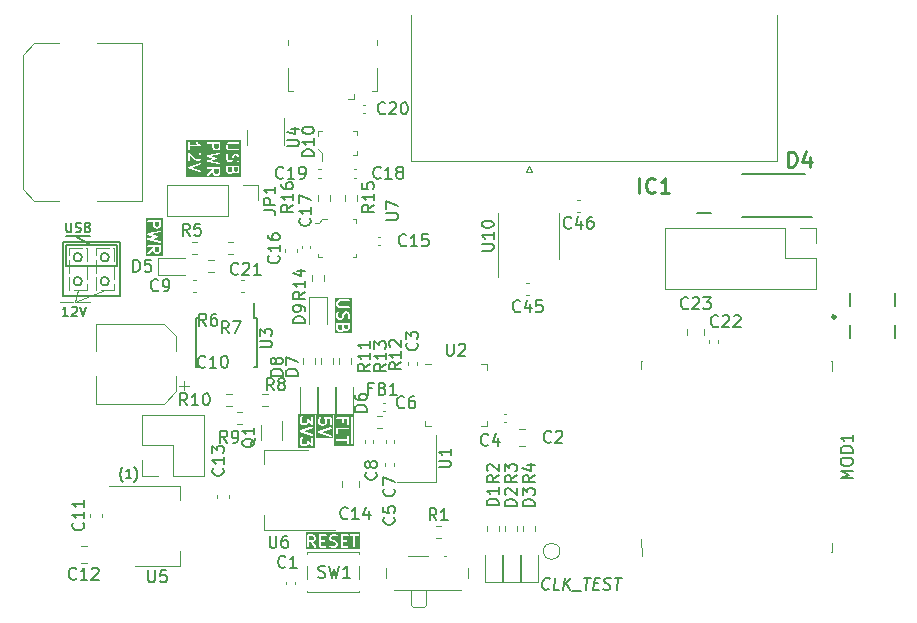
<source format=gbr>
%TF.GenerationSoftware,KiCad,Pcbnew,7.0.6*%
%TF.CreationDate,2023-10-07T21:02:09-06:00*%
%TF.ProjectId,CAN-USB RF Module,43414e2d-5553-4422-9052-46204d6f6475,2.0*%
%TF.SameCoordinates,Original*%
%TF.FileFunction,Legend,Top*%
%TF.FilePolarity,Positive*%
%FSLAX46Y46*%
G04 Gerber Fmt 4.6, Leading zero omitted, Abs format (unit mm)*
G04 Created by KiCad (PCBNEW 7.0.6) date 2023-10-07 21:02:09*
%MOMM*%
%LPD*%
G01*
G04 APERTURE LIST*
%ADD10C,0.150000*%
%ADD11C,0.100000*%
%ADD12C,0.160000*%
%ADD13C,0.254000*%
%ADD14C,0.120000*%
%ADD15C,0.200000*%
%ADD16C,0.127000*%
%ADD17C,0.300000*%
G04 APERTURE END LIST*
D10*
X99568000Y-88646000D02*
X103886000Y-88646000D01*
X103886000Y-90424000D01*
X99568000Y-90424000D01*
X99568000Y-88646000D01*
X101727000Y-88646000D02*
X100330000Y-87884000D01*
D11*
X99822000Y-88900000D02*
X100922000Y-88900000D01*
X101322000Y-88900000D02*
X101346000Y-88900000D01*
X101346000Y-88900000D02*
X101346000Y-90000000D01*
X101346000Y-90400000D02*
X101346000Y-91500000D01*
X101346000Y-91900000D02*
X101346000Y-92456000D01*
X101346000Y-92456000D02*
X100246000Y-92456000D01*
X99846000Y-92456000D02*
X99822000Y-92456000D01*
X99822000Y-92456000D02*
X99822000Y-91356000D01*
X99822000Y-90956000D02*
X99822000Y-89856000D01*
X99822000Y-89456000D02*
X99822000Y-88900000D01*
X100330000Y-93472000D02*
X100584000Y-92456000D01*
D10*
X99314000Y-88392000D02*
X104140000Y-88392000D01*
X104140000Y-92964000D01*
X99314000Y-92964000D01*
X99314000Y-88392000D01*
D11*
X102108000Y-88900000D02*
X103208000Y-88900000D01*
X103608000Y-88900000D02*
X103632000Y-88900000D01*
X103632000Y-88900000D02*
X103632000Y-90000000D01*
X103632000Y-90400000D02*
X103632000Y-91500000D01*
X103632000Y-91900000D02*
X103632000Y-92456000D01*
X103632000Y-92456000D02*
X102532000Y-92456000D01*
X102132000Y-92456000D02*
X102108000Y-92456000D01*
X102108000Y-92456000D02*
X102108000Y-91356000D01*
X102108000Y-90956000D02*
X102108000Y-89856000D01*
X102108000Y-89456000D02*
X102108000Y-88900000D01*
D10*
X100943210Y-89662000D02*
G75*
G03*
X100943210Y-89662000I-359210J0D01*
G01*
X103229210Y-91694000D02*
G75*
G03*
X103229210Y-91694000I-359210J0D01*
G01*
X99568000Y-87884000D02*
X101600000Y-87884000D01*
X103229210Y-89662000D02*
G75*
G03*
X103229210Y-89662000I-359210J0D01*
G01*
D11*
X99060000Y-93472000D02*
X100160000Y-93472000D01*
X100560000Y-93472000D02*
X101600000Y-93472000D01*
D10*
X100943210Y-91694000D02*
G75*
G03*
X100943210Y-91694000I-359210J0D01*
G01*
D11*
X102870000Y-92456000D02*
X100330000Y-93472000D01*
D10*
X99768207Y-94636295D02*
X99311064Y-94636295D01*
X99539636Y-94636295D02*
X99539636Y-93836295D01*
X99539636Y-93836295D02*
X99463445Y-93950580D01*
X99463445Y-93950580D02*
X99387255Y-94026771D01*
X99387255Y-94026771D02*
X99311064Y-94064866D01*
X100072969Y-93912485D02*
X100111065Y-93874390D01*
X100111065Y-93874390D02*
X100187255Y-93836295D01*
X100187255Y-93836295D02*
X100377731Y-93836295D01*
X100377731Y-93836295D02*
X100453922Y-93874390D01*
X100453922Y-93874390D02*
X100492017Y-93912485D01*
X100492017Y-93912485D02*
X100530112Y-93988676D01*
X100530112Y-93988676D02*
X100530112Y-94064866D01*
X100530112Y-94064866D02*
X100492017Y-94179152D01*
X100492017Y-94179152D02*
X100034874Y-94636295D01*
X100034874Y-94636295D02*
X100530112Y-94636295D01*
X100758684Y-93836295D02*
X101025351Y-94636295D01*
X101025351Y-94636295D02*
X101292017Y-93836295D01*
D12*
G36*
X107476700Y-89081282D02*
G01*
X107443333Y-89148015D01*
X107414071Y-89177276D01*
X107347339Y-89210643D01*
X107242252Y-89210643D01*
X107175518Y-89177276D01*
X107146257Y-89148014D01*
X107112891Y-89081282D01*
X107112891Y-88799215D01*
X107476700Y-88799215D01*
X107476700Y-89081282D01*
G37*
G36*
X107476700Y-86938425D02*
G01*
X107443333Y-87005158D01*
X107414071Y-87034419D01*
X107347339Y-87067786D01*
X107242252Y-87067786D01*
X107175518Y-87034419D01*
X107146257Y-87005157D01*
X107112891Y-86938425D01*
X107112891Y-86656358D01*
X107476700Y-86656358D01*
X107476700Y-86938425D01*
G37*
G36*
X107779557Y-89513500D02*
G01*
X106333983Y-89513500D01*
X106333983Y-88705323D01*
X106477915Y-88705323D01*
X106487418Y-88759215D01*
X106529338Y-88794390D01*
X106556700Y-88799215D01*
X106952891Y-88799215D01*
X106952891Y-88915657D01*
X106510823Y-89225104D01*
X106479429Y-89269926D01*
X106484190Y-89324442D01*
X106522880Y-89363143D01*
X106577394Y-89367920D01*
X106602577Y-89356182D01*
X106953731Y-89110373D01*
X106961337Y-89135944D01*
X107008956Y-89231182D01*
X107010222Y-89232381D01*
X107023941Y-89251974D01*
X107071560Y-89299592D01*
X107073141Y-89300329D01*
X107092352Y-89314578D01*
X107187590Y-89362197D01*
X107192341Y-89362743D01*
X107196005Y-89365818D01*
X107223367Y-89370643D01*
X107366224Y-89370643D01*
X107370718Y-89369006D01*
X107375370Y-89370118D01*
X107402001Y-89362197D01*
X107497239Y-89314578D01*
X107498438Y-89313311D01*
X107518031Y-89299593D01*
X107565649Y-89251974D01*
X107566386Y-89250392D01*
X107580635Y-89231182D01*
X107628254Y-89135944D01*
X107628800Y-89131192D01*
X107631875Y-89127529D01*
X107636700Y-89100167D01*
X107636700Y-88719215D01*
X107629591Y-88699683D01*
X107625982Y-88679215D01*
X107620452Y-88674575D01*
X107617984Y-88667792D01*
X107599982Y-88657398D01*
X107584062Y-88644040D01*
X107573670Y-88642207D01*
X107570592Y-88640430D01*
X107567091Y-88641047D01*
X107556700Y-88639215D01*
X106556700Y-88639215D01*
X106505277Y-88657931D01*
X106477915Y-88705323D01*
X106333983Y-88705323D01*
X106333983Y-87723949D01*
X106476840Y-87723949D01*
X106480172Y-87731652D01*
X106479451Y-87740013D01*
X106490755Y-87756116D01*
X106498567Y-87774174D01*
X106506069Y-87777932D01*
X106510892Y-87784802D01*
X106536087Y-87796514D01*
X106960501Y-87909691D01*
X106536087Y-88022868D01*
X106529206Y-88027673D01*
X106520870Y-88028639D01*
X106507352Y-88042936D01*
X106491223Y-88054202D01*
X106489041Y-88062304D01*
X106483275Y-88068404D01*
X106482110Y-88088046D01*
X106476996Y-88107044D01*
X106480533Y-88114654D01*
X106480037Y-88123032D01*
X106491770Y-88138826D01*
X106500064Y-88156668D01*
X106507665Y-88160223D01*
X106512670Y-88166960D01*
X106538170Y-88177991D01*
X107538170Y-88416087D01*
X107592530Y-88409791D01*
X107630125Y-88370025D01*
X107633363Y-88315398D01*
X107600730Y-88271470D01*
X107575230Y-88260438D01*
X106883649Y-88095776D01*
X107291599Y-87986990D01*
X107297595Y-87982802D01*
X107304882Y-87982156D01*
X107319498Y-87967505D01*
X107336464Y-87955656D01*
X107338365Y-87948592D01*
X107343532Y-87943414D01*
X107345310Y-87922797D01*
X107350691Y-87902814D01*
X107347607Y-87896180D01*
X107348236Y-87888893D01*
X107336347Y-87871958D01*
X107327623Y-87853190D01*
X107320995Y-87850089D01*
X107316794Y-87844105D01*
X107291599Y-87832392D01*
X106883651Y-87723606D01*
X107575230Y-87558944D01*
X107620919Y-87528827D01*
X107636560Y-87476386D01*
X107614833Y-87426161D01*
X107565906Y-87401652D01*
X107538170Y-87403295D01*
X106538170Y-87641390D01*
X106531163Y-87646008D01*
X106522804Y-87646750D01*
X106508908Y-87660679D01*
X106492481Y-87671508D01*
X106490082Y-87679550D01*
X106484155Y-87685492D01*
X106482463Y-87705093D01*
X106476840Y-87723949D01*
X106333983Y-87723949D01*
X106333983Y-86562466D01*
X106477915Y-86562466D01*
X106487418Y-86616358D01*
X106529338Y-86651533D01*
X106556700Y-86656358D01*
X106952891Y-86656358D01*
X106952891Y-86957310D01*
X106954527Y-86961804D01*
X106953416Y-86966456D01*
X106961337Y-86993087D01*
X107008956Y-87088325D01*
X107010222Y-87089524D01*
X107023941Y-87109117D01*
X107071560Y-87156735D01*
X107073141Y-87157472D01*
X107092352Y-87171721D01*
X107187590Y-87219340D01*
X107192341Y-87219886D01*
X107196005Y-87222961D01*
X107223367Y-87227786D01*
X107366224Y-87227786D01*
X107370718Y-87226149D01*
X107375370Y-87227261D01*
X107402001Y-87219340D01*
X107497239Y-87171721D01*
X107498438Y-87170454D01*
X107518031Y-87156736D01*
X107565649Y-87109117D01*
X107566386Y-87107535D01*
X107580635Y-87088325D01*
X107628254Y-86993087D01*
X107628800Y-86988335D01*
X107631875Y-86984672D01*
X107636700Y-86957310D01*
X107636700Y-86576358D01*
X107629591Y-86556826D01*
X107625982Y-86536358D01*
X107620452Y-86531718D01*
X107617984Y-86524935D01*
X107599982Y-86514541D01*
X107584062Y-86501183D01*
X107573670Y-86499350D01*
X107570592Y-86497573D01*
X107567091Y-86498190D01*
X107556700Y-86496358D01*
X106556700Y-86496358D01*
X106505277Y-86515074D01*
X106477915Y-86562466D01*
X106333983Y-86562466D01*
X106333983Y-86353501D01*
X107779557Y-86353501D01*
X107779557Y-89513500D01*
G37*
D10*
X99603160Y-86724295D02*
X99603160Y-87371914D01*
X99603160Y-87371914D02*
X99641255Y-87448104D01*
X99641255Y-87448104D02*
X99679350Y-87486200D01*
X99679350Y-87486200D02*
X99755541Y-87524295D01*
X99755541Y-87524295D02*
X99907922Y-87524295D01*
X99907922Y-87524295D02*
X99984112Y-87486200D01*
X99984112Y-87486200D02*
X100022207Y-87448104D01*
X100022207Y-87448104D02*
X100060303Y-87371914D01*
X100060303Y-87371914D02*
X100060303Y-86724295D01*
X100403159Y-87486200D02*
X100517445Y-87524295D01*
X100517445Y-87524295D02*
X100707921Y-87524295D01*
X100707921Y-87524295D02*
X100784112Y-87486200D01*
X100784112Y-87486200D02*
X100822207Y-87448104D01*
X100822207Y-87448104D02*
X100860302Y-87371914D01*
X100860302Y-87371914D02*
X100860302Y-87295723D01*
X100860302Y-87295723D02*
X100822207Y-87219533D01*
X100822207Y-87219533D02*
X100784112Y-87181438D01*
X100784112Y-87181438D02*
X100707921Y-87143342D01*
X100707921Y-87143342D02*
X100555540Y-87105247D01*
X100555540Y-87105247D02*
X100479350Y-87067152D01*
X100479350Y-87067152D02*
X100441255Y-87029057D01*
X100441255Y-87029057D02*
X100403159Y-86952866D01*
X100403159Y-86952866D02*
X100403159Y-86876676D01*
X100403159Y-86876676D02*
X100441255Y-86800485D01*
X100441255Y-86800485D02*
X100479350Y-86762390D01*
X100479350Y-86762390D02*
X100555540Y-86724295D01*
X100555540Y-86724295D02*
X100746017Y-86724295D01*
X100746017Y-86724295D02*
X100860302Y-86762390D01*
X101469826Y-87105247D02*
X101584112Y-87143342D01*
X101584112Y-87143342D02*
X101622207Y-87181438D01*
X101622207Y-87181438D02*
X101660303Y-87257628D01*
X101660303Y-87257628D02*
X101660303Y-87371914D01*
X101660303Y-87371914D02*
X101622207Y-87448104D01*
X101622207Y-87448104D02*
X101584112Y-87486200D01*
X101584112Y-87486200D02*
X101507922Y-87524295D01*
X101507922Y-87524295D02*
X101203160Y-87524295D01*
X101203160Y-87524295D02*
X101203160Y-86724295D01*
X101203160Y-86724295D02*
X101469826Y-86724295D01*
X101469826Y-86724295D02*
X101546017Y-86762390D01*
X101546017Y-86762390D02*
X101584112Y-86800485D01*
X101584112Y-86800485D02*
X101622207Y-86876676D01*
X101622207Y-86876676D02*
X101622207Y-86952866D01*
X101622207Y-86952866D02*
X101584112Y-87029057D01*
X101584112Y-87029057D02*
X101546017Y-87067152D01*
X101546017Y-87067152D02*
X101469826Y-87105247D01*
X101469826Y-87105247D02*
X101203160Y-87105247D01*
D12*
G36*
X120681157Y-105806748D02*
G01*
X119235443Y-105806748D01*
X119235443Y-105393415D01*
X119378300Y-105393415D01*
X119379936Y-105397910D01*
X119378825Y-105402562D01*
X119386746Y-105429193D01*
X119434366Y-105524431D01*
X119435634Y-105525632D01*
X119449351Y-105545222D01*
X119496970Y-105592840D01*
X119498551Y-105593577D01*
X119517762Y-105607826D01*
X119613000Y-105655445D01*
X119617751Y-105655991D01*
X119621415Y-105659066D01*
X119648777Y-105663891D01*
X119886872Y-105663891D01*
X119891366Y-105662254D01*
X119896018Y-105663366D01*
X119922649Y-105655445D01*
X120017887Y-105607826D01*
X120019086Y-105606559D01*
X120038679Y-105592841D01*
X120086297Y-105545222D01*
X120087034Y-105543640D01*
X120101283Y-105524430D01*
X120148902Y-105429192D01*
X120149448Y-105424440D01*
X120151622Y-105421849D01*
X120405620Y-105644097D01*
X120425727Y-105651890D01*
X120444408Y-105662676D01*
X120450693Y-105661567D01*
X120456644Y-105663874D01*
X120477060Y-105656918D01*
X120498300Y-105653173D01*
X120502401Y-105648284D01*
X120508444Y-105646226D01*
X120519613Y-105627772D01*
X120533475Y-105611253D01*
X120535062Y-105602247D01*
X120536780Y-105599411D01*
X120536210Y-105595739D01*
X120538300Y-105583891D01*
X120538300Y-104964844D01*
X120519584Y-104913421D01*
X120472192Y-104886059D01*
X120418300Y-104895562D01*
X120383125Y-104937482D01*
X120378300Y-104964844D01*
X120378299Y-105407590D01*
X120130028Y-105190352D01*
X120109920Y-105182558D01*
X120091240Y-105171773D01*
X120084954Y-105172881D01*
X120079004Y-105170575D01*
X120058587Y-105177530D01*
X120037348Y-105181276D01*
X120033246Y-105186164D01*
X120027204Y-105188223D01*
X120016035Y-105206675D01*
X120002173Y-105223196D01*
X120000584Y-105232202D01*
X119998868Y-105235039D01*
X119999437Y-105238710D01*
X119997348Y-105250558D01*
X119997348Y-105374529D01*
X119963981Y-105441263D01*
X119934719Y-105470524D01*
X119867987Y-105503891D01*
X119667662Y-105503891D01*
X119600928Y-105470524D01*
X119571667Y-105441262D01*
X119538300Y-105374528D01*
X119538300Y-105126587D01*
X119571667Y-105059853D01*
X119610107Y-105021413D01*
X119633235Y-104971817D01*
X119619071Y-104918958D01*
X119574244Y-104887570D01*
X119519730Y-104892340D01*
X119496970Y-104908276D01*
X119449351Y-104955894D01*
X119448610Y-104957482D01*
X119434366Y-104976685D01*
X119386746Y-105071923D01*
X119386199Y-105076675D01*
X119383125Y-105080339D01*
X119378300Y-105107701D01*
X119378300Y-105393415D01*
X119235443Y-105393415D01*
X119235443Y-104405150D01*
X119379165Y-104405150D01*
X119380261Y-104407175D01*
X119379924Y-104409453D01*
X119393168Y-104431010D01*
X119405222Y-104453271D01*
X119407364Y-104454117D01*
X119408570Y-104456080D01*
X119433002Y-104469310D01*
X120433001Y-104802643D01*
X120487704Y-104801148D01*
X120528649Y-104764841D01*
X120536675Y-104710709D01*
X120508030Y-104664083D01*
X120483598Y-104650853D01*
X119711283Y-104393415D01*
X120483598Y-104135977D01*
X120526463Y-104101960D01*
X120537435Y-104048347D01*
X120511377Y-104000226D01*
X120460485Y-103980112D01*
X120433001Y-103984187D01*
X119433002Y-104317520D01*
X119431197Y-104318952D01*
X119428896Y-104319015D01*
X119409967Y-104335799D01*
X119390136Y-104351537D01*
X119389674Y-104353794D01*
X119387951Y-104355322D01*
X119384238Y-104380354D01*
X119379165Y-104405150D01*
X119235443Y-104405150D01*
X119235443Y-103583891D01*
X119378300Y-103583891D01*
X119379936Y-103588386D01*
X119378825Y-103593038D01*
X119386746Y-103619669D01*
X119434366Y-103714907D01*
X119435634Y-103716108D01*
X119449351Y-103735698D01*
X119496970Y-103783316D01*
X119498551Y-103784053D01*
X119517762Y-103798302D01*
X119613000Y-103845921D01*
X119617751Y-103846467D01*
X119621415Y-103849542D01*
X119648777Y-103854367D01*
X119886872Y-103854367D01*
X119891366Y-103852730D01*
X119896018Y-103853842D01*
X119922649Y-103845921D01*
X120017887Y-103798302D01*
X120019086Y-103797035D01*
X120038679Y-103783317D01*
X120086297Y-103735698D01*
X120087034Y-103734116D01*
X120101283Y-103714906D01*
X120148902Y-103619668D01*
X120149448Y-103614916D01*
X120151622Y-103612325D01*
X120405620Y-103834573D01*
X120425727Y-103842366D01*
X120444408Y-103853152D01*
X120450693Y-103852043D01*
X120456644Y-103854350D01*
X120477060Y-103847394D01*
X120498300Y-103843649D01*
X120502401Y-103838760D01*
X120508444Y-103836702D01*
X120519613Y-103818248D01*
X120533475Y-103801729D01*
X120535062Y-103792723D01*
X120536780Y-103789887D01*
X120536210Y-103786215D01*
X120538300Y-103774367D01*
X120538300Y-103155320D01*
X120519584Y-103103897D01*
X120472192Y-103076535D01*
X120418300Y-103086038D01*
X120383125Y-103127958D01*
X120378300Y-103155320D01*
X120378299Y-103598066D01*
X120130028Y-103380828D01*
X120109920Y-103373034D01*
X120091240Y-103362249D01*
X120084954Y-103363357D01*
X120079004Y-103361051D01*
X120058587Y-103368006D01*
X120037348Y-103371752D01*
X120033246Y-103376640D01*
X120027204Y-103378699D01*
X120016035Y-103397151D01*
X120002173Y-103413672D01*
X120000584Y-103422678D01*
X119998868Y-103425515D01*
X119999437Y-103429186D01*
X119997348Y-103441034D01*
X119997348Y-103565005D01*
X119963981Y-103631739D01*
X119934719Y-103661000D01*
X119867987Y-103694367D01*
X119667662Y-103694367D01*
X119600928Y-103661000D01*
X119571667Y-103631738D01*
X119538300Y-103565004D01*
X119538300Y-103317063D01*
X119571667Y-103250329D01*
X119610107Y-103211889D01*
X119633235Y-103162293D01*
X119619071Y-103109434D01*
X119574244Y-103078046D01*
X119519730Y-103082816D01*
X119496970Y-103098752D01*
X119449351Y-103146370D01*
X119448610Y-103147958D01*
X119434366Y-103167161D01*
X119386746Y-103262399D01*
X119386199Y-103267151D01*
X119383125Y-103270815D01*
X119378300Y-103298177D01*
X119378300Y-103583891D01*
X119235443Y-103583891D01*
X119235443Y-102933678D01*
X120681157Y-102933678D01*
X120681157Y-105806748D01*
G37*
D10*
X104403731Y-108657057D02*
X104365636Y-108618961D01*
X104365636Y-108618961D02*
X104289445Y-108504676D01*
X104289445Y-108504676D02*
X104251350Y-108428485D01*
X104251350Y-108428485D02*
X104213255Y-108314200D01*
X104213255Y-108314200D02*
X104175160Y-108123723D01*
X104175160Y-108123723D02*
X104175160Y-107971342D01*
X104175160Y-107971342D02*
X104213255Y-107780866D01*
X104213255Y-107780866D02*
X104251350Y-107666580D01*
X104251350Y-107666580D02*
X104289445Y-107590390D01*
X104289445Y-107590390D02*
X104365636Y-107476104D01*
X104365636Y-107476104D02*
X104403731Y-107438009D01*
X105127540Y-108352295D02*
X104670397Y-108352295D01*
X104898969Y-108352295D02*
X104898969Y-107552295D01*
X104898969Y-107552295D02*
X104822778Y-107666580D01*
X104822778Y-107666580D02*
X104746588Y-107742771D01*
X104746588Y-107742771D02*
X104670397Y-107780866D01*
X105394207Y-108657057D02*
X105432302Y-108618961D01*
X105432302Y-108618961D02*
X105508493Y-108504676D01*
X105508493Y-108504676D02*
X105546588Y-108428485D01*
X105546588Y-108428485D02*
X105584683Y-108314200D01*
X105584683Y-108314200D02*
X105622779Y-108123723D01*
X105622779Y-108123723D02*
X105622779Y-107971342D01*
X105622779Y-107971342D02*
X105584683Y-107780866D01*
X105584683Y-107780866D02*
X105546588Y-107666580D01*
X105546588Y-107666580D02*
X105508493Y-107590390D01*
X105508493Y-107590390D02*
X105432302Y-107476104D01*
X105432302Y-107476104D02*
X105394207Y-107438009D01*
D12*
G36*
X120533157Y-113282665D02*
G01*
X120562419Y-113311926D01*
X120595786Y-113378660D01*
X120595786Y-113483746D01*
X120562419Y-113550480D01*
X120533157Y-113579741D01*
X120466425Y-113613108D01*
X120184358Y-113613108D01*
X120184358Y-113249299D01*
X120466425Y-113249299D01*
X120533157Y-113282665D01*
G37*
G36*
X124516476Y-114392156D02*
G01*
X119881501Y-114392156D01*
X119881501Y-114169299D01*
X120024358Y-114169299D01*
X120043074Y-114220722D01*
X120090466Y-114248084D01*
X120144358Y-114238581D01*
X120179533Y-114196661D01*
X120184358Y-114169299D01*
X120184358Y-113773108D01*
X120300800Y-113773108D01*
X120610248Y-114215176D01*
X120655069Y-114246571D01*
X120709586Y-114241809D01*
X120748286Y-114203119D01*
X120751250Y-114169299D01*
X121024358Y-114169299D01*
X121031466Y-114188830D01*
X121035076Y-114209299D01*
X121040605Y-114213938D01*
X121043074Y-114220722D01*
X121061075Y-114231115D01*
X121076996Y-114244474D01*
X121087387Y-114246306D01*
X121090466Y-114248084D01*
X121093966Y-114247466D01*
X121104358Y-114249299D01*
X121580548Y-114249299D01*
X121631971Y-114230583D01*
X121659333Y-114183191D01*
X121649830Y-114129299D01*
X121607910Y-114094124D01*
X121580548Y-114089299D01*
X121184358Y-114089299D01*
X121184358Y-113725489D01*
X121437691Y-113725489D01*
X121489114Y-113706773D01*
X121516476Y-113659381D01*
X121506973Y-113605489D01*
X121465053Y-113570314D01*
X121437691Y-113565489D01*
X121184358Y-113565489D01*
X121184358Y-113455013D01*
X121881501Y-113455013D01*
X121883137Y-113459507D01*
X121882026Y-113464159D01*
X121889947Y-113490790D01*
X121937566Y-113586028D01*
X121938832Y-113587227D01*
X121952551Y-113606820D01*
X122000170Y-113654438D01*
X122001751Y-113655175D01*
X122020962Y-113669424D01*
X122116200Y-113717043D01*
X122119964Y-113717476D01*
X122132574Y-113723100D01*
X122314529Y-113768588D01*
X122390300Y-113806474D01*
X122419562Y-113835735D01*
X122452929Y-113902468D01*
X122452929Y-113959937D01*
X122419561Y-114026671D01*
X122390301Y-114055932D01*
X122323568Y-114089299D01*
X122117341Y-114089299D01*
X121986799Y-114045785D01*
X121932097Y-114047280D01*
X121891152Y-114083587D01*
X121883125Y-114137718D01*
X121911771Y-114184345D01*
X121936203Y-114197575D01*
X122079059Y-114245194D01*
X122080807Y-114245146D01*
X122104358Y-114249299D01*
X122342453Y-114249299D01*
X122346947Y-114247662D01*
X122351599Y-114248774D01*
X122378230Y-114240853D01*
X122473468Y-114193234D01*
X122474668Y-114191966D01*
X122494260Y-114178248D01*
X122503209Y-114169299D01*
X122881501Y-114169299D01*
X122888609Y-114188830D01*
X122892219Y-114209299D01*
X122897748Y-114213938D01*
X122900217Y-114220722D01*
X122918218Y-114231115D01*
X122934139Y-114244474D01*
X122944530Y-114246306D01*
X122947609Y-114248084D01*
X122951109Y-114247466D01*
X122961501Y-114249299D01*
X123437691Y-114249299D01*
X123489114Y-114230583D01*
X123516476Y-114183191D01*
X123506973Y-114129299D01*
X123465053Y-114094124D01*
X123437691Y-114089299D01*
X123041501Y-114089299D01*
X123041501Y-113725489D01*
X123294834Y-113725489D01*
X123346257Y-113706773D01*
X123373619Y-113659381D01*
X123364116Y-113605489D01*
X123322196Y-113570314D01*
X123294834Y-113565489D01*
X123041501Y-113565489D01*
X123041501Y-113249299D01*
X123437691Y-113249299D01*
X123489114Y-113230583D01*
X123516476Y-113183191D01*
X123511577Y-113155407D01*
X123644621Y-113155407D01*
X123654124Y-113209299D01*
X123696044Y-113244474D01*
X123723406Y-113249299D01*
X123929120Y-113249299D01*
X123929120Y-114169299D01*
X123947836Y-114220722D01*
X123995228Y-114248084D01*
X124049120Y-114238581D01*
X124084295Y-114196661D01*
X124089120Y-114169299D01*
X124089120Y-113249299D01*
X124294834Y-113249299D01*
X124346257Y-113230583D01*
X124373619Y-113183191D01*
X124364116Y-113129299D01*
X124322196Y-113094124D01*
X124294834Y-113089299D01*
X123723406Y-113089299D01*
X123671983Y-113108015D01*
X123644621Y-113155407D01*
X123511577Y-113155407D01*
X123506973Y-113129299D01*
X123465053Y-113094124D01*
X123437691Y-113089299D01*
X122961501Y-113089299D01*
X122941969Y-113096407D01*
X122921501Y-113100017D01*
X122916861Y-113105546D01*
X122910078Y-113108015D01*
X122899684Y-113126016D01*
X122886326Y-113141937D01*
X122884493Y-113152328D01*
X122882716Y-113155407D01*
X122883333Y-113158907D01*
X122881501Y-113169299D01*
X122881501Y-114169299D01*
X122503209Y-114169299D01*
X122541879Y-114130628D01*
X122542617Y-114129045D01*
X122556864Y-114109837D01*
X122604483Y-114014599D01*
X122605029Y-114009847D01*
X122608104Y-114006184D01*
X122612929Y-113978822D01*
X122612929Y-113883584D01*
X122611292Y-113879089D01*
X122612404Y-113874438D01*
X122604483Y-113847807D01*
X122556864Y-113752569D01*
X122555594Y-113751366D01*
X122541878Y-113731777D01*
X122494260Y-113684158D01*
X122492672Y-113683417D01*
X122473468Y-113669173D01*
X122378230Y-113621554D01*
X122374464Y-113621120D01*
X122361856Y-113615497D01*
X122179900Y-113570008D01*
X122104128Y-113532122D01*
X122074867Y-113502860D01*
X122041501Y-113436127D01*
X122041501Y-113378660D01*
X122074867Y-113311927D01*
X122104128Y-113282665D01*
X122170862Y-113249299D01*
X122377089Y-113249299D01*
X122507630Y-113292813D01*
X122562333Y-113291318D01*
X122603278Y-113255011D01*
X122611304Y-113200879D01*
X122582659Y-113154253D01*
X122558227Y-113141023D01*
X122415370Y-113093404D01*
X122413621Y-113093451D01*
X122390072Y-113089299D01*
X122151977Y-113089299D01*
X122147482Y-113090935D01*
X122142831Y-113089824D01*
X122116200Y-113097745D01*
X122020962Y-113145364D01*
X122019759Y-113146633D01*
X122000170Y-113160350D01*
X121952551Y-113207968D01*
X121951810Y-113209555D01*
X121937566Y-113228760D01*
X121889947Y-113323998D01*
X121889400Y-113328749D01*
X121886326Y-113332413D01*
X121881501Y-113359775D01*
X121881501Y-113455013D01*
X121184358Y-113455013D01*
X121184358Y-113249299D01*
X121580548Y-113249299D01*
X121631971Y-113230583D01*
X121659333Y-113183191D01*
X121649830Y-113129299D01*
X121607910Y-113094124D01*
X121580548Y-113089299D01*
X121104358Y-113089299D01*
X121084826Y-113096407D01*
X121064358Y-113100017D01*
X121059718Y-113105546D01*
X121052935Y-113108015D01*
X121042541Y-113126016D01*
X121029183Y-113141937D01*
X121027350Y-113152328D01*
X121025573Y-113155407D01*
X121026190Y-113158907D01*
X121024358Y-113169299D01*
X121024358Y-114169299D01*
X120751250Y-114169299D01*
X120753063Y-114148605D01*
X120741325Y-114123422D01*
X120495517Y-113772267D01*
X120521087Y-113764662D01*
X120616325Y-113717043D01*
X120617524Y-113715776D01*
X120637117Y-113702058D01*
X120684735Y-113654439D01*
X120685472Y-113652857D01*
X120699721Y-113633647D01*
X120747340Y-113538409D01*
X120747886Y-113533657D01*
X120750961Y-113529994D01*
X120755786Y-113502632D01*
X120755786Y-113359775D01*
X120754149Y-113355280D01*
X120755261Y-113350629D01*
X120747340Y-113323998D01*
X120699721Y-113228760D01*
X120698451Y-113227557D01*
X120684735Y-113207968D01*
X120637117Y-113160349D01*
X120635529Y-113159608D01*
X120616325Y-113145364D01*
X120521087Y-113097745D01*
X120516335Y-113097198D01*
X120512672Y-113094124D01*
X120485310Y-113089299D01*
X120104358Y-113089299D01*
X120084826Y-113096407D01*
X120064358Y-113100017D01*
X120059718Y-113105546D01*
X120052935Y-113108015D01*
X120042541Y-113126016D01*
X120029183Y-113141937D01*
X120027350Y-113152328D01*
X120025573Y-113155407D01*
X120026190Y-113158907D01*
X120024358Y-113169299D01*
X120024358Y-114169299D01*
X119881501Y-114169299D01*
X119881501Y-112946442D01*
X124516476Y-112946442D01*
X124516476Y-114392156D01*
G37*
G36*
X124006777Y-105618238D02*
G01*
X122283443Y-105618238D01*
X122283443Y-105096990D01*
X122427515Y-105096990D01*
X122437018Y-105150882D01*
X122478938Y-105186057D01*
X122506300Y-105190882D01*
X123426300Y-105190882D01*
X123426300Y-105396596D01*
X123445016Y-105448019D01*
X123492408Y-105475381D01*
X123546300Y-105465878D01*
X123581475Y-105423958D01*
X123586300Y-105396596D01*
X123586300Y-105391835D01*
X123703920Y-105391835D01*
X123722636Y-105443258D01*
X123770028Y-105470620D01*
X123823920Y-105461117D01*
X123859095Y-105419197D01*
X123863920Y-105391835D01*
X123863920Y-103163263D01*
X123845204Y-103111840D01*
X123797812Y-103084478D01*
X123743920Y-103093981D01*
X123708745Y-103135901D01*
X123703920Y-103163263D01*
X123703920Y-105391835D01*
X123586300Y-105391835D01*
X123586300Y-104825168D01*
X123567584Y-104773745D01*
X123520192Y-104746383D01*
X123466300Y-104755886D01*
X123431125Y-104797806D01*
X123426300Y-104825168D01*
X123426300Y-105030882D01*
X122506300Y-105030882D01*
X122454877Y-105049598D01*
X122427515Y-105096990D01*
X122283443Y-105096990D01*
X122283443Y-104634691D01*
X122426300Y-104634691D01*
X122445016Y-104686114D01*
X122492408Y-104713476D01*
X122546300Y-104703973D01*
X122581475Y-104662053D01*
X122586300Y-104634691D01*
X122586300Y-104238501D01*
X123506300Y-104238501D01*
X123557723Y-104219785D01*
X123585085Y-104172393D01*
X123575582Y-104118501D01*
X123533662Y-104083326D01*
X123506300Y-104078501D01*
X122506300Y-104078501D01*
X122486768Y-104085609D01*
X122466300Y-104089219D01*
X122461660Y-104094748D01*
X122454877Y-104097217D01*
X122444483Y-104115218D01*
X122431125Y-104131139D01*
X122429292Y-104141530D01*
X122427515Y-104144609D01*
X122428132Y-104148109D01*
X122426300Y-104158501D01*
X122426300Y-104634691D01*
X122283443Y-104634691D01*
X122283443Y-103287466D01*
X122427515Y-103287466D01*
X122437018Y-103341358D01*
X122478938Y-103376533D01*
X122506300Y-103381358D01*
X122950110Y-103381358D01*
X122950110Y-103634691D01*
X122968826Y-103686114D01*
X123016218Y-103713476D01*
X123070110Y-103703973D01*
X123105285Y-103662053D01*
X123110110Y-103634691D01*
X123110110Y-103381358D01*
X123426300Y-103381358D01*
X123426300Y-103777548D01*
X123445016Y-103828971D01*
X123492408Y-103856333D01*
X123546300Y-103846830D01*
X123581475Y-103804910D01*
X123586300Y-103777548D01*
X123586300Y-103301358D01*
X123579191Y-103281826D01*
X123575582Y-103261358D01*
X123570052Y-103256718D01*
X123567584Y-103249935D01*
X123549582Y-103239541D01*
X123533662Y-103226183D01*
X123523270Y-103224350D01*
X123520192Y-103222573D01*
X123516691Y-103223190D01*
X123506300Y-103221358D01*
X122506300Y-103221358D01*
X122454877Y-103240074D01*
X122427515Y-103287466D01*
X122283443Y-103287466D01*
X122283443Y-102941621D01*
X124006777Y-102941621D01*
X124006777Y-105618238D01*
G37*
G36*
X123002510Y-95627707D02*
G01*
X122964968Y-95740333D01*
X122939881Y-95765419D01*
X122873149Y-95798786D01*
X122768062Y-95798786D01*
X122701328Y-95765419D01*
X122672067Y-95736157D01*
X122638700Y-95669423D01*
X122638700Y-95387358D01*
X123002510Y-95387358D01*
X123002510Y-95627707D01*
G37*
G36*
X123478700Y-95621805D02*
G01*
X123445333Y-95688539D01*
X123416071Y-95717800D01*
X123349339Y-95751167D01*
X123291871Y-95751167D01*
X123225137Y-95717800D01*
X123195876Y-95688538D01*
X123162510Y-95621805D01*
X123162510Y-95387358D01*
X123478700Y-95387358D01*
X123478700Y-95621805D01*
G37*
G36*
X123781557Y-96101643D02*
G01*
X122335843Y-96101643D01*
X122335843Y-95688310D01*
X122478700Y-95688310D01*
X122480336Y-95692805D01*
X122479225Y-95697457D01*
X122487146Y-95724088D01*
X122534766Y-95819326D01*
X122536034Y-95820527D01*
X122549751Y-95840117D01*
X122597370Y-95887735D01*
X122598951Y-95888472D01*
X122618162Y-95902721D01*
X122713400Y-95950340D01*
X122718151Y-95950886D01*
X122721815Y-95953961D01*
X122749177Y-95958786D01*
X122892034Y-95958786D01*
X122896528Y-95957149D01*
X122901180Y-95958261D01*
X122927811Y-95950340D01*
X123023049Y-95902721D01*
X123024248Y-95901454D01*
X123043841Y-95887736D01*
X123091459Y-95840117D01*
X123093480Y-95835781D01*
X123097556Y-95833278D01*
X123103452Y-95822389D01*
X123121179Y-95840116D01*
X123122760Y-95840853D01*
X123141971Y-95855102D01*
X123237209Y-95902721D01*
X123241960Y-95903267D01*
X123245624Y-95906342D01*
X123272986Y-95911167D01*
X123368224Y-95911167D01*
X123372718Y-95909530D01*
X123377370Y-95910642D01*
X123404001Y-95902721D01*
X123499239Y-95855102D01*
X123500438Y-95853835D01*
X123520031Y-95840117D01*
X123567649Y-95792498D01*
X123568386Y-95790916D01*
X123582635Y-95771706D01*
X123630254Y-95676468D01*
X123630800Y-95671716D01*
X123633875Y-95668053D01*
X123638700Y-95640691D01*
X123638700Y-95307358D01*
X123631591Y-95287826D01*
X123627982Y-95267358D01*
X123622452Y-95262718D01*
X123619984Y-95255935D01*
X123601982Y-95245541D01*
X123586062Y-95232183D01*
X123575670Y-95230350D01*
X123572592Y-95228573D01*
X123569091Y-95229190D01*
X123558700Y-95227358D01*
X122558700Y-95227358D01*
X122539168Y-95234466D01*
X122518700Y-95238076D01*
X122514060Y-95243605D01*
X122507277Y-95246074D01*
X122496883Y-95264075D01*
X122483525Y-95279996D01*
X122481692Y-95290387D01*
X122479915Y-95293466D01*
X122480532Y-95296966D01*
X122478700Y-95307358D01*
X122478700Y-95688310D01*
X122335843Y-95688310D01*
X122335843Y-94688310D01*
X122478700Y-94688310D01*
X122480336Y-94692805D01*
X122479225Y-94697457D01*
X122487146Y-94724088D01*
X122534766Y-94819326D01*
X122536034Y-94820527D01*
X122549751Y-94840117D01*
X122597370Y-94887735D01*
X122598951Y-94888472D01*
X122618162Y-94902721D01*
X122713400Y-94950340D01*
X122718151Y-94950886D01*
X122721815Y-94953961D01*
X122749177Y-94958786D01*
X122844415Y-94958786D01*
X122848909Y-94957149D01*
X122853561Y-94958261D01*
X122880192Y-94950340D01*
X122975430Y-94902721D01*
X122976629Y-94901454D01*
X122996222Y-94887736D01*
X123043840Y-94840117D01*
X123044577Y-94838535D01*
X123058826Y-94819325D01*
X123106445Y-94724087D01*
X123106878Y-94720322D01*
X123112502Y-94707713D01*
X123157991Y-94525756D01*
X123195876Y-94449986D01*
X123225137Y-94420724D01*
X123291871Y-94387358D01*
X123349339Y-94387358D01*
X123416071Y-94420724D01*
X123445333Y-94449985D01*
X123478700Y-94516719D01*
X123478700Y-94722946D01*
X123435186Y-94853488D01*
X123436681Y-94908190D01*
X123472988Y-94949135D01*
X123527119Y-94957162D01*
X123573746Y-94928516D01*
X123586976Y-94904084D01*
X123634595Y-94761228D01*
X123634547Y-94759479D01*
X123638700Y-94735929D01*
X123638700Y-94497834D01*
X123637063Y-94493339D01*
X123638175Y-94488688D01*
X123630254Y-94462057D01*
X123582635Y-94366819D01*
X123581365Y-94365616D01*
X123567649Y-94346027D01*
X123520031Y-94298408D01*
X123518443Y-94297667D01*
X123499239Y-94283423D01*
X123404001Y-94235804D01*
X123399249Y-94235257D01*
X123395586Y-94232183D01*
X123368224Y-94227358D01*
X123272986Y-94227358D01*
X123268491Y-94228994D01*
X123263840Y-94227883D01*
X123237209Y-94235804D01*
X123141971Y-94283423D01*
X123140768Y-94284692D01*
X123121179Y-94298409D01*
X123073560Y-94346027D01*
X123072819Y-94347614D01*
X123058575Y-94366819D01*
X123010956Y-94462057D01*
X123010522Y-94465822D01*
X123004899Y-94478431D01*
X122959410Y-94660386D01*
X122921524Y-94736158D01*
X122892262Y-94765419D01*
X122825530Y-94798786D01*
X122768062Y-94798786D01*
X122701328Y-94765419D01*
X122672067Y-94736157D01*
X122638700Y-94669423D01*
X122638700Y-94463199D01*
X122682215Y-94332657D01*
X122680721Y-94277954D01*
X122644414Y-94237009D01*
X122590282Y-94228982D01*
X122543656Y-94257627D01*
X122530426Y-94282059D01*
X122482805Y-94424916D01*
X122482852Y-94426665D01*
X122478700Y-94450215D01*
X122478700Y-94688310D01*
X122335843Y-94688310D01*
X122335843Y-93688310D01*
X122478700Y-93688310D01*
X122480336Y-93692805D01*
X122479225Y-93697457D01*
X122487146Y-93724088D01*
X122534766Y-93819326D01*
X122536034Y-93820527D01*
X122549751Y-93840117D01*
X122597370Y-93887735D01*
X122598951Y-93888472D01*
X122618162Y-93902721D01*
X122713400Y-93950340D01*
X122718151Y-93950886D01*
X122721815Y-93953961D01*
X122749177Y-93958786D01*
X123558700Y-93958786D01*
X123610123Y-93940070D01*
X123637485Y-93892678D01*
X123627982Y-93838786D01*
X123586062Y-93803611D01*
X123558700Y-93798786D01*
X122768062Y-93798786D01*
X122701328Y-93765419D01*
X122672067Y-93736157D01*
X122638700Y-93669423D01*
X122638700Y-93516720D01*
X122672067Y-93449986D01*
X122701328Y-93420724D01*
X122768062Y-93387358D01*
X123558700Y-93387358D01*
X123610123Y-93368642D01*
X123637485Y-93321250D01*
X123627982Y-93267358D01*
X123586062Y-93232183D01*
X123558700Y-93227358D01*
X122749177Y-93227358D01*
X122744682Y-93228994D01*
X122740031Y-93227883D01*
X122713400Y-93235804D01*
X122618162Y-93283423D01*
X122616959Y-93284692D01*
X122597370Y-93298409D01*
X122549751Y-93346027D01*
X122549010Y-93347615D01*
X122534766Y-93366818D01*
X122487146Y-93462056D01*
X122486599Y-93466808D01*
X122483525Y-93470472D01*
X122478700Y-93497834D01*
X122478700Y-93688310D01*
X122335843Y-93688310D01*
X122335843Y-93084501D01*
X123781557Y-93084501D01*
X123781557Y-96101643D01*
G37*
D10*
G36*
X112520180Y-82471883D02*
G01*
X112485922Y-82540398D01*
X112455514Y-82570806D01*
X112386999Y-82605064D01*
X112279552Y-82605064D01*
X112211036Y-82570806D01*
X112180628Y-82540398D01*
X112146371Y-82471883D01*
X112146371Y-82183636D01*
X112520180Y-82183636D01*
X112520180Y-82471883D01*
G37*
G36*
X113653990Y-82286942D02*
G01*
X113615819Y-82401455D01*
X113589324Y-82427949D01*
X113520809Y-82462207D01*
X113413362Y-82462207D01*
X113344846Y-82427949D01*
X113314438Y-82397541D01*
X113280180Y-82329024D01*
X113280180Y-82040779D01*
X113653990Y-82040779D01*
X113653990Y-82286942D01*
G37*
G36*
X114130180Y-82281407D02*
G01*
X114095922Y-82349923D01*
X114065515Y-82380329D01*
X113996999Y-82414588D01*
X113937171Y-82414588D01*
X113868655Y-82380330D01*
X113838247Y-82349922D01*
X113803990Y-82281407D01*
X113803990Y-82040779D01*
X114130180Y-82040779D01*
X114130180Y-82281407D01*
G37*
G36*
X112520180Y-80329025D02*
G01*
X112485922Y-80397541D01*
X112455514Y-80427949D01*
X112386999Y-80462207D01*
X112279552Y-80462207D01*
X112211036Y-80427948D01*
X112180629Y-80397542D01*
X112146371Y-80329025D01*
X112146371Y-80040779D01*
X112520180Y-80040779D01*
X112520180Y-80329025D01*
G37*
G36*
X114423037Y-82897921D02*
G01*
X109767323Y-82897921D01*
X109767323Y-82072018D01*
X109910991Y-82072018D01*
X109912019Y-82073917D01*
X109911703Y-82076053D01*
X109924121Y-82096266D01*
X109935420Y-82117132D01*
X109937427Y-82117925D01*
X109938558Y-82119765D01*
X109961463Y-82132168D01*
X110961463Y-82465501D01*
X111012746Y-82464100D01*
X111051132Y-82430062D01*
X111058657Y-82379314D01*
X111031802Y-82335601D01*
X111008897Y-82323199D01*
X110326135Y-82095612D01*
X111521319Y-82095612D01*
X111530228Y-82146136D01*
X111569528Y-82179113D01*
X111595180Y-82183636D01*
X111996371Y-82183636D01*
X111996371Y-82307681D01*
X111552170Y-82618622D01*
X111522739Y-82660643D01*
X111527202Y-82711751D01*
X111563474Y-82748033D01*
X111614581Y-82752511D01*
X111638190Y-82741506D01*
X111996716Y-82490537D01*
X111997904Y-82493801D01*
X111996863Y-82498162D01*
X112004289Y-82523129D01*
X112051908Y-82618367D01*
X112053097Y-82619492D01*
X112065957Y-82637859D01*
X112113576Y-82685478D01*
X112115057Y-82686169D01*
X112133068Y-82699527D01*
X112228306Y-82747146D01*
X112232759Y-82747658D01*
X112236195Y-82750541D01*
X112261847Y-82755064D01*
X112404704Y-82755064D01*
X112408917Y-82753530D01*
X112413278Y-82754572D01*
X112438245Y-82747146D01*
X112533483Y-82699527D01*
X112534608Y-82698337D01*
X112552975Y-82685478D01*
X112600594Y-82637859D01*
X112601285Y-82636377D01*
X112614643Y-82618367D01*
X112662262Y-82523129D01*
X112662774Y-82518675D01*
X112665657Y-82515240D01*
X112670180Y-82489588D01*
X112670180Y-82346731D01*
X113130180Y-82346731D01*
X113131713Y-82350944D01*
X113130672Y-82355306D01*
X113138098Y-82380273D01*
X113185718Y-82475511D01*
X113186909Y-82476638D01*
X113199767Y-82495002D01*
X113247386Y-82542621D01*
X113248867Y-82543312D01*
X113266878Y-82556670D01*
X113362116Y-82604289D01*
X113366569Y-82604801D01*
X113370005Y-82607684D01*
X113395657Y-82612207D01*
X113538514Y-82612207D01*
X113542727Y-82610673D01*
X113547088Y-82611715D01*
X113572055Y-82604289D01*
X113667293Y-82556670D01*
X113668418Y-82555480D01*
X113686785Y-82542621D01*
X113734404Y-82495002D01*
X113736299Y-82490937D01*
X113740119Y-82488591D01*
X113748783Y-82472590D01*
X113771195Y-82495002D01*
X113772676Y-82495693D01*
X113790687Y-82509051D01*
X113885925Y-82556670D01*
X113890378Y-82557182D01*
X113893814Y-82560065D01*
X113919466Y-82564588D01*
X114014704Y-82564588D01*
X114018917Y-82563054D01*
X114023278Y-82564096D01*
X114048245Y-82556670D01*
X114143483Y-82509051D01*
X114144608Y-82507861D01*
X114162975Y-82495002D01*
X114210594Y-82447383D01*
X114211285Y-82445901D01*
X114224643Y-82427891D01*
X114272262Y-82332653D01*
X114272774Y-82328199D01*
X114275657Y-82324764D01*
X114280180Y-82299112D01*
X114280180Y-81965779D01*
X114273516Y-81947470D01*
X114270132Y-81928279D01*
X114264947Y-81923928D01*
X114262633Y-81917570D01*
X114245759Y-81907827D01*
X114230832Y-81895302D01*
X114221089Y-81893584D01*
X114218204Y-81891918D01*
X114214921Y-81892496D01*
X114205180Y-81890779D01*
X113205180Y-81890779D01*
X113186871Y-81897442D01*
X113167680Y-81900827D01*
X113163329Y-81906011D01*
X113156971Y-81908326D01*
X113147228Y-81925199D01*
X113134703Y-81940127D01*
X113132985Y-81949869D01*
X113131319Y-81952755D01*
X113131897Y-81956037D01*
X113130180Y-81965779D01*
X113130180Y-82346731D01*
X112670180Y-82346731D01*
X112670180Y-82108636D01*
X112663516Y-82090327D01*
X112660132Y-82071136D01*
X112654947Y-82066785D01*
X112652633Y-82060427D01*
X112635759Y-82050684D01*
X112620832Y-82038159D01*
X112611089Y-82036441D01*
X112608204Y-82034775D01*
X112604921Y-82035353D01*
X112595180Y-82033636D01*
X111595180Y-82033636D01*
X111546971Y-82051183D01*
X111521319Y-82095612D01*
X110326135Y-82095612D01*
X110222350Y-82061017D01*
X111008897Y-81798835D01*
X111049083Y-81766944D01*
X111059369Y-81716683D01*
X111034940Y-81671569D01*
X110987228Y-81652712D01*
X110961463Y-81656533D01*
X109961463Y-81989866D01*
X109959771Y-81991208D01*
X109957613Y-81991267D01*
X109939851Y-82007016D01*
X109921277Y-82021757D01*
X109920844Y-82023870D01*
X109919228Y-82025304D01*
X109915747Y-82048774D01*
X109910991Y-82072018D01*
X109767323Y-82072018D01*
X109767323Y-81441969D01*
X109910180Y-81441969D01*
X109927727Y-81490178D01*
X109972156Y-81515830D01*
X110022680Y-81506921D01*
X110055657Y-81467621D01*
X110060180Y-81441969D01*
X110060180Y-81003987D01*
X110503576Y-81447383D01*
X110507640Y-81449278D01*
X110509987Y-81453098D01*
X110532892Y-81465501D01*
X110675748Y-81513120D01*
X110677383Y-81513075D01*
X110699466Y-81516969D01*
X110794704Y-81516969D01*
X110798917Y-81515435D01*
X110803278Y-81516477D01*
X110828245Y-81509051D01*
X110923483Y-81461432D01*
X110924608Y-81460242D01*
X110942975Y-81447383D01*
X110990594Y-81399764D01*
X110991285Y-81398282D01*
X111004643Y-81380272D01*
X111052262Y-81285034D01*
X111052774Y-81280580D01*
X111055657Y-81277145D01*
X111060180Y-81251493D01*
X111060180Y-81113074D01*
X111520311Y-81113074D01*
X111523435Y-81120296D01*
X111522759Y-81128134D01*
X111533356Y-81143230D01*
X111540680Y-81160160D01*
X111547714Y-81163683D01*
X111552235Y-81170124D01*
X111575855Y-81181104D01*
X112018386Y-81299112D01*
X111575855Y-81417120D01*
X111569403Y-81421625D01*
X111561589Y-81422531D01*
X111548915Y-81435936D01*
X111533795Y-81446497D01*
X111531750Y-81454091D01*
X111526344Y-81459810D01*
X111525252Y-81478223D01*
X111520457Y-81496035D01*
X111523774Y-81503171D01*
X111523309Y-81511024D01*
X111534306Y-81525828D01*
X111542083Y-81542557D01*
X111549210Y-81545890D01*
X111553902Y-81552207D01*
X111577808Y-81562548D01*
X112577808Y-81800644D01*
X112628771Y-81794741D01*
X112664016Y-81757462D01*
X112667051Y-81706248D01*
X112636458Y-81665065D01*
X112612551Y-81654724D01*
X111901695Y-81485471D01*
X112328791Y-81371580D01*
X112334413Y-81367652D01*
X112341244Y-81367047D01*
X112354949Y-81353309D01*
X112364368Y-81346731D01*
X113130180Y-81346731D01*
X113131713Y-81350944D01*
X113130672Y-81355306D01*
X113138098Y-81380273D01*
X113185718Y-81475511D01*
X113186909Y-81476638D01*
X113199767Y-81495002D01*
X113247386Y-81542621D01*
X113248867Y-81543312D01*
X113266878Y-81556670D01*
X113362116Y-81604289D01*
X113366569Y-81604801D01*
X113370005Y-81607684D01*
X113395657Y-81612207D01*
X113490895Y-81612207D01*
X113495108Y-81610673D01*
X113499469Y-81611715D01*
X113524436Y-81604289D01*
X113619674Y-81556670D01*
X113620799Y-81555480D01*
X113639166Y-81542621D01*
X113686785Y-81495002D01*
X113687476Y-81493520D01*
X113700834Y-81475510D01*
X113748453Y-81380272D01*
X113748859Y-81376743D01*
X113754132Y-81364921D01*
X113799754Y-81182431D01*
X113838247Y-81105444D01*
X113868655Y-81075037D01*
X113937171Y-81040779D01*
X113996999Y-81040779D01*
X114065515Y-81075037D01*
X114095922Y-81105444D01*
X114130180Y-81173960D01*
X114130180Y-81382180D01*
X114086410Y-81513490D01*
X114087811Y-81564774D01*
X114121848Y-81603159D01*
X114172597Y-81610684D01*
X114216309Y-81583829D01*
X114228712Y-81560924D01*
X114276331Y-81418068D01*
X114276286Y-81416432D01*
X114280180Y-81394350D01*
X114280180Y-81156255D01*
X114278646Y-81152041D01*
X114279688Y-81147680D01*
X114272262Y-81122714D01*
X114224643Y-81027476D01*
X114223453Y-81026350D01*
X114210594Y-81007984D01*
X114162975Y-80960365D01*
X114161493Y-80959674D01*
X114143483Y-80946316D01*
X114048245Y-80898697D01*
X114043791Y-80898184D01*
X114040356Y-80895302D01*
X114014704Y-80890779D01*
X113919466Y-80890779D01*
X113915252Y-80892312D01*
X113910891Y-80891271D01*
X113885925Y-80898697D01*
X113790687Y-80946316D01*
X113789561Y-80947505D01*
X113771195Y-80960365D01*
X113723576Y-81007984D01*
X113722885Y-81009465D01*
X113709527Y-81027476D01*
X113661908Y-81122714D01*
X113661501Y-81126242D01*
X113656229Y-81138065D01*
X113610606Y-81320555D01*
X113572112Y-81397542D01*
X113541705Y-81427949D01*
X113473190Y-81462207D01*
X113413362Y-81462207D01*
X113344846Y-81427949D01*
X113314438Y-81397541D01*
X113280180Y-81329024D01*
X113280180Y-81120807D01*
X113323951Y-80989496D01*
X113322550Y-80938212D01*
X113288513Y-80899827D01*
X113237765Y-80892301D01*
X113194052Y-80919156D01*
X113181649Y-80942061D01*
X113134029Y-81084918D01*
X113134073Y-81086553D01*
X113130180Y-81108636D01*
X113130180Y-81346731D01*
X112364368Y-81346731D01*
X112370851Y-81342203D01*
X112372633Y-81335584D01*
X112377478Y-81330728D01*
X112379146Y-81311394D01*
X112384189Y-81292665D01*
X112381298Y-81286446D01*
X112381888Y-81279614D01*
X112370741Y-81263735D01*
X112362563Y-81246142D01*
X112356350Y-81243236D01*
X112352411Y-81237624D01*
X112328791Y-81226644D01*
X111901696Y-81112752D01*
X112612552Y-80943501D01*
X112655385Y-80915265D01*
X112670049Y-80866103D01*
X112649680Y-80819017D01*
X112603811Y-80796039D01*
X112577809Y-80797581D01*
X111577808Y-81035676D01*
X111571239Y-81040005D01*
X111563402Y-81040701D01*
X111550372Y-81053761D01*
X111534975Y-81063912D01*
X111532726Y-81071450D01*
X111527169Y-81077021D01*
X111525583Y-81095397D01*
X111520311Y-81113074D01*
X111060180Y-81113074D01*
X111060180Y-81013398D01*
X111058646Y-81009184D01*
X111059688Y-81004823D01*
X111052262Y-80979857D01*
X111004643Y-80884619D01*
X111003453Y-80883493D01*
X110990594Y-80865127D01*
X110942975Y-80817508D01*
X110896478Y-80795827D01*
X110846924Y-80809104D01*
X110817497Y-80851130D01*
X110821969Y-80902237D01*
X110836909Y-80923574D01*
X110875921Y-80962586D01*
X110910180Y-81031102D01*
X110910180Y-81233787D01*
X110875922Y-81302303D01*
X110845514Y-81332711D01*
X110776999Y-81366969D01*
X110711636Y-81366969D01*
X110597122Y-81328797D01*
X110038213Y-80769889D01*
X110017759Y-80760351D01*
X109998204Y-80749061D01*
X109994823Y-80749657D01*
X109991716Y-80748208D01*
X109969913Y-80754049D01*
X109947680Y-80757970D01*
X109945475Y-80760597D01*
X109942162Y-80761485D01*
X109929213Y-80779976D01*
X109914703Y-80797270D01*
X109913894Y-80801854D01*
X109912735Y-80803511D01*
X109913022Y-80806799D01*
X109910180Y-80822922D01*
X109910180Y-81441969D01*
X109767323Y-81441969D01*
X109767323Y-80489588D01*
X109910180Y-80489588D01*
X109927727Y-80537797D01*
X109972156Y-80563449D01*
X110022680Y-80554540D01*
X110055657Y-80515240D01*
X110060180Y-80489588D01*
X110060180Y-80278874D01*
X110985180Y-80278874D01*
X110989233Y-80277398D01*
X110993423Y-80278419D01*
X111012935Y-80268771D01*
X111033389Y-80261327D01*
X111035544Y-80257592D01*
X111039412Y-80255681D01*
X111048158Y-80235746D01*
X111059041Y-80216898D01*
X111058292Y-80212650D01*
X111060025Y-80208701D01*
X111053911Y-80187806D01*
X111050132Y-80166374D01*
X111046829Y-80163602D01*
X111045618Y-80159463D01*
X111026783Y-80141470D01*
X110890103Y-80050350D01*
X110808724Y-79968971D01*
X110800616Y-79952755D01*
X111521319Y-79952755D01*
X111530228Y-80003279D01*
X111569528Y-80036256D01*
X111595180Y-80040779D01*
X111996371Y-80040779D01*
X111996371Y-80346731D01*
X111997904Y-80350944D01*
X111996863Y-80355305D01*
X112004289Y-80380272D01*
X112051908Y-80475510D01*
X112053097Y-80476635D01*
X112065957Y-80495002D01*
X112113576Y-80542621D01*
X112115057Y-80543312D01*
X112133068Y-80556670D01*
X112228306Y-80604289D01*
X112232759Y-80604801D01*
X112236195Y-80607684D01*
X112261847Y-80612207D01*
X112404704Y-80612207D01*
X112408917Y-80610673D01*
X112413278Y-80611715D01*
X112438245Y-80604289D01*
X112533483Y-80556670D01*
X112534608Y-80555480D01*
X112552975Y-80542621D01*
X112600594Y-80495002D01*
X112601285Y-80493520D01*
X112614643Y-80475510D01*
X112662262Y-80380272D01*
X112662774Y-80375818D01*
X112665657Y-80372383D01*
X112670180Y-80346731D01*
X113130180Y-80346731D01*
X113131713Y-80350944D01*
X113130672Y-80355306D01*
X113138098Y-80380273D01*
X113185718Y-80475511D01*
X113186909Y-80476638D01*
X113199767Y-80495002D01*
X113247386Y-80542621D01*
X113248867Y-80543312D01*
X113266878Y-80556670D01*
X113362116Y-80604289D01*
X113366569Y-80604801D01*
X113370005Y-80607684D01*
X113395657Y-80612207D01*
X114205180Y-80612207D01*
X114253389Y-80594660D01*
X114279041Y-80550231D01*
X114270132Y-80499707D01*
X114230832Y-80466730D01*
X114205180Y-80462207D01*
X113413362Y-80462207D01*
X113344846Y-80427949D01*
X113314438Y-80397541D01*
X113280180Y-80329024D01*
X113280180Y-80173961D01*
X113314438Y-80105444D01*
X113344845Y-80075037D01*
X113413362Y-80040779D01*
X114205180Y-80040779D01*
X114253389Y-80023232D01*
X114279041Y-79978803D01*
X114270132Y-79928279D01*
X114230832Y-79895302D01*
X114205180Y-79890779D01*
X113395657Y-79890779D01*
X113391443Y-79892312D01*
X113387082Y-79891271D01*
X113362116Y-79898697D01*
X113266878Y-79946316D01*
X113265752Y-79947505D01*
X113247386Y-79960365D01*
X113199767Y-80007984D01*
X113199075Y-80009466D01*
X113185718Y-80027475D01*
X113138098Y-80122713D01*
X113137585Y-80127167D01*
X113134703Y-80130603D01*
X113130180Y-80156255D01*
X113130180Y-80346731D01*
X112670180Y-80346731D01*
X112670180Y-79965779D01*
X112663516Y-79947470D01*
X112660132Y-79928279D01*
X112654947Y-79923928D01*
X112652633Y-79917570D01*
X112635759Y-79907827D01*
X112620832Y-79895302D01*
X112611089Y-79893584D01*
X112608204Y-79891918D01*
X112604921Y-79892496D01*
X112595180Y-79890779D01*
X111595180Y-79890779D01*
X111546971Y-79908326D01*
X111521319Y-79952755D01*
X110800616Y-79952755D01*
X110766548Y-79884619D01*
X110729294Y-79849347D01*
X110678083Y-79846272D01*
X110636878Y-79876836D01*
X110624958Y-79926734D01*
X110632384Y-79951701D01*
X110680003Y-80046939D01*
X110681192Y-80048064D01*
X110694052Y-80066431D01*
X110756495Y-80128874D01*
X110060180Y-80128874D01*
X110060180Y-79918160D01*
X110042633Y-79869951D01*
X109998204Y-79844299D01*
X109947680Y-79853208D01*
X109914703Y-79892508D01*
X109910180Y-79918160D01*
X109910180Y-80489588D01*
X109767323Y-80489588D01*
X109767323Y-79701442D01*
X114423037Y-79701442D01*
X114423037Y-82897921D01*
G37*
D12*
G36*
X122230557Y-104996300D02*
G01*
X120784843Y-104996300D01*
X120784843Y-104455950D01*
X120928565Y-104455950D01*
X120929661Y-104457975D01*
X120929324Y-104460253D01*
X120942568Y-104481810D01*
X120954622Y-104504071D01*
X120956764Y-104504917D01*
X120957970Y-104506880D01*
X120982402Y-104520110D01*
X121982401Y-104853443D01*
X122037104Y-104851948D01*
X122078049Y-104815641D01*
X122086075Y-104761509D01*
X122057430Y-104714883D01*
X122032998Y-104701653D01*
X121260683Y-104444215D01*
X122032998Y-104186777D01*
X122075863Y-104152760D01*
X122086835Y-104099147D01*
X122060777Y-104051026D01*
X122009885Y-104030912D01*
X121982401Y-104034987D01*
X120982402Y-104368320D01*
X120980597Y-104369752D01*
X120978296Y-104369815D01*
X120959367Y-104386599D01*
X120939536Y-104402337D01*
X120939074Y-104404594D01*
X120937351Y-104406122D01*
X120933638Y-104431154D01*
X120928565Y-104455950D01*
X120784843Y-104455950D01*
X120784843Y-103634691D01*
X120927700Y-103634691D01*
X120929336Y-103639186D01*
X120928225Y-103643838D01*
X120936146Y-103670469D01*
X120983766Y-103765707D01*
X120985034Y-103766908D01*
X120998751Y-103786498D01*
X121046370Y-103834116D01*
X121047951Y-103834853D01*
X121067162Y-103849102D01*
X121162400Y-103896721D01*
X121167151Y-103897267D01*
X121170815Y-103900342D01*
X121198177Y-103905167D01*
X121436272Y-103905167D01*
X121440766Y-103903530D01*
X121445418Y-103904642D01*
X121472049Y-103896721D01*
X121567287Y-103849102D01*
X121568486Y-103847835D01*
X121588079Y-103834117D01*
X121635697Y-103786498D01*
X121636434Y-103784916D01*
X121650683Y-103765706D01*
X121698302Y-103670468D01*
X121698848Y-103665716D01*
X121701923Y-103662053D01*
X121706748Y-103634691D01*
X121706748Y-103396596D01*
X121705111Y-103392101D01*
X121706223Y-103387450D01*
X121698302Y-103360819D01*
X121693037Y-103350290D01*
X121927700Y-103373757D01*
X121927700Y-103777548D01*
X121946416Y-103828971D01*
X121993808Y-103856333D01*
X122047700Y-103846830D01*
X122082875Y-103804910D01*
X122087700Y-103777548D01*
X122087700Y-103301358D01*
X122081889Y-103285392D01*
X122080618Y-103268450D01*
X122072809Y-103260445D01*
X122068984Y-103249935D01*
X122054267Y-103241438D01*
X122042406Y-103229279D01*
X122024465Y-103224232D01*
X122021592Y-103222573D01*
X122019733Y-103222900D01*
X122015660Y-103221755D01*
X121539470Y-103174136D01*
X121538960Y-103174265D01*
X121538483Y-103174043D01*
X121512498Y-103181005D01*
X121486440Y-103187642D01*
X121486132Y-103188069D01*
X121485624Y-103188206D01*
X121470205Y-103210226D01*
X121454498Y-103232077D01*
X121454537Y-103232602D01*
X121454236Y-103233033D01*
X121456579Y-103259821D01*
X121458592Y-103286647D01*
X121458959Y-103287023D01*
X121459005Y-103287548D01*
X121474941Y-103310308D01*
X121513381Y-103348747D01*
X121546748Y-103415480D01*
X121546748Y-103615806D01*
X121513381Y-103682539D01*
X121484119Y-103711800D01*
X121417387Y-103745167D01*
X121217062Y-103745167D01*
X121150328Y-103711800D01*
X121121067Y-103682538D01*
X121087700Y-103615804D01*
X121087700Y-103415482D01*
X121121067Y-103348748D01*
X121159507Y-103310308D01*
X121182635Y-103260712D01*
X121168471Y-103207853D01*
X121123644Y-103176465D01*
X121069130Y-103181235D01*
X121046370Y-103197171D01*
X120998751Y-103244789D01*
X120998010Y-103246377D01*
X120983766Y-103265580D01*
X120936146Y-103360818D01*
X120935599Y-103365570D01*
X120932525Y-103369234D01*
X120927700Y-103396596D01*
X120927700Y-103634691D01*
X120784843Y-103634691D01*
X120784843Y-103031186D01*
X122230557Y-103031186D01*
X122230557Y-104996300D01*
G37*
D10*
X152265142Y-93958580D02*
X152217523Y-94006200D01*
X152217523Y-94006200D02*
X152074666Y-94053819D01*
X152074666Y-94053819D02*
X151979428Y-94053819D01*
X151979428Y-94053819D02*
X151836571Y-94006200D01*
X151836571Y-94006200D02*
X151741333Y-93910961D01*
X151741333Y-93910961D02*
X151693714Y-93815723D01*
X151693714Y-93815723D02*
X151646095Y-93625247D01*
X151646095Y-93625247D02*
X151646095Y-93482390D01*
X151646095Y-93482390D02*
X151693714Y-93291914D01*
X151693714Y-93291914D02*
X151741333Y-93196676D01*
X151741333Y-93196676D02*
X151836571Y-93101438D01*
X151836571Y-93101438D02*
X151979428Y-93053819D01*
X151979428Y-93053819D02*
X152074666Y-93053819D01*
X152074666Y-93053819D02*
X152217523Y-93101438D01*
X152217523Y-93101438D02*
X152265142Y-93149057D01*
X152646095Y-93149057D02*
X152693714Y-93101438D01*
X152693714Y-93101438D02*
X152788952Y-93053819D01*
X152788952Y-93053819D02*
X153027047Y-93053819D01*
X153027047Y-93053819D02*
X153122285Y-93101438D01*
X153122285Y-93101438D02*
X153169904Y-93149057D01*
X153169904Y-93149057D02*
X153217523Y-93244295D01*
X153217523Y-93244295D02*
X153217523Y-93339533D01*
X153217523Y-93339533D02*
X153169904Y-93482390D01*
X153169904Y-93482390D02*
X152598476Y-94053819D01*
X152598476Y-94053819D02*
X153217523Y-94053819D01*
X153550857Y-93053819D02*
X154169904Y-93053819D01*
X154169904Y-93053819D02*
X153836571Y-93434771D01*
X153836571Y-93434771D02*
X153979428Y-93434771D01*
X153979428Y-93434771D02*
X154074666Y-93482390D01*
X154074666Y-93482390D02*
X154122285Y-93530009D01*
X154122285Y-93530009D02*
X154169904Y-93625247D01*
X154169904Y-93625247D02*
X154169904Y-93863342D01*
X154169904Y-93863342D02*
X154122285Y-93958580D01*
X154122285Y-93958580D02*
X154074666Y-94006200D01*
X154074666Y-94006200D02*
X153979428Y-94053819D01*
X153979428Y-94053819D02*
X153693714Y-94053819D01*
X153693714Y-94053819D02*
X153598476Y-94006200D01*
X153598476Y-94006200D02*
X153550857Y-93958580D01*
X154805142Y-95482580D02*
X154757523Y-95530200D01*
X154757523Y-95530200D02*
X154614666Y-95577819D01*
X154614666Y-95577819D02*
X154519428Y-95577819D01*
X154519428Y-95577819D02*
X154376571Y-95530200D01*
X154376571Y-95530200D02*
X154281333Y-95434961D01*
X154281333Y-95434961D02*
X154233714Y-95339723D01*
X154233714Y-95339723D02*
X154186095Y-95149247D01*
X154186095Y-95149247D02*
X154186095Y-95006390D01*
X154186095Y-95006390D02*
X154233714Y-94815914D01*
X154233714Y-94815914D02*
X154281333Y-94720676D01*
X154281333Y-94720676D02*
X154376571Y-94625438D01*
X154376571Y-94625438D02*
X154519428Y-94577819D01*
X154519428Y-94577819D02*
X154614666Y-94577819D01*
X154614666Y-94577819D02*
X154757523Y-94625438D01*
X154757523Y-94625438D02*
X154805142Y-94673057D01*
X155186095Y-94673057D02*
X155233714Y-94625438D01*
X155233714Y-94625438D02*
X155328952Y-94577819D01*
X155328952Y-94577819D02*
X155567047Y-94577819D01*
X155567047Y-94577819D02*
X155662285Y-94625438D01*
X155662285Y-94625438D02*
X155709904Y-94673057D01*
X155709904Y-94673057D02*
X155757523Y-94768295D01*
X155757523Y-94768295D02*
X155757523Y-94863533D01*
X155757523Y-94863533D02*
X155709904Y-95006390D01*
X155709904Y-95006390D02*
X155138476Y-95577819D01*
X155138476Y-95577819D02*
X155757523Y-95577819D01*
X156138476Y-94673057D02*
X156186095Y-94625438D01*
X156186095Y-94625438D02*
X156281333Y-94577819D01*
X156281333Y-94577819D02*
X156519428Y-94577819D01*
X156519428Y-94577819D02*
X156614666Y-94625438D01*
X156614666Y-94625438D02*
X156662285Y-94673057D01*
X156662285Y-94673057D02*
X156709904Y-94768295D01*
X156709904Y-94768295D02*
X156709904Y-94863533D01*
X156709904Y-94863533D02*
X156662285Y-95006390D01*
X156662285Y-95006390D02*
X156090857Y-95577819D01*
X156090857Y-95577819D02*
X156709904Y-95577819D01*
X113244333Y-105356819D02*
X112911000Y-104880628D01*
X112672905Y-105356819D02*
X112672905Y-104356819D01*
X112672905Y-104356819D02*
X113053857Y-104356819D01*
X113053857Y-104356819D02*
X113149095Y-104404438D01*
X113149095Y-104404438D02*
X113196714Y-104452057D01*
X113196714Y-104452057D02*
X113244333Y-104547295D01*
X113244333Y-104547295D02*
X113244333Y-104690152D01*
X113244333Y-104690152D02*
X113196714Y-104785390D01*
X113196714Y-104785390D02*
X113149095Y-104833009D01*
X113149095Y-104833009D02*
X113053857Y-104880628D01*
X113053857Y-104880628D02*
X112672905Y-104880628D01*
X113720524Y-105356819D02*
X113911000Y-105356819D01*
X113911000Y-105356819D02*
X114006238Y-105309200D01*
X114006238Y-105309200D02*
X114053857Y-105261580D01*
X114053857Y-105261580D02*
X114149095Y-105118723D01*
X114149095Y-105118723D02*
X114196714Y-104928247D01*
X114196714Y-104928247D02*
X114196714Y-104547295D01*
X114196714Y-104547295D02*
X114149095Y-104452057D01*
X114149095Y-104452057D02*
X114101476Y-104404438D01*
X114101476Y-104404438D02*
X114006238Y-104356819D01*
X114006238Y-104356819D02*
X113815762Y-104356819D01*
X113815762Y-104356819D02*
X113720524Y-104404438D01*
X113720524Y-104404438D02*
X113672905Y-104452057D01*
X113672905Y-104452057D02*
X113625286Y-104547295D01*
X113625286Y-104547295D02*
X113625286Y-104785390D01*
X113625286Y-104785390D02*
X113672905Y-104880628D01*
X113672905Y-104880628D02*
X113720524Y-104928247D01*
X113720524Y-104928247D02*
X113815762Y-104975866D01*
X113815762Y-104975866D02*
X114006238Y-104975866D01*
X114006238Y-104975866D02*
X114101476Y-104928247D01*
X114101476Y-104928247D02*
X114149095Y-104880628D01*
X114149095Y-104880628D02*
X114196714Y-104785390D01*
X119199819Y-99671094D02*
X118199819Y-99671094D01*
X118199819Y-99671094D02*
X118199819Y-99432999D01*
X118199819Y-99432999D02*
X118247438Y-99290142D01*
X118247438Y-99290142D02*
X118342676Y-99194904D01*
X118342676Y-99194904D02*
X118437914Y-99147285D01*
X118437914Y-99147285D02*
X118628390Y-99099666D01*
X118628390Y-99099666D02*
X118771247Y-99099666D01*
X118771247Y-99099666D02*
X118961723Y-99147285D01*
X118961723Y-99147285D02*
X119056961Y-99194904D01*
X119056961Y-99194904D02*
X119152200Y-99290142D01*
X119152200Y-99290142D02*
X119199819Y-99432999D01*
X119199819Y-99432999D02*
X119199819Y-99671094D01*
X118199819Y-98766332D02*
X118199819Y-98099666D01*
X118199819Y-98099666D02*
X119199819Y-98528237D01*
X125676819Y-85224857D02*
X125200628Y-85558190D01*
X125676819Y-85796285D02*
X124676819Y-85796285D01*
X124676819Y-85796285D02*
X124676819Y-85415333D01*
X124676819Y-85415333D02*
X124724438Y-85320095D01*
X124724438Y-85320095D02*
X124772057Y-85272476D01*
X124772057Y-85272476D02*
X124867295Y-85224857D01*
X124867295Y-85224857D02*
X125010152Y-85224857D01*
X125010152Y-85224857D02*
X125105390Y-85272476D01*
X125105390Y-85272476D02*
X125153009Y-85320095D01*
X125153009Y-85320095D02*
X125200628Y-85415333D01*
X125200628Y-85415333D02*
X125200628Y-85796285D01*
X125676819Y-84272476D02*
X125676819Y-84843904D01*
X125676819Y-84558190D02*
X124676819Y-84558190D01*
X124676819Y-84558190D02*
X124819676Y-84653428D01*
X124819676Y-84653428D02*
X124914914Y-84748666D01*
X124914914Y-84748666D02*
X124962533Y-84843904D01*
X124676819Y-83367714D02*
X124676819Y-83843904D01*
X124676819Y-83843904D02*
X125153009Y-83891523D01*
X125153009Y-83891523D02*
X125105390Y-83843904D01*
X125105390Y-83843904D02*
X125057771Y-83748666D01*
X125057771Y-83748666D02*
X125057771Y-83510571D01*
X125057771Y-83510571D02*
X125105390Y-83415333D01*
X125105390Y-83415333D02*
X125153009Y-83367714D01*
X125153009Y-83367714D02*
X125248247Y-83320095D01*
X125248247Y-83320095D02*
X125486342Y-83320095D01*
X125486342Y-83320095D02*
X125581580Y-83367714D01*
X125581580Y-83367714D02*
X125629200Y-83415333D01*
X125629200Y-83415333D02*
X125676819Y-83510571D01*
X125676819Y-83510571D02*
X125676819Y-83748666D01*
X125676819Y-83748666D02*
X125629200Y-83843904D01*
X125629200Y-83843904D02*
X125581580Y-83891523D01*
X140468285Y-117707580D02*
X140414713Y-117755200D01*
X140414713Y-117755200D02*
X140265904Y-117802819D01*
X140265904Y-117802819D02*
X140170666Y-117802819D01*
X140170666Y-117802819D02*
X140033761Y-117755200D01*
X140033761Y-117755200D02*
X139950428Y-117659961D01*
X139950428Y-117659961D02*
X139914713Y-117564723D01*
X139914713Y-117564723D02*
X139890904Y-117374247D01*
X139890904Y-117374247D02*
X139908761Y-117231390D01*
X139908761Y-117231390D02*
X139980189Y-117040914D01*
X139980189Y-117040914D02*
X140039713Y-116945676D01*
X140039713Y-116945676D02*
X140146856Y-116850438D01*
X140146856Y-116850438D02*
X140295666Y-116802819D01*
X140295666Y-116802819D02*
X140390904Y-116802819D01*
X140390904Y-116802819D02*
X140527809Y-116850438D01*
X140527809Y-116850438D02*
X140569475Y-116898057D01*
X141361142Y-117802819D02*
X140884951Y-117802819D01*
X140884951Y-117802819D02*
X141009951Y-116802819D01*
X141694475Y-117802819D02*
X141819475Y-116802819D01*
X142265904Y-117802819D02*
X141908761Y-117231390D01*
X142390904Y-116802819D02*
X141748047Y-117374247D01*
X142444475Y-117898057D02*
X143206380Y-117898057D01*
X143438523Y-116802819D02*
X144009952Y-116802819D01*
X143599238Y-117802819D02*
X143724238Y-116802819D01*
X144283762Y-117279009D02*
X144617095Y-117279009D01*
X144694476Y-117802819D02*
X144218285Y-117802819D01*
X144218285Y-117802819D02*
X144343285Y-116802819D01*
X144343285Y-116802819D02*
X144819476Y-116802819D01*
X145081381Y-117755200D02*
X145218285Y-117802819D01*
X145218285Y-117802819D02*
X145456381Y-117802819D01*
X145456381Y-117802819D02*
X145557571Y-117755200D01*
X145557571Y-117755200D02*
X145611143Y-117707580D01*
X145611143Y-117707580D02*
X145670666Y-117612342D01*
X145670666Y-117612342D02*
X145682571Y-117517104D01*
X145682571Y-117517104D02*
X145646857Y-117421866D01*
X145646857Y-117421866D02*
X145605190Y-117374247D01*
X145605190Y-117374247D02*
X145515905Y-117326628D01*
X145515905Y-117326628D02*
X145331381Y-117279009D01*
X145331381Y-117279009D02*
X145242095Y-117231390D01*
X145242095Y-117231390D02*
X145200428Y-117183771D01*
X145200428Y-117183771D02*
X145164714Y-117088533D01*
X145164714Y-117088533D02*
X145176619Y-116993295D01*
X145176619Y-116993295D02*
X145236143Y-116898057D01*
X145236143Y-116898057D02*
X145289714Y-116850438D01*
X145289714Y-116850438D02*
X145390905Y-116802819D01*
X145390905Y-116802819D02*
X145629000Y-116802819D01*
X145629000Y-116802819D02*
X145765905Y-116850438D01*
X146057571Y-116802819D02*
X146629000Y-116802819D01*
X146218286Y-117802819D02*
X146343286Y-116802819D01*
X106553095Y-116167819D02*
X106553095Y-116977342D01*
X106553095Y-116977342D02*
X106600714Y-117072580D01*
X106600714Y-117072580D02*
X106648333Y-117120200D01*
X106648333Y-117120200D02*
X106743571Y-117167819D01*
X106743571Y-117167819D02*
X106934047Y-117167819D01*
X106934047Y-117167819D02*
X107029285Y-117120200D01*
X107029285Y-117120200D02*
X107076904Y-117072580D01*
X107076904Y-117072580D02*
X107124523Y-116977342D01*
X107124523Y-116977342D02*
X107124523Y-116167819D01*
X108076904Y-116167819D02*
X107600714Y-116167819D01*
X107600714Y-116167819D02*
X107553095Y-116644009D01*
X107553095Y-116644009D02*
X107600714Y-116596390D01*
X107600714Y-116596390D02*
X107695952Y-116548771D01*
X107695952Y-116548771D02*
X107934047Y-116548771D01*
X107934047Y-116548771D02*
X108029285Y-116596390D01*
X108029285Y-116596390D02*
X108076904Y-116644009D01*
X108076904Y-116644009D02*
X108124523Y-116739247D01*
X108124523Y-116739247D02*
X108124523Y-116977342D01*
X108124523Y-116977342D02*
X108076904Y-117072580D01*
X108076904Y-117072580D02*
X108029285Y-117120200D01*
X108029285Y-117120200D02*
X107934047Y-117167819D01*
X107934047Y-117167819D02*
X107695952Y-117167819D01*
X107695952Y-117167819D02*
X107600714Y-117120200D01*
X107600714Y-117120200D02*
X107553095Y-117072580D01*
X113371333Y-96085819D02*
X113038000Y-95609628D01*
X112799905Y-96085819D02*
X112799905Y-95085819D01*
X112799905Y-95085819D02*
X113180857Y-95085819D01*
X113180857Y-95085819D02*
X113276095Y-95133438D01*
X113276095Y-95133438D02*
X113323714Y-95181057D01*
X113323714Y-95181057D02*
X113371333Y-95276295D01*
X113371333Y-95276295D02*
X113371333Y-95419152D01*
X113371333Y-95419152D02*
X113323714Y-95514390D01*
X113323714Y-95514390D02*
X113276095Y-95562009D01*
X113276095Y-95562009D02*
X113180857Y-95609628D01*
X113180857Y-95609628D02*
X112799905Y-95609628D01*
X113704667Y-95085819D02*
X114371333Y-95085819D01*
X114371333Y-95085819D02*
X113942762Y-96085819D01*
X105306905Y-90878819D02*
X105306905Y-89878819D01*
X105306905Y-89878819D02*
X105545000Y-89878819D01*
X105545000Y-89878819D02*
X105687857Y-89926438D01*
X105687857Y-89926438D02*
X105783095Y-90021676D01*
X105783095Y-90021676D02*
X105830714Y-90116914D01*
X105830714Y-90116914D02*
X105878333Y-90307390D01*
X105878333Y-90307390D02*
X105878333Y-90450247D01*
X105878333Y-90450247D02*
X105830714Y-90640723D01*
X105830714Y-90640723D02*
X105783095Y-90735961D01*
X105783095Y-90735961D02*
X105687857Y-90831200D01*
X105687857Y-90831200D02*
X105545000Y-90878819D01*
X105545000Y-90878819D02*
X105306905Y-90878819D01*
X106783095Y-89878819D02*
X106306905Y-89878819D01*
X106306905Y-89878819D02*
X106259286Y-90355009D01*
X106259286Y-90355009D02*
X106306905Y-90307390D01*
X106306905Y-90307390D02*
X106402143Y-90259771D01*
X106402143Y-90259771D02*
X106640238Y-90259771D01*
X106640238Y-90259771D02*
X106735476Y-90307390D01*
X106735476Y-90307390D02*
X106783095Y-90355009D01*
X106783095Y-90355009D02*
X106830714Y-90450247D01*
X106830714Y-90450247D02*
X106830714Y-90688342D01*
X106830714Y-90688342D02*
X106783095Y-90783580D01*
X106783095Y-90783580D02*
X106735476Y-90831200D01*
X106735476Y-90831200D02*
X106640238Y-90878819D01*
X106640238Y-90878819D02*
X106402143Y-90878819D01*
X106402143Y-90878819D02*
X106306905Y-90831200D01*
X106306905Y-90831200D02*
X106259286Y-90783580D01*
X131153819Y-107441904D02*
X131963342Y-107441904D01*
X131963342Y-107441904D02*
X132058580Y-107394285D01*
X132058580Y-107394285D02*
X132106200Y-107346666D01*
X132106200Y-107346666D02*
X132153819Y-107251428D01*
X132153819Y-107251428D02*
X132153819Y-107060952D01*
X132153819Y-107060952D02*
X132106200Y-106965714D01*
X132106200Y-106965714D02*
X132058580Y-106918095D01*
X132058580Y-106918095D02*
X131963342Y-106870476D01*
X131963342Y-106870476D02*
X131153819Y-106870476D01*
X132153819Y-105870476D02*
X132153819Y-106441904D01*
X132153819Y-106156190D02*
X131153819Y-106156190D01*
X131153819Y-106156190D02*
X131296676Y-106251428D01*
X131296676Y-106251428D02*
X131391914Y-106346666D01*
X131391914Y-106346666D02*
X131439533Y-106441904D01*
X127962819Y-98559857D02*
X127486628Y-98893190D01*
X127962819Y-99131285D02*
X126962819Y-99131285D01*
X126962819Y-99131285D02*
X126962819Y-98750333D01*
X126962819Y-98750333D02*
X127010438Y-98655095D01*
X127010438Y-98655095D02*
X127058057Y-98607476D01*
X127058057Y-98607476D02*
X127153295Y-98559857D01*
X127153295Y-98559857D02*
X127296152Y-98559857D01*
X127296152Y-98559857D02*
X127391390Y-98607476D01*
X127391390Y-98607476D02*
X127439009Y-98655095D01*
X127439009Y-98655095D02*
X127486628Y-98750333D01*
X127486628Y-98750333D02*
X127486628Y-99131285D01*
X127962819Y-97607476D02*
X127962819Y-98178904D01*
X127962819Y-97893190D02*
X126962819Y-97893190D01*
X126962819Y-97893190D02*
X127105676Y-97988428D01*
X127105676Y-97988428D02*
X127200914Y-98083666D01*
X127200914Y-98083666D02*
X127248533Y-98178904D01*
X127058057Y-97226523D02*
X127010438Y-97178904D01*
X127010438Y-97178904D02*
X126962819Y-97083666D01*
X126962819Y-97083666D02*
X126962819Y-96845571D01*
X126962819Y-96845571D02*
X127010438Y-96750333D01*
X127010438Y-96750333D02*
X127058057Y-96702714D01*
X127058057Y-96702714D02*
X127153295Y-96655095D01*
X127153295Y-96655095D02*
X127248533Y-96655095D01*
X127248533Y-96655095D02*
X127391390Y-96702714D01*
X127391390Y-96702714D02*
X127962819Y-97274142D01*
X127962819Y-97274142D02*
X127962819Y-96655095D01*
X109847142Y-102181819D02*
X109513809Y-101705628D01*
X109275714Y-102181819D02*
X109275714Y-101181819D01*
X109275714Y-101181819D02*
X109656666Y-101181819D01*
X109656666Y-101181819D02*
X109751904Y-101229438D01*
X109751904Y-101229438D02*
X109799523Y-101277057D01*
X109799523Y-101277057D02*
X109847142Y-101372295D01*
X109847142Y-101372295D02*
X109847142Y-101515152D01*
X109847142Y-101515152D02*
X109799523Y-101610390D01*
X109799523Y-101610390D02*
X109751904Y-101658009D01*
X109751904Y-101658009D02*
X109656666Y-101705628D01*
X109656666Y-101705628D02*
X109275714Y-101705628D01*
X110799523Y-102181819D02*
X110228095Y-102181819D01*
X110513809Y-102181819D02*
X110513809Y-101181819D01*
X110513809Y-101181819D02*
X110418571Y-101324676D01*
X110418571Y-101324676D02*
X110323333Y-101419914D01*
X110323333Y-101419914D02*
X110228095Y-101467533D01*
X111418571Y-101181819D02*
X111513809Y-101181819D01*
X111513809Y-101181819D02*
X111609047Y-101229438D01*
X111609047Y-101229438D02*
X111656666Y-101277057D01*
X111656666Y-101277057D02*
X111704285Y-101372295D01*
X111704285Y-101372295D02*
X111751904Y-101562771D01*
X111751904Y-101562771D02*
X111751904Y-101800866D01*
X111751904Y-101800866D02*
X111704285Y-101991342D01*
X111704285Y-101991342D02*
X111656666Y-102086580D01*
X111656666Y-102086580D02*
X111609047Y-102134200D01*
X111609047Y-102134200D02*
X111513809Y-102181819D01*
X111513809Y-102181819D02*
X111418571Y-102181819D01*
X111418571Y-102181819D02*
X111323333Y-102134200D01*
X111323333Y-102134200D02*
X111275714Y-102086580D01*
X111275714Y-102086580D02*
X111228095Y-101991342D01*
X111228095Y-101991342D02*
X111180476Y-101800866D01*
X111180476Y-101800866D02*
X111180476Y-101562771D01*
X111180476Y-101562771D02*
X111228095Y-101372295D01*
X111228095Y-101372295D02*
X111275714Y-101277057D01*
X111275714Y-101277057D02*
X111323333Y-101229438D01*
X111323333Y-101229438D02*
X111418571Y-101181819D01*
X125531666Y-100769009D02*
X125198333Y-100769009D01*
X125198333Y-101292819D02*
X125198333Y-100292819D01*
X125198333Y-100292819D02*
X125674523Y-100292819D01*
X126388809Y-100769009D02*
X126531666Y-100816628D01*
X126531666Y-100816628D02*
X126579285Y-100864247D01*
X126579285Y-100864247D02*
X126626904Y-100959485D01*
X126626904Y-100959485D02*
X126626904Y-101102342D01*
X126626904Y-101102342D02*
X126579285Y-101197580D01*
X126579285Y-101197580D02*
X126531666Y-101245200D01*
X126531666Y-101245200D02*
X126436428Y-101292819D01*
X126436428Y-101292819D02*
X126055476Y-101292819D01*
X126055476Y-101292819D02*
X126055476Y-100292819D01*
X126055476Y-100292819D02*
X126388809Y-100292819D01*
X126388809Y-100292819D02*
X126484047Y-100340438D01*
X126484047Y-100340438D02*
X126531666Y-100388057D01*
X126531666Y-100388057D02*
X126579285Y-100483295D01*
X126579285Y-100483295D02*
X126579285Y-100578533D01*
X126579285Y-100578533D02*
X126531666Y-100673771D01*
X126531666Y-100673771D02*
X126484047Y-100721390D01*
X126484047Y-100721390D02*
X126388809Y-100769009D01*
X126388809Y-100769009D02*
X126055476Y-100769009D01*
X127579285Y-101292819D02*
X127007857Y-101292819D01*
X127293571Y-101292819D02*
X127293571Y-100292819D01*
X127293571Y-100292819D02*
X127198333Y-100435676D01*
X127198333Y-100435676D02*
X127103095Y-100530914D01*
X127103095Y-100530914D02*
X127007857Y-100578533D01*
X118169131Y-115845580D02*
X118121512Y-115893200D01*
X118121512Y-115893200D02*
X117978655Y-115940819D01*
X117978655Y-115940819D02*
X117883417Y-115940819D01*
X117883417Y-115940819D02*
X117740560Y-115893200D01*
X117740560Y-115893200D02*
X117645322Y-115797961D01*
X117645322Y-115797961D02*
X117597703Y-115702723D01*
X117597703Y-115702723D02*
X117550084Y-115512247D01*
X117550084Y-115512247D02*
X117550084Y-115369390D01*
X117550084Y-115369390D02*
X117597703Y-115178914D01*
X117597703Y-115178914D02*
X117645322Y-115083676D01*
X117645322Y-115083676D02*
X117740560Y-114988438D01*
X117740560Y-114988438D02*
X117883417Y-114940819D01*
X117883417Y-114940819D02*
X117978655Y-114940819D01*
X117978655Y-114940819D02*
X118121512Y-114988438D01*
X118121512Y-114988438D02*
X118169131Y-115036057D01*
X119121512Y-115940819D02*
X118550084Y-115940819D01*
X118835798Y-115940819D02*
X118835798Y-114940819D01*
X118835798Y-114940819D02*
X118740560Y-115083676D01*
X118740560Y-115083676D02*
X118645322Y-115178914D01*
X118645322Y-115178914D02*
X118550084Y-115226533D01*
X117975142Y-82909580D02*
X117927523Y-82957200D01*
X117927523Y-82957200D02*
X117784666Y-83004819D01*
X117784666Y-83004819D02*
X117689428Y-83004819D01*
X117689428Y-83004819D02*
X117546571Y-82957200D01*
X117546571Y-82957200D02*
X117451333Y-82861961D01*
X117451333Y-82861961D02*
X117403714Y-82766723D01*
X117403714Y-82766723D02*
X117356095Y-82576247D01*
X117356095Y-82576247D02*
X117356095Y-82433390D01*
X117356095Y-82433390D02*
X117403714Y-82242914D01*
X117403714Y-82242914D02*
X117451333Y-82147676D01*
X117451333Y-82147676D02*
X117546571Y-82052438D01*
X117546571Y-82052438D02*
X117689428Y-82004819D01*
X117689428Y-82004819D02*
X117784666Y-82004819D01*
X117784666Y-82004819D02*
X117927523Y-82052438D01*
X117927523Y-82052438D02*
X117975142Y-82100057D01*
X118927523Y-83004819D02*
X118356095Y-83004819D01*
X118641809Y-83004819D02*
X118641809Y-82004819D01*
X118641809Y-82004819D02*
X118546571Y-82147676D01*
X118546571Y-82147676D02*
X118451333Y-82242914D01*
X118451333Y-82242914D02*
X118356095Y-82290533D01*
X119403714Y-83004819D02*
X119594190Y-83004819D01*
X119594190Y-83004819D02*
X119689428Y-82957200D01*
X119689428Y-82957200D02*
X119737047Y-82909580D01*
X119737047Y-82909580D02*
X119832285Y-82766723D01*
X119832285Y-82766723D02*
X119879904Y-82576247D01*
X119879904Y-82576247D02*
X119879904Y-82195295D01*
X119879904Y-82195295D02*
X119832285Y-82100057D01*
X119832285Y-82100057D02*
X119784666Y-82052438D01*
X119784666Y-82052438D02*
X119689428Y-82004819D01*
X119689428Y-82004819D02*
X119498952Y-82004819D01*
X119498952Y-82004819D02*
X119403714Y-82052438D01*
X119403714Y-82052438D02*
X119356095Y-82100057D01*
X119356095Y-82100057D02*
X119308476Y-82195295D01*
X119308476Y-82195295D02*
X119308476Y-82433390D01*
X119308476Y-82433390D02*
X119356095Y-82528628D01*
X119356095Y-82528628D02*
X119403714Y-82576247D01*
X119403714Y-82576247D02*
X119498952Y-82623866D01*
X119498952Y-82623866D02*
X119689428Y-82623866D01*
X119689428Y-82623866D02*
X119784666Y-82576247D01*
X119784666Y-82576247D02*
X119832285Y-82528628D01*
X119832285Y-82528628D02*
X119879904Y-82433390D01*
X123436142Y-111738580D02*
X123388523Y-111786200D01*
X123388523Y-111786200D02*
X123245666Y-111833819D01*
X123245666Y-111833819D02*
X123150428Y-111833819D01*
X123150428Y-111833819D02*
X123007571Y-111786200D01*
X123007571Y-111786200D02*
X122912333Y-111690961D01*
X122912333Y-111690961D02*
X122864714Y-111595723D01*
X122864714Y-111595723D02*
X122817095Y-111405247D01*
X122817095Y-111405247D02*
X122817095Y-111262390D01*
X122817095Y-111262390D02*
X122864714Y-111071914D01*
X122864714Y-111071914D02*
X122912333Y-110976676D01*
X122912333Y-110976676D02*
X123007571Y-110881438D01*
X123007571Y-110881438D02*
X123150428Y-110833819D01*
X123150428Y-110833819D02*
X123245666Y-110833819D01*
X123245666Y-110833819D02*
X123388523Y-110881438D01*
X123388523Y-110881438D02*
X123436142Y-110929057D01*
X124388523Y-111833819D02*
X123817095Y-111833819D01*
X124102809Y-111833819D02*
X124102809Y-110833819D01*
X124102809Y-110833819D02*
X124007571Y-110976676D01*
X124007571Y-110976676D02*
X123912333Y-111071914D01*
X123912333Y-111071914D02*
X123817095Y-111119533D01*
X125245666Y-111167152D02*
X125245666Y-111833819D01*
X125007571Y-110786200D02*
X124769476Y-111500485D01*
X124769476Y-111500485D02*
X125388523Y-111500485D01*
X112881580Y-107526057D02*
X112929200Y-107573676D01*
X112929200Y-107573676D02*
X112976819Y-107716533D01*
X112976819Y-107716533D02*
X112976819Y-107811771D01*
X112976819Y-107811771D02*
X112929200Y-107954628D01*
X112929200Y-107954628D02*
X112833961Y-108049866D01*
X112833961Y-108049866D02*
X112738723Y-108097485D01*
X112738723Y-108097485D02*
X112548247Y-108145104D01*
X112548247Y-108145104D02*
X112405390Y-108145104D01*
X112405390Y-108145104D02*
X112214914Y-108097485D01*
X112214914Y-108097485D02*
X112119676Y-108049866D01*
X112119676Y-108049866D02*
X112024438Y-107954628D01*
X112024438Y-107954628D02*
X111976819Y-107811771D01*
X111976819Y-107811771D02*
X111976819Y-107716533D01*
X111976819Y-107716533D02*
X112024438Y-107573676D01*
X112024438Y-107573676D02*
X112072057Y-107526057D01*
X112976819Y-106573676D02*
X112976819Y-107145104D01*
X112976819Y-106859390D02*
X111976819Y-106859390D01*
X111976819Y-106859390D02*
X112119676Y-106954628D01*
X112119676Y-106954628D02*
X112214914Y-107049866D01*
X112214914Y-107049866D02*
X112262533Y-107145104D01*
X111976819Y-106240342D02*
X111976819Y-105621295D01*
X111976819Y-105621295D02*
X112357771Y-105954628D01*
X112357771Y-105954628D02*
X112357771Y-105811771D01*
X112357771Y-105811771D02*
X112405390Y-105716533D01*
X112405390Y-105716533D02*
X112453009Y-105668914D01*
X112453009Y-105668914D02*
X112548247Y-105621295D01*
X112548247Y-105621295D02*
X112786342Y-105621295D01*
X112786342Y-105621295D02*
X112881580Y-105668914D01*
X112881580Y-105668914D02*
X112929200Y-105716533D01*
X112929200Y-105716533D02*
X112976819Y-105811771D01*
X112976819Y-105811771D02*
X112976819Y-106097485D01*
X112976819Y-106097485D02*
X112929200Y-106192723D01*
X112929200Y-106192723D02*
X112881580Y-106240342D01*
X111377142Y-98911580D02*
X111329523Y-98959200D01*
X111329523Y-98959200D02*
X111186666Y-99006819D01*
X111186666Y-99006819D02*
X111091428Y-99006819D01*
X111091428Y-99006819D02*
X110948571Y-98959200D01*
X110948571Y-98959200D02*
X110853333Y-98863961D01*
X110853333Y-98863961D02*
X110805714Y-98768723D01*
X110805714Y-98768723D02*
X110758095Y-98578247D01*
X110758095Y-98578247D02*
X110758095Y-98435390D01*
X110758095Y-98435390D02*
X110805714Y-98244914D01*
X110805714Y-98244914D02*
X110853333Y-98149676D01*
X110853333Y-98149676D02*
X110948571Y-98054438D01*
X110948571Y-98054438D02*
X111091428Y-98006819D01*
X111091428Y-98006819D02*
X111186666Y-98006819D01*
X111186666Y-98006819D02*
X111329523Y-98054438D01*
X111329523Y-98054438D02*
X111377142Y-98102057D01*
X112329523Y-99006819D02*
X111758095Y-99006819D01*
X112043809Y-99006819D02*
X112043809Y-98006819D01*
X112043809Y-98006819D02*
X111948571Y-98149676D01*
X111948571Y-98149676D02*
X111853333Y-98244914D01*
X111853333Y-98244914D02*
X111758095Y-98292533D01*
X112948571Y-98006819D02*
X113043809Y-98006819D01*
X113043809Y-98006819D02*
X113139047Y-98054438D01*
X113139047Y-98054438D02*
X113186666Y-98102057D01*
X113186666Y-98102057D02*
X113234285Y-98197295D01*
X113234285Y-98197295D02*
X113281904Y-98387771D01*
X113281904Y-98387771D02*
X113281904Y-98625866D01*
X113281904Y-98625866D02*
X113234285Y-98816342D01*
X113234285Y-98816342D02*
X113186666Y-98911580D01*
X113186666Y-98911580D02*
X113139047Y-98959200D01*
X113139047Y-98959200D02*
X113043809Y-99006819D01*
X113043809Y-99006819D02*
X112948571Y-99006819D01*
X112948571Y-99006819D02*
X112853333Y-98959200D01*
X112853333Y-98959200D02*
X112805714Y-98911580D01*
X112805714Y-98911580D02*
X112758095Y-98816342D01*
X112758095Y-98816342D02*
X112710476Y-98625866D01*
X112710476Y-98625866D02*
X112710476Y-98387771D01*
X112710476Y-98387771D02*
X112758095Y-98197295D01*
X112758095Y-98197295D02*
X112805714Y-98102057D01*
X112805714Y-98102057D02*
X112853333Y-98054438D01*
X112853333Y-98054438D02*
X112948571Y-98006819D01*
X125295819Y-98686857D02*
X124819628Y-99020190D01*
X125295819Y-99258285D02*
X124295819Y-99258285D01*
X124295819Y-99258285D02*
X124295819Y-98877333D01*
X124295819Y-98877333D02*
X124343438Y-98782095D01*
X124343438Y-98782095D02*
X124391057Y-98734476D01*
X124391057Y-98734476D02*
X124486295Y-98686857D01*
X124486295Y-98686857D02*
X124629152Y-98686857D01*
X124629152Y-98686857D02*
X124724390Y-98734476D01*
X124724390Y-98734476D02*
X124772009Y-98782095D01*
X124772009Y-98782095D02*
X124819628Y-98877333D01*
X124819628Y-98877333D02*
X124819628Y-99258285D01*
X125295819Y-97734476D02*
X125295819Y-98305904D01*
X125295819Y-98020190D02*
X124295819Y-98020190D01*
X124295819Y-98020190D02*
X124438676Y-98115428D01*
X124438676Y-98115428D02*
X124533914Y-98210666D01*
X124533914Y-98210666D02*
X124581533Y-98305904D01*
X125295819Y-96782095D02*
X125295819Y-97353523D01*
X125295819Y-97067809D02*
X124295819Y-97067809D01*
X124295819Y-97067809D02*
X124438676Y-97163047D01*
X124438676Y-97163047D02*
X124533914Y-97258285D01*
X124533914Y-97258285D02*
X124581533Y-97353523D01*
X126692819Y-98686857D02*
X126216628Y-99020190D01*
X126692819Y-99258285D02*
X125692819Y-99258285D01*
X125692819Y-99258285D02*
X125692819Y-98877333D01*
X125692819Y-98877333D02*
X125740438Y-98782095D01*
X125740438Y-98782095D02*
X125788057Y-98734476D01*
X125788057Y-98734476D02*
X125883295Y-98686857D01*
X125883295Y-98686857D02*
X126026152Y-98686857D01*
X126026152Y-98686857D02*
X126121390Y-98734476D01*
X126121390Y-98734476D02*
X126169009Y-98782095D01*
X126169009Y-98782095D02*
X126216628Y-98877333D01*
X126216628Y-98877333D02*
X126216628Y-99258285D01*
X126692819Y-97734476D02*
X126692819Y-98305904D01*
X126692819Y-98020190D02*
X125692819Y-98020190D01*
X125692819Y-98020190D02*
X125835676Y-98115428D01*
X125835676Y-98115428D02*
X125930914Y-98210666D01*
X125930914Y-98210666D02*
X125978533Y-98305904D01*
X125692819Y-97401142D02*
X125692819Y-96782095D01*
X125692819Y-96782095D02*
X126073771Y-97115428D01*
X126073771Y-97115428D02*
X126073771Y-96972571D01*
X126073771Y-96972571D02*
X126121390Y-96877333D01*
X126121390Y-96877333D02*
X126169009Y-96829714D01*
X126169009Y-96829714D02*
X126264247Y-96782095D01*
X126264247Y-96782095D02*
X126502342Y-96782095D01*
X126502342Y-96782095D02*
X126597580Y-96829714D01*
X126597580Y-96829714D02*
X126645200Y-96877333D01*
X126645200Y-96877333D02*
X126692819Y-96972571D01*
X126692819Y-96972571D02*
X126692819Y-97258285D01*
X126692819Y-97258285D02*
X126645200Y-97353523D01*
X126645200Y-97353523D02*
X126597580Y-97401142D01*
X125041819Y-102719094D02*
X124041819Y-102719094D01*
X124041819Y-102719094D02*
X124041819Y-102480999D01*
X124041819Y-102480999D02*
X124089438Y-102338142D01*
X124089438Y-102338142D02*
X124184676Y-102242904D01*
X124184676Y-102242904D02*
X124279914Y-102195285D01*
X124279914Y-102195285D02*
X124470390Y-102147666D01*
X124470390Y-102147666D02*
X124613247Y-102147666D01*
X124613247Y-102147666D02*
X124803723Y-102195285D01*
X124803723Y-102195285D02*
X124898961Y-102242904D01*
X124898961Y-102242904D02*
X124994200Y-102338142D01*
X124994200Y-102338142D02*
X125041819Y-102480999D01*
X125041819Y-102480999D02*
X125041819Y-102719094D01*
X124041819Y-101290523D02*
X124041819Y-101480999D01*
X124041819Y-101480999D02*
X124089438Y-101576237D01*
X124089438Y-101576237D02*
X124137057Y-101623856D01*
X124137057Y-101623856D02*
X124279914Y-101719094D01*
X124279914Y-101719094D02*
X124470390Y-101766713D01*
X124470390Y-101766713D02*
X124851342Y-101766713D01*
X124851342Y-101766713D02*
X124946580Y-101719094D01*
X124946580Y-101719094D02*
X124994200Y-101671475D01*
X124994200Y-101671475D02*
X125041819Y-101576237D01*
X125041819Y-101576237D02*
X125041819Y-101385761D01*
X125041819Y-101385761D02*
X124994200Y-101290523D01*
X124994200Y-101290523D02*
X124946580Y-101242904D01*
X124946580Y-101242904D02*
X124851342Y-101195285D01*
X124851342Y-101195285D02*
X124613247Y-101195285D01*
X124613247Y-101195285D02*
X124518009Y-101242904D01*
X124518009Y-101242904D02*
X124470390Y-101290523D01*
X124470390Y-101290523D02*
X124422771Y-101385761D01*
X124422771Y-101385761D02*
X124422771Y-101576237D01*
X124422771Y-101576237D02*
X124470390Y-101671475D01*
X124470390Y-101671475D02*
X124518009Y-101719094D01*
X124518009Y-101719094D02*
X124613247Y-101766713D01*
X117580580Y-89542857D02*
X117628200Y-89590476D01*
X117628200Y-89590476D02*
X117675819Y-89733333D01*
X117675819Y-89733333D02*
X117675819Y-89828571D01*
X117675819Y-89828571D02*
X117628200Y-89971428D01*
X117628200Y-89971428D02*
X117532961Y-90066666D01*
X117532961Y-90066666D02*
X117437723Y-90114285D01*
X117437723Y-90114285D02*
X117247247Y-90161904D01*
X117247247Y-90161904D02*
X117104390Y-90161904D01*
X117104390Y-90161904D02*
X116913914Y-90114285D01*
X116913914Y-90114285D02*
X116818676Y-90066666D01*
X116818676Y-90066666D02*
X116723438Y-89971428D01*
X116723438Y-89971428D02*
X116675819Y-89828571D01*
X116675819Y-89828571D02*
X116675819Y-89733333D01*
X116675819Y-89733333D02*
X116723438Y-89590476D01*
X116723438Y-89590476D02*
X116771057Y-89542857D01*
X117675819Y-88590476D02*
X117675819Y-89161904D01*
X117675819Y-88876190D02*
X116675819Y-88876190D01*
X116675819Y-88876190D02*
X116818676Y-88971428D01*
X116818676Y-88971428D02*
X116913914Y-89066666D01*
X116913914Y-89066666D02*
X116961533Y-89161904D01*
X116675819Y-87733333D02*
X116675819Y-87923809D01*
X116675819Y-87923809D02*
X116723438Y-88019047D01*
X116723438Y-88019047D02*
X116771057Y-88066666D01*
X116771057Y-88066666D02*
X116913914Y-88161904D01*
X116913914Y-88161904D02*
X117104390Y-88209523D01*
X117104390Y-88209523D02*
X117485342Y-88209523D01*
X117485342Y-88209523D02*
X117580580Y-88161904D01*
X117580580Y-88161904D02*
X117628200Y-88114285D01*
X117628200Y-88114285D02*
X117675819Y-88019047D01*
X117675819Y-88019047D02*
X117675819Y-87828571D01*
X117675819Y-87828571D02*
X117628200Y-87733333D01*
X117628200Y-87733333D02*
X117580580Y-87685714D01*
X117580580Y-87685714D02*
X117485342Y-87638095D01*
X117485342Y-87638095D02*
X117247247Y-87638095D01*
X117247247Y-87638095D02*
X117152009Y-87685714D01*
X117152009Y-87685714D02*
X117104390Y-87733333D01*
X117104390Y-87733333D02*
X117056771Y-87828571D01*
X117056771Y-87828571D02*
X117056771Y-88019047D01*
X117056771Y-88019047D02*
X117104390Y-88114285D01*
X117104390Y-88114285D02*
X117152009Y-88161904D01*
X117152009Y-88161904D02*
X117247247Y-88209523D01*
X137741819Y-110720094D02*
X136741819Y-110720094D01*
X136741819Y-110720094D02*
X136741819Y-110481999D01*
X136741819Y-110481999D02*
X136789438Y-110339142D01*
X136789438Y-110339142D02*
X136884676Y-110243904D01*
X136884676Y-110243904D02*
X136979914Y-110196285D01*
X136979914Y-110196285D02*
X137170390Y-110148666D01*
X137170390Y-110148666D02*
X137313247Y-110148666D01*
X137313247Y-110148666D02*
X137503723Y-110196285D01*
X137503723Y-110196285D02*
X137598961Y-110243904D01*
X137598961Y-110243904D02*
X137694200Y-110339142D01*
X137694200Y-110339142D02*
X137741819Y-110481999D01*
X137741819Y-110481999D02*
X137741819Y-110720094D01*
X136837057Y-109767713D02*
X136789438Y-109720094D01*
X136789438Y-109720094D02*
X136741819Y-109624856D01*
X136741819Y-109624856D02*
X136741819Y-109386761D01*
X136741819Y-109386761D02*
X136789438Y-109291523D01*
X136789438Y-109291523D02*
X136837057Y-109243904D01*
X136837057Y-109243904D02*
X136932295Y-109196285D01*
X136932295Y-109196285D02*
X137027533Y-109196285D01*
X137027533Y-109196285D02*
X137170390Y-109243904D01*
X137170390Y-109243904D02*
X137741819Y-109815332D01*
X137741819Y-109815332D02*
X137741819Y-109196285D01*
X128389142Y-88624580D02*
X128341523Y-88672200D01*
X128341523Y-88672200D02*
X128198666Y-88719819D01*
X128198666Y-88719819D02*
X128103428Y-88719819D01*
X128103428Y-88719819D02*
X127960571Y-88672200D01*
X127960571Y-88672200D02*
X127865333Y-88576961D01*
X127865333Y-88576961D02*
X127817714Y-88481723D01*
X127817714Y-88481723D02*
X127770095Y-88291247D01*
X127770095Y-88291247D02*
X127770095Y-88148390D01*
X127770095Y-88148390D02*
X127817714Y-87957914D01*
X127817714Y-87957914D02*
X127865333Y-87862676D01*
X127865333Y-87862676D02*
X127960571Y-87767438D01*
X127960571Y-87767438D02*
X128103428Y-87719819D01*
X128103428Y-87719819D02*
X128198666Y-87719819D01*
X128198666Y-87719819D02*
X128341523Y-87767438D01*
X128341523Y-87767438D02*
X128389142Y-87815057D01*
X129341523Y-88719819D02*
X128770095Y-88719819D01*
X129055809Y-88719819D02*
X129055809Y-87719819D01*
X129055809Y-87719819D02*
X128960571Y-87862676D01*
X128960571Y-87862676D02*
X128865333Y-87957914D01*
X128865333Y-87957914D02*
X128770095Y-88005533D01*
X130246285Y-87719819D02*
X129770095Y-87719819D01*
X129770095Y-87719819D02*
X129722476Y-88196009D01*
X129722476Y-88196009D02*
X129770095Y-88148390D01*
X129770095Y-88148390D02*
X129865333Y-88100771D01*
X129865333Y-88100771D02*
X130103428Y-88100771D01*
X130103428Y-88100771D02*
X130198666Y-88148390D01*
X130198666Y-88148390D02*
X130246285Y-88196009D01*
X130246285Y-88196009D02*
X130293904Y-88291247D01*
X130293904Y-88291247D02*
X130293904Y-88529342D01*
X130293904Y-88529342D02*
X130246285Y-88624580D01*
X130246285Y-88624580D02*
X130198666Y-88672200D01*
X130198666Y-88672200D02*
X130103428Y-88719819D01*
X130103428Y-88719819D02*
X129865333Y-88719819D01*
X129865333Y-88719819D02*
X129770095Y-88672200D01*
X129770095Y-88672200D02*
X129722476Y-88624580D01*
X139265819Y-110720094D02*
X138265819Y-110720094D01*
X138265819Y-110720094D02*
X138265819Y-110481999D01*
X138265819Y-110481999D02*
X138313438Y-110339142D01*
X138313438Y-110339142D02*
X138408676Y-110243904D01*
X138408676Y-110243904D02*
X138503914Y-110196285D01*
X138503914Y-110196285D02*
X138694390Y-110148666D01*
X138694390Y-110148666D02*
X138837247Y-110148666D01*
X138837247Y-110148666D02*
X139027723Y-110196285D01*
X139027723Y-110196285D02*
X139122961Y-110243904D01*
X139122961Y-110243904D02*
X139218200Y-110339142D01*
X139218200Y-110339142D02*
X139265819Y-110481999D01*
X139265819Y-110481999D02*
X139265819Y-110720094D01*
X138265819Y-109815332D02*
X138265819Y-109196285D01*
X138265819Y-109196285D02*
X138646771Y-109529618D01*
X138646771Y-109529618D02*
X138646771Y-109386761D01*
X138646771Y-109386761D02*
X138694390Y-109291523D01*
X138694390Y-109291523D02*
X138742009Y-109243904D01*
X138742009Y-109243904D02*
X138837247Y-109196285D01*
X138837247Y-109196285D02*
X139075342Y-109196285D01*
X139075342Y-109196285D02*
X139170580Y-109243904D01*
X139170580Y-109243904D02*
X139218200Y-109291523D01*
X139218200Y-109291523D02*
X139265819Y-109386761D01*
X139265819Y-109386761D02*
X139265819Y-109672475D01*
X139265819Y-109672475D02*
X139218200Y-109767713D01*
X139218200Y-109767713D02*
X139170580Y-109815332D01*
X138041142Y-94212580D02*
X137993523Y-94260200D01*
X137993523Y-94260200D02*
X137850666Y-94307819D01*
X137850666Y-94307819D02*
X137755428Y-94307819D01*
X137755428Y-94307819D02*
X137612571Y-94260200D01*
X137612571Y-94260200D02*
X137517333Y-94164961D01*
X137517333Y-94164961D02*
X137469714Y-94069723D01*
X137469714Y-94069723D02*
X137422095Y-93879247D01*
X137422095Y-93879247D02*
X137422095Y-93736390D01*
X137422095Y-93736390D02*
X137469714Y-93545914D01*
X137469714Y-93545914D02*
X137517333Y-93450676D01*
X137517333Y-93450676D02*
X137612571Y-93355438D01*
X137612571Y-93355438D02*
X137755428Y-93307819D01*
X137755428Y-93307819D02*
X137850666Y-93307819D01*
X137850666Y-93307819D02*
X137993523Y-93355438D01*
X137993523Y-93355438D02*
X138041142Y-93403057D01*
X138898285Y-93641152D02*
X138898285Y-94307819D01*
X138660190Y-93260200D02*
X138422095Y-93974485D01*
X138422095Y-93974485D02*
X139041142Y-93974485D01*
X139898285Y-93307819D02*
X139422095Y-93307819D01*
X139422095Y-93307819D02*
X139374476Y-93784009D01*
X139374476Y-93784009D02*
X139422095Y-93736390D01*
X139422095Y-93736390D02*
X139517333Y-93688771D01*
X139517333Y-93688771D02*
X139755428Y-93688771D01*
X139755428Y-93688771D02*
X139850666Y-93736390D01*
X139850666Y-93736390D02*
X139898285Y-93784009D01*
X139898285Y-93784009D02*
X139945904Y-93879247D01*
X139945904Y-93879247D02*
X139945904Y-94117342D01*
X139945904Y-94117342D02*
X139898285Y-94212580D01*
X139898285Y-94212580D02*
X139850666Y-94260200D01*
X139850666Y-94260200D02*
X139755428Y-94307819D01*
X139755428Y-94307819D02*
X139517333Y-94307819D01*
X139517333Y-94307819D02*
X139422095Y-94260200D01*
X139422095Y-94260200D02*
X139374476Y-94212580D01*
X120247580Y-86367857D02*
X120295200Y-86415476D01*
X120295200Y-86415476D02*
X120342819Y-86558333D01*
X120342819Y-86558333D02*
X120342819Y-86653571D01*
X120342819Y-86653571D02*
X120295200Y-86796428D01*
X120295200Y-86796428D02*
X120199961Y-86891666D01*
X120199961Y-86891666D02*
X120104723Y-86939285D01*
X120104723Y-86939285D02*
X119914247Y-86986904D01*
X119914247Y-86986904D02*
X119771390Y-86986904D01*
X119771390Y-86986904D02*
X119580914Y-86939285D01*
X119580914Y-86939285D02*
X119485676Y-86891666D01*
X119485676Y-86891666D02*
X119390438Y-86796428D01*
X119390438Y-86796428D02*
X119342819Y-86653571D01*
X119342819Y-86653571D02*
X119342819Y-86558333D01*
X119342819Y-86558333D02*
X119390438Y-86415476D01*
X119390438Y-86415476D02*
X119438057Y-86367857D01*
X120342819Y-85415476D02*
X120342819Y-85986904D01*
X120342819Y-85701190D02*
X119342819Y-85701190D01*
X119342819Y-85701190D02*
X119485676Y-85796428D01*
X119485676Y-85796428D02*
X119580914Y-85891666D01*
X119580914Y-85891666D02*
X119628533Y-85986904D01*
X119342819Y-85082142D02*
X119342819Y-84415476D01*
X119342819Y-84415476D02*
X120342819Y-84844047D01*
X127359580Y-111672666D02*
X127407200Y-111720285D01*
X127407200Y-111720285D02*
X127454819Y-111863142D01*
X127454819Y-111863142D02*
X127454819Y-111958380D01*
X127454819Y-111958380D02*
X127407200Y-112101237D01*
X127407200Y-112101237D02*
X127311961Y-112196475D01*
X127311961Y-112196475D02*
X127216723Y-112244094D01*
X127216723Y-112244094D02*
X127026247Y-112291713D01*
X127026247Y-112291713D02*
X126883390Y-112291713D01*
X126883390Y-112291713D02*
X126692914Y-112244094D01*
X126692914Y-112244094D02*
X126597676Y-112196475D01*
X126597676Y-112196475D02*
X126502438Y-112101237D01*
X126502438Y-112101237D02*
X126454819Y-111958380D01*
X126454819Y-111958380D02*
X126454819Y-111863142D01*
X126454819Y-111863142D02*
X126502438Y-111720285D01*
X126502438Y-111720285D02*
X126550057Y-111672666D01*
X126454819Y-110767904D02*
X126454819Y-111244094D01*
X126454819Y-111244094D02*
X126931009Y-111291713D01*
X126931009Y-111291713D02*
X126883390Y-111244094D01*
X126883390Y-111244094D02*
X126835771Y-111148856D01*
X126835771Y-111148856D02*
X126835771Y-110910761D01*
X126835771Y-110910761D02*
X126883390Y-110815523D01*
X126883390Y-110815523D02*
X126931009Y-110767904D01*
X126931009Y-110767904D02*
X127026247Y-110720285D01*
X127026247Y-110720285D02*
X127264342Y-110720285D01*
X127264342Y-110720285D02*
X127359580Y-110767904D01*
X127359580Y-110767904D02*
X127407200Y-110815523D01*
X127407200Y-110815523D02*
X127454819Y-110910761D01*
X127454819Y-110910761D02*
X127454819Y-111148856D01*
X127454819Y-111148856D02*
X127407200Y-111244094D01*
X127407200Y-111244094D02*
X127359580Y-111291713D01*
X142359142Y-87133580D02*
X142311523Y-87181200D01*
X142311523Y-87181200D02*
X142168666Y-87228819D01*
X142168666Y-87228819D02*
X142073428Y-87228819D01*
X142073428Y-87228819D02*
X141930571Y-87181200D01*
X141930571Y-87181200D02*
X141835333Y-87085961D01*
X141835333Y-87085961D02*
X141787714Y-86990723D01*
X141787714Y-86990723D02*
X141740095Y-86800247D01*
X141740095Y-86800247D02*
X141740095Y-86657390D01*
X141740095Y-86657390D02*
X141787714Y-86466914D01*
X141787714Y-86466914D02*
X141835333Y-86371676D01*
X141835333Y-86371676D02*
X141930571Y-86276438D01*
X141930571Y-86276438D02*
X142073428Y-86228819D01*
X142073428Y-86228819D02*
X142168666Y-86228819D01*
X142168666Y-86228819D02*
X142311523Y-86276438D01*
X142311523Y-86276438D02*
X142359142Y-86324057D01*
X143216285Y-86562152D02*
X143216285Y-87228819D01*
X142978190Y-86181200D02*
X142740095Y-86895485D01*
X142740095Y-86895485D02*
X143359142Y-86895485D01*
X144168666Y-86228819D02*
X143978190Y-86228819D01*
X143978190Y-86228819D02*
X143882952Y-86276438D01*
X143882952Y-86276438D02*
X143835333Y-86324057D01*
X143835333Y-86324057D02*
X143740095Y-86466914D01*
X143740095Y-86466914D02*
X143692476Y-86657390D01*
X143692476Y-86657390D02*
X143692476Y-87038342D01*
X143692476Y-87038342D02*
X143740095Y-87133580D01*
X143740095Y-87133580D02*
X143787714Y-87181200D01*
X143787714Y-87181200D02*
X143882952Y-87228819D01*
X143882952Y-87228819D02*
X144073428Y-87228819D01*
X144073428Y-87228819D02*
X144168666Y-87181200D01*
X144168666Y-87181200D02*
X144216285Y-87133580D01*
X144216285Y-87133580D02*
X144263904Y-87038342D01*
X144263904Y-87038342D02*
X144263904Y-86800247D01*
X144263904Y-86800247D02*
X144216285Y-86705009D01*
X144216285Y-86705009D02*
X144168666Y-86657390D01*
X144168666Y-86657390D02*
X144073428Y-86609771D01*
X144073428Y-86609771D02*
X143882952Y-86609771D01*
X143882952Y-86609771D02*
X143787714Y-86657390D01*
X143787714Y-86657390D02*
X143740095Y-86705009D01*
X143740095Y-86705009D02*
X143692476Y-86800247D01*
D13*
X160733618Y-81981318D02*
X160733618Y-80711318D01*
X160733618Y-80711318D02*
X161035999Y-80711318D01*
X161035999Y-80711318D02*
X161217428Y-80771794D01*
X161217428Y-80771794D02*
X161338380Y-80892746D01*
X161338380Y-80892746D02*
X161398857Y-81013699D01*
X161398857Y-81013699D02*
X161459333Y-81255603D01*
X161459333Y-81255603D02*
X161459333Y-81437032D01*
X161459333Y-81437032D02*
X161398857Y-81678937D01*
X161398857Y-81678937D02*
X161338380Y-81799889D01*
X161338380Y-81799889D02*
X161217428Y-81920842D01*
X161217428Y-81920842D02*
X161035999Y-81981318D01*
X161035999Y-81981318D02*
X160733618Y-81981318D01*
X162547904Y-81134651D02*
X162547904Y-81981318D01*
X162245523Y-80650842D02*
X161943142Y-81557984D01*
X161943142Y-81557984D02*
X162729333Y-81557984D01*
D10*
X118818819Y-85224857D02*
X118342628Y-85558190D01*
X118818819Y-85796285D02*
X117818819Y-85796285D01*
X117818819Y-85796285D02*
X117818819Y-85415333D01*
X117818819Y-85415333D02*
X117866438Y-85320095D01*
X117866438Y-85320095D02*
X117914057Y-85272476D01*
X117914057Y-85272476D02*
X118009295Y-85224857D01*
X118009295Y-85224857D02*
X118152152Y-85224857D01*
X118152152Y-85224857D02*
X118247390Y-85272476D01*
X118247390Y-85272476D02*
X118295009Y-85320095D01*
X118295009Y-85320095D02*
X118342628Y-85415333D01*
X118342628Y-85415333D02*
X118342628Y-85796285D01*
X118818819Y-84272476D02*
X118818819Y-84843904D01*
X118818819Y-84558190D02*
X117818819Y-84558190D01*
X117818819Y-84558190D02*
X117961676Y-84653428D01*
X117961676Y-84653428D02*
X118056914Y-84748666D01*
X118056914Y-84748666D02*
X118104533Y-84843904D01*
X117818819Y-83415333D02*
X117818819Y-83605809D01*
X117818819Y-83605809D02*
X117866438Y-83701047D01*
X117866438Y-83701047D02*
X117914057Y-83748666D01*
X117914057Y-83748666D02*
X118056914Y-83843904D01*
X118056914Y-83843904D02*
X118247390Y-83891523D01*
X118247390Y-83891523D02*
X118628342Y-83891523D01*
X118628342Y-83891523D02*
X118723580Y-83843904D01*
X118723580Y-83843904D02*
X118771200Y-83796285D01*
X118771200Y-83796285D02*
X118818819Y-83701047D01*
X118818819Y-83701047D02*
X118818819Y-83510571D01*
X118818819Y-83510571D02*
X118771200Y-83415333D01*
X118771200Y-83415333D02*
X118723580Y-83367714D01*
X118723580Y-83367714D02*
X118628342Y-83320095D01*
X118628342Y-83320095D02*
X118390247Y-83320095D01*
X118390247Y-83320095D02*
X118295009Y-83367714D01*
X118295009Y-83367714D02*
X118247390Y-83415333D01*
X118247390Y-83415333D02*
X118199771Y-83510571D01*
X118199771Y-83510571D02*
X118199771Y-83701047D01*
X118199771Y-83701047D02*
X118247390Y-83796285D01*
X118247390Y-83796285D02*
X118295009Y-83843904D01*
X118295009Y-83843904D02*
X118390247Y-83891523D01*
X100449142Y-116847580D02*
X100401523Y-116895200D01*
X100401523Y-116895200D02*
X100258666Y-116942819D01*
X100258666Y-116942819D02*
X100163428Y-116942819D01*
X100163428Y-116942819D02*
X100020571Y-116895200D01*
X100020571Y-116895200D02*
X99925333Y-116799961D01*
X99925333Y-116799961D02*
X99877714Y-116704723D01*
X99877714Y-116704723D02*
X99830095Y-116514247D01*
X99830095Y-116514247D02*
X99830095Y-116371390D01*
X99830095Y-116371390D02*
X99877714Y-116180914D01*
X99877714Y-116180914D02*
X99925333Y-116085676D01*
X99925333Y-116085676D02*
X100020571Y-115990438D01*
X100020571Y-115990438D02*
X100163428Y-115942819D01*
X100163428Y-115942819D02*
X100258666Y-115942819D01*
X100258666Y-115942819D02*
X100401523Y-115990438D01*
X100401523Y-115990438D02*
X100449142Y-116038057D01*
X101401523Y-116942819D02*
X100830095Y-116942819D01*
X101115809Y-116942819D02*
X101115809Y-115942819D01*
X101115809Y-115942819D02*
X101020571Y-116085676D01*
X101020571Y-116085676D02*
X100925333Y-116180914D01*
X100925333Y-116180914D02*
X100830095Y-116228533D01*
X101782476Y-116038057D02*
X101830095Y-115990438D01*
X101830095Y-115990438D02*
X101925333Y-115942819D01*
X101925333Y-115942819D02*
X102163428Y-115942819D01*
X102163428Y-115942819D02*
X102258666Y-115990438D01*
X102258666Y-115990438D02*
X102306285Y-116038057D01*
X102306285Y-116038057D02*
X102353904Y-116133295D01*
X102353904Y-116133295D02*
X102353904Y-116228533D01*
X102353904Y-116228533D02*
X102306285Y-116371390D01*
X102306285Y-116371390D02*
X101734857Y-116942819D01*
X101734857Y-116942819D02*
X102353904Y-116942819D01*
X136217819Y-108116666D02*
X135741628Y-108449999D01*
X136217819Y-108688094D02*
X135217819Y-108688094D01*
X135217819Y-108688094D02*
X135217819Y-108307142D01*
X135217819Y-108307142D02*
X135265438Y-108211904D01*
X135265438Y-108211904D02*
X135313057Y-108164285D01*
X135313057Y-108164285D02*
X135408295Y-108116666D01*
X135408295Y-108116666D02*
X135551152Y-108116666D01*
X135551152Y-108116666D02*
X135646390Y-108164285D01*
X135646390Y-108164285D02*
X135694009Y-108211904D01*
X135694009Y-108211904D02*
X135741628Y-108307142D01*
X135741628Y-108307142D02*
X135741628Y-108688094D01*
X135313057Y-107735713D02*
X135265438Y-107688094D01*
X135265438Y-107688094D02*
X135217819Y-107592856D01*
X135217819Y-107592856D02*
X135217819Y-107354761D01*
X135217819Y-107354761D02*
X135265438Y-107259523D01*
X135265438Y-107259523D02*
X135313057Y-107211904D01*
X135313057Y-107211904D02*
X135408295Y-107164285D01*
X135408295Y-107164285D02*
X135503533Y-107164285D01*
X135503533Y-107164285D02*
X135646390Y-107211904D01*
X135646390Y-107211904D02*
X136217819Y-107783332D01*
X136217819Y-107783332D02*
X136217819Y-107164285D01*
D13*
X148146237Y-84220818D02*
X148146237Y-82950818D01*
X149476714Y-84099865D02*
X149416238Y-84160342D01*
X149416238Y-84160342D02*
X149234809Y-84220818D01*
X149234809Y-84220818D02*
X149113857Y-84220818D01*
X149113857Y-84220818D02*
X148932428Y-84160342D01*
X148932428Y-84160342D02*
X148811476Y-84039389D01*
X148811476Y-84039389D02*
X148750999Y-83918437D01*
X148750999Y-83918437D02*
X148690523Y-83676532D01*
X148690523Y-83676532D02*
X148690523Y-83495103D01*
X148690523Y-83495103D02*
X148750999Y-83253199D01*
X148750999Y-83253199D02*
X148811476Y-83132246D01*
X148811476Y-83132246D02*
X148932428Y-83011294D01*
X148932428Y-83011294D02*
X149113857Y-82950818D01*
X149113857Y-82950818D02*
X149234809Y-82950818D01*
X149234809Y-82950818D02*
X149416238Y-83011294D01*
X149416238Y-83011294D02*
X149476714Y-83071770D01*
X150686238Y-84220818D02*
X149960523Y-84220818D01*
X150323380Y-84220818D02*
X150323380Y-82950818D01*
X150323380Y-82950818D02*
X150202428Y-83132246D01*
X150202428Y-83132246D02*
X150081476Y-83253199D01*
X150081476Y-83253199D02*
X149960523Y-83313675D01*
D10*
X119834819Y-95226094D02*
X118834819Y-95226094D01*
X118834819Y-95226094D02*
X118834819Y-94987999D01*
X118834819Y-94987999D02*
X118882438Y-94845142D01*
X118882438Y-94845142D02*
X118977676Y-94749904D01*
X118977676Y-94749904D02*
X119072914Y-94702285D01*
X119072914Y-94702285D02*
X119263390Y-94654666D01*
X119263390Y-94654666D02*
X119406247Y-94654666D01*
X119406247Y-94654666D02*
X119596723Y-94702285D01*
X119596723Y-94702285D02*
X119691961Y-94749904D01*
X119691961Y-94749904D02*
X119787200Y-94845142D01*
X119787200Y-94845142D02*
X119834819Y-94987999D01*
X119834819Y-94987999D02*
X119834819Y-95226094D01*
X119834819Y-94178475D02*
X119834819Y-93987999D01*
X119834819Y-93987999D02*
X119787200Y-93892761D01*
X119787200Y-93892761D02*
X119739580Y-93845142D01*
X119739580Y-93845142D02*
X119596723Y-93749904D01*
X119596723Y-93749904D02*
X119406247Y-93702285D01*
X119406247Y-93702285D02*
X119025295Y-93702285D01*
X119025295Y-93702285D02*
X118930057Y-93749904D01*
X118930057Y-93749904D02*
X118882438Y-93797523D01*
X118882438Y-93797523D02*
X118834819Y-93892761D01*
X118834819Y-93892761D02*
X118834819Y-94083237D01*
X118834819Y-94083237D02*
X118882438Y-94178475D01*
X118882438Y-94178475D02*
X118930057Y-94226094D01*
X118930057Y-94226094D02*
X119025295Y-94273713D01*
X119025295Y-94273713D02*
X119263390Y-94273713D01*
X119263390Y-94273713D02*
X119358628Y-94226094D01*
X119358628Y-94226094D02*
X119406247Y-94178475D01*
X119406247Y-94178475D02*
X119453866Y-94083237D01*
X119453866Y-94083237D02*
X119453866Y-93892761D01*
X119453866Y-93892761D02*
X119406247Y-93797523D01*
X119406247Y-93797523D02*
X119358628Y-93749904D01*
X119358628Y-93749904D02*
X119263390Y-93702285D01*
X117181333Y-100911819D02*
X116848000Y-100435628D01*
X116609905Y-100911819D02*
X116609905Y-99911819D01*
X116609905Y-99911819D02*
X116990857Y-99911819D01*
X116990857Y-99911819D02*
X117086095Y-99959438D01*
X117086095Y-99959438D02*
X117133714Y-100007057D01*
X117133714Y-100007057D02*
X117181333Y-100102295D01*
X117181333Y-100102295D02*
X117181333Y-100245152D01*
X117181333Y-100245152D02*
X117133714Y-100340390D01*
X117133714Y-100340390D02*
X117086095Y-100388009D01*
X117086095Y-100388009D02*
X116990857Y-100435628D01*
X116990857Y-100435628D02*
X116609905Y-100435628D01*
X117752762Y-100340390D02*
X117657524Y-100292771D01*
X117657524Y-100292771D02*
X117609905Y-100245152D01*
X117609905Y-100245152D02*
X117562286Y-100149914D01*
X117562286Y-100149914D02*
X117562286Y-100102295D01*
X117562286Y-100102295D02*
X117609905Y-100007057D01*
X117609905Y-100007057D02*
X117657524Y-99959438D01*
X117657524Y-99959438D02*
X117752762Y-99911819D01*
X117752762Y-99911819D02*
X117943238Y-99911819D01*
X117943238Y-99911819D02*
X118038476Y-99959438D01*
X118038476Y-99959438D02*
X118086095Y-100007057D01*
X118086095Y-100007057D02*
X118133714Y-100102295D01*
X118133714Y-100102295D02*
X118133714Y-100149914D01*
X118133714Y-100149914D02*
X118086095Y-100245152D01*
X118086095Y-100245152D02*
X118038476Y-100292771D01*
X118038476Y-100292771D02*
X117943238Y-100340390D01*
X117943238Y-100340390D02*
X117752762Y-100340390D01*
X117752762Y-100340390D02*
X117657524Y-100388009D01*
X117657524Y-100388009D02*
X117609905Y-100435628D01*
X117609905Y-100435628D02*
X117562286Y-100530866D01*
X117562286Y-100530866D02*
X117562286Y-100721342D01*
X117562286Y-100721342D02*
X117609905Y-100816580D01*
X117609905Y-100816580D02*
X117657524Y-100864200D01*
X117657524Y-100864200D02*
X117752762Y-100911819D01*
X117752762Y-100911819D02*
X117943238Y-100911819D01*
X117943238Y-100911819D02*
X118038476Y-100864200D01*
X118038476Y-100864200D02*
X118086095Y-100816580D01*
X118086095Y-100816580D02*
X118133714Y-100721342D01*
X118133714Y-100721342D02*
X118133714Y-100530866D01*
X118133714Y-100530866D02*
X118086095Y-100435628D01*
X118086095Y-100435628D02*
X118038476Y-100388009D01*
X118038476Y-100388009D02*
X117943238Y-100340390D01*
X139265819Y-108116666D02*
X138789628Y-108449999D01*
X139265819Y-108688094D02*
X138265819Y-108688094D01*
X138265819Y-108688094D02*
X138265819Y-108307142D01*
X138265819Y-108307142D02*
X138313438Y-108211904D01*
X138313438Y-108211904D02*
X138361057Y-108164285D01*
X138361057Y-108164285D02*
X138456295Y-108116666D01*
X138456295Y-108116666D02*
X138599152Y-108116666D01*
X138599152Y-108116666D02*
X138694390Y-108164285D01*
X138694390Y-108164285D02*
X138742009Y-108211904D01*
X138742009Y-108211904D02*
X138789628Y-108307142D01*
X138789628Y-108307142D02*
X138789628Y-108688094D01*
X138599152Y-107259523D02*
X139265819Y-107259523D01*
X138218200Y-107497618D02*
X138932485Y-107735713D01*
X138932485Y-107735713D02*
X138932485Y-107116666D01*
X116840095Y-113246819D02*
X116840095Y-114056342D01*
X116840095Y-114056342D02*
X116887714Y-114151580D01*
X116887714Y-114151580D02*
X116935333Y-114199200D01*
X116935333Y-114199200D02*
X117030571Y-114246819D01*
X117030571Y-114246819D02*
X117221047Y-114246819D01*
X117221047Y-114246819D02*
X117316285Y-114199200D01*
X117316285Y-114199200D02*
X117363904Y-114151580D01*
X117363904Y-114151580D02*
X117411523Y-114056342D01*
X117411523Y-114056342D02*
X117411523Y-113246819D01*
X118316285Y-113246819D02*
X118125809Y-113246819D01*
X118125809Y-113246819D02*
X118030571Y-113294438D01*
X118030571Y-113294438D02*
X117982952Y-113342057D01*
X117982952Y-113342057D02*
X117887714Y-113484914D01*
X117887714Y-113484914D02*
X117840095Y-113675390D01*
X117840095Y-113675390D02*
X117840095Y-114056342D01*
X117840095Y-114056342D02*
X117887714Y-114151580D01*
X117887714Y-114151580D02*
X117935333Y-114199200D01*
X117935333Y-114199200D02*
X118030571Y-114246819D01*
X118030571Y-114246819D02*
X118221047Y-114246819D01*
X118221047Y-114246819D02*
X118316285Y-114199200D01*
X118316285Y-114199200D02*
X118363904Y-114151580D01*
X118363904Y-114151580D02*
X118411523Y-114056342D01*
X118411523Y-114056342D02*
X118411523Y-113818247D01*
X118411523Y-113818247D02*
X118363904Y-113723009D01*
X118363904Y-113723009D02*
X118316285Y-113675390D01*
X118316285Y-113675390D02*
X118221047Y-113627771D01*
X118221047Y-113627771D02*
X118030571Y-113627771D01*
X118030571Y-113627771D02*
X117935333Y-113675390D01*
X117935333Y-113675390D02*
X117887714Y-113723009D01*
X117887714Y-113723009D02*
X117840095Y-113818247D01*
X136217819Y-110669294D02*
X135217819Y-110669294D01*
X135217819Y-110669294D02*
X135217819Y-110431199D01*
X135217819Y-110431199D02*
X135265438Y-110288342D01*
X135265438Y-110288342D02*
X135360676Y-110193104D01*
X135360676Y-110193104D02*
X135455914Y-110145485D01*
X135455914Y-110145485D02*
X135646390Y-110097866D01*
X135646390Y-110097866D02*
X135789247Y-110097866D01*
X135789247Y-110097866D02*
X135979723Y-110145485D01*
X135979723Y-110145485D02*
X136074961Y-110193104D01*
X136074961Y-110193104D02*
X136170200Y-110288342D01*
X136170200Y-110288342D02*
X136217819Y-110431199D01*
X136217819Y-110431199D02*
X136217819Y-110669294D01*
X136217819Y-109145485D02*
X136217819Y-109716913D01*
X136217819Y-109431199D02*
X135217819Y-109431199D01*
X135217819Y-109431199D02*
X135360676Y-109526437D01*
X135360676Y-109526437D02*
X135455914Y-109621675D01*
X135455914Y-109621675D02*
X135503533Y-109716913D01*
X110069333Y-87830819D02*
X109736000Y-87354628D01*
X109497905Y-87830819D02*
X109497905Y-86830819D01*
X109497905Y-86830819D02*
X109878857Y-86830819D01*
X109878857Y-86830819D02*
X109974095Y-86878438D01*
X109974095Y-86878438D02*
X110021714Y-86926057D01*
X110021714Y-86926057D02*
X110069333Y-87021295D01*
X110069333Y-87021295D02*
X110069333Y-87164152D01*
X110069333Y-87164152D02*
X110021714Y-87259390D01*
X110021714Y-87259390D02*
X109974095Y-87307009D01*
X109974095Y-87307009D02*
X109878857Y-87354628D01*
X109878857Y-87354628D02*
X109497905Y-87354628D01*
X110974095Y-86830819D02*
X110497905Y-86830819D01*
X110497905Y-86830819D02*
X110450286Y-87307009D01*
X110450286Y-87307009D02*
X110497905Y-87259390D01*
X110497905Y-87259390D02*
X110593143Y-87211771D01*
X110593143Y-87211771D02*
X110831238Y-87211771D01*
X110831238Y-87211771D02*
X110926476Y-87259390D01*
X110926476Y-87259390D02*
X110974095Y-87307009D01*
X110974095Y-87307009D02*
X111021714Y-87402247D01*
X111021714Y-87402247D02*
X111021714Y-87640342D01*
X111021714Y-87640342D02*
X110974095Y-87735580D01*
X110974095Y-87735580D02*
X110926476Y-87783200D01*
X110926476Y-87783200D02*
X110831238Y-87830819D01*
X110831238Y-87830819D02*
X110593143Y-87830819D01*
X110593143Y-87830819D02*
X110497905Y-87783200D01*
X110497905Y-87783200D02*
X110450286Y-87735580D01*
X140676333Y-105261580D02*
X140628714Y-105309200D01*
X140628714Y-105309200D02*
X140485857Y-105356819D01*
X140485857Y-105356819D02*
X140390619Y-105356819D01*
X140390619Y-105356819D02*
X140247762Y-105309200D01*
X140247762Y-105309200D02*
X140152524Y-105213961D01*
X140152524Y-105213961D02*
X140104905Y-105118723D01*
X140104905Y-105118723D02*
X140057286Y-104928247D01*
X140057286Y-104928247D02*
X140057286Y-104785390D01*
X140057286Y-104785390D02*
X140104905Y-104594914D01*
X140104905Y-104594914D02*
X140152524Y-104499676D01*
X140152524Y-104499676D02*
X140247762Y-104404438D01*
X140247762Y-104404438D02*
X140390619Y-104356819D01*
X140390619Y-104356819D02*
X140485857Y-104356819D01*
X140485857Y-104356819D02*
X140628714Y-104404438D01*
X140628714Y-104404438D02*
X140676333Y-104452057D01*
X141057286Y-104452057D02*
X141104905Y-104404438D01*
X141104905Y-104404438D02*
X141200143Y-104356819D01*
X141200143Y-104356819D02*
X141438238Y-104356819D01*
X141438238Y-104356819D02*
X141533476Y-104404438D01*
X141533476Y-104404438D02*
X141581095Y-104452057D01*
X141581095Y-104452057D02*
X141628714Y-104547295D01*
X141628714Y-104547295D02*
X141628714Y-104642533D01*
X141628714Y-104642533D02*
X141581095Y-104785390D01*
X141581095Y-104785390D02*
X141009667Y-105356819D01*
X141009667Y-105356819D02*
X141628714Y-105356819D01*
X120596819Y-81097285D02*
X119596819Y-81097285D01*
X119596819Y-81097285D02*
X119596819Y-80859190D01*
X119596819Y-80859190D02*
X119644438Y-80716333D01*
X119644438Y-80716333D02*
X119739676Y-80621095D01*
X119739676Y-80621095D02*
X119834914Y-80573476D01*
X119834914Y-80573476D02*
X120025390Y-80525857D01*
X120025390Y-80525857D02*
X120168247Y-80525857D01*
X120168247Y-80525857D02*
X120358723Y-80573476D01*
X120358723Y-80573476D02*
X120453961Y-80621095D01*
X120453961Y-80621095D02*
X120549200Y-80716333D01*
X120549200Y-80716333D02*
X120596819Y-80859190D01*
X120596819Y-80859190D02*
X120596819Y-81097285D01*
X120596819Y-79573476D02*
X120596819Y-80144904D01*
X120596819Y-79859190D02*
X119596819Y-79859190D01*
X119596819Y-79859190D02*
X119739676Y-79954428D01*
X119739676Y-79954428D02*
X119834914Y-80049666D01*
X119834914Y-80049666D02*
X119882533Y-80144904D01*
X119596819Y-78954428D02*
X119596819Y-78859190D01*
X119596819Y-78859190D02*
X119644438Y-78763952D01*
X119644438Y-78763952D02*
X119692057Y-78716333D01*
X119692057Y-78716333D02*
X119787295Y-78668714D01*
X119787295Y-78668714D02*
X119977771Y-78621095D01*
X119977771Y-78621095D02*
X120215866Y-78621095D01*
X120215866Y-78621095D02*
X120406342Y-78668714D01*
X120406342Y-78668714D02*
X120501580Y-78716333D01*
X120501580Y-78716333D02*
X120549200Y-78763952D01*
X120549200Y-78763952D02*
X120596819Y-78859190D01*
X120596819Y-78859190D02*
X120596819Y-78954428D01*
X120596819Y-78954428D02*
X120549200Y-79049666D01*
X120549200Y-79049666D02*
X120501580Y-79097285D01*
X120501580Y-79097285D02*
X120406342Y-79144904D01*
X120406342Y-79144904D02*
X120215866Y-79192523D01*
X120215866Y-79192523D02*
X119977771Y-79192523D01*
X119977771Y-79192523D02*
X119787295Y-79144904D01*
X119787295Y-79144904D02*
X119692057Y-79097285D01*
X119692057Y-79097285D02*
X119644438Y-79049666D01*
X119644438Y-79049666D02*
X119596819Y-78954428D01*
X137741819Y-108116666D02*
X137265628Y-108449999D01*
X137741819Y-108688094D02*
X136741819Y-108688094D01*
X136741819Y-108688094D02*
X136741819Y-108307142D01*
X136741819Y-108307142D02*
X136789438Y-108211904D01*
X136789438Y-108211904D02*
X136837057Y-108164285D01*
X136837057Y-108164285D02*
X136932295Y-108116666D01*
X136932295Y-108116666D02*
X137075152Y-108116666D01*
X137075152Y-108116666D02*
X137170390Y-108164285D01*
X137170390Y-108164285D02*
X137218009Y-108211904D01*
X137218009Y-108211904D02*
X137265628Y-108307142D01*
X137265628Y-108307142D02*
X137265628Y-108688094D01*
X136741819Y-107783332D02*
X136741819Y-107164285D01*
X136741819Y-107164285D02*
X137122771Y-107497618D01*
X137122771Y-107497618D02*
X137122771Y-107354761D01*
X137122771Y-107354761D02*
X137170390Y-107259523D01*
X137170390Y-107259523D02*
X137218009Y-107211904D01*
X137218009Y-107211904D02*
X137313247Y-107164285D01*
X137313247Y-107164285D02*
X137551342Y-107164285D01*
X137551342Y-107164285D02*
X137646580Y-107211904D01*
X137646580Y-107211904D02*
X137694200Y-107259523D01*
X137694200Y-107259523D02*
X137741819Y-107354761D01*
X137741819Y-107354761D02*
X137741819Y-107640475D01*
X137741819Y-107640475D02*
X137694200Y-107735713D01*
X137694200Y-107735713D02*
X137646580Y-107783332D01*
X129296080Y-96912666D02*
X129343700Y-96960285D01*
X129343700Y-96960285D02*
X129391319Y-97103142D01*
X129391319Y-97103142D02*
X129391319Y-97198380D01*
X129391319Y-97198380D02*
X129343700Y-97341237D01*
X129343700Y-97341237D02*
X129248461Y-97436475D01*
X129248461Y-97436475D02*
X129153223Y-97484094D01*
X129153223Y-97484094D02*
X128962747Y-97531713D01*
X128962747Y-97531713D02*
X128819890Y-97531713D01*
X128819890Y-97531713D02*
X128629414Y-97484094D01*
X128629414Y-97484094D02*
X128534176Y-97436475D01*
X128534176Y-97436475D02*
X128438938Y-97341237D01*
X128438938Y-97341237D02*
X128391319Y-97198380D01*
X128391319Y-97198380D02*
X128391319Y-97103142D01*
X128391319Y-97103142D02*
X128438938Y-96960285D01*
X128438938Y-96960285D02*
X128486557Y-96912666D01*
X128391319Y-96579332D02*
X128391319Y-95960285D01*
X128391319Y-95960285D02*
X128772271Y-96293618D01*
X128772271Y-96293618D02*
X128772271Y-96150761D01*
X128772271Y-96150761D02*
X128819890Y-96055523D01*
X128819890Y-96055523D02*
X128867509Y-96007904D01*
X128867509Y-96007904D02*
X128962747Y-95960285D01*
X128962747Y-95960285D02*
X129200842Y-95960285D01*
X129200842Y-95960285D02*
X129296080Y-96007904D01*
X129296080Y-96007904D02*
X129343700Y-96055523D01*
X129343700Y-96055523D02*
X129391319Y-96150761D01*
X129391319Y-96150761D02*
X129391319Y-96436475D01*
X129391319Y-96436475D02*
X129343700Y-96531713D01*
X129343700Y-96531713D02*
X129296080Y-96579332D01*
X114165142Y-91037580D02*
X114117523Y-91085200D01*
X114117523Y-91085200D02*
X113974666Y-91132819D01*
X113974666Y-91132819D02*
X113879428Y-91132819D01*
X113879428Y-91132819D02*
X113736571Y-91085200D01*
X113736571Y-91085200D02*
X113641333Y-90989961D01*
X113641333Y-90989961D02*
X113593714Y-90894723D01*
X113593714Y-90894723D02*
X113546095Y-90704247D01*
X113546095Y-90704247D02*
X113546095Y-90561390D01*
X113546095Y-90561390D02*
X113593714Y-90370914D01*
X113593714Y-90370914D02*
X113641333Y-90275676D01*
X113641333Y-90275676D02*
X113736571Y-90180438D01*
X113736571Y-90180438D02*
X113879428Y-90132819D01*
X113879428Y-90132819D02*
X113974666Y-90132819D01*
X113974666Y-90132819D02*
X114117523Y-90180438D01*
X114117523Y-90180438D02*
X114165142Y-90228057D01*
X114546095Y-90228057D02*
X114593714Y-90180438D01*
X114593714Y-90180438D02*
X114688952Y-90132819D01*
X114688952Y-90132819D02*
X114927047Y-90132819D01*
X114927047Y-90132819D02*
X115022285Y-90180438D01*
X115022285Y-90180438D02*
X115069904Y-90228057D01*
X115069904Y-90228057D02*
X115117523Y-90323295D01*
X115117523Y-90323295D02*
X115117523Y-90418533D01*
X115117523Y-90418533D02*
X115069904Y-90561390D01*
X115069904Y-90561390D02*
X114498476Y-91132819D01*
X114498476Y-91132819D02*
X115117523Y-91132819D01*
X116069904Y-91132819D02*
X115498476Y-91132819D01*
X115784190Y-91132819D02*
X115784190Y-90132819D01*
X115784190Y-90132819D02*
X115688952Y-90275676D01*
X115688952Y-90275676D02*
X115593714Y-90370914D01*
X115593714Y-90370914D02*
X115498476Y-90418533D01*
X125835580Y-107862666D02*
X125883200Y-107910285D01*
X125883200Y-107910285D02*
X125930819Y-108053142D01*
X125930819Y-108053142D02*
X125930819Y-108148380D01*
X125930819Y-108148380D02*
X125883200Y-108291237D01*
X125883200Y-108291237D02*
X125787961Y-108386475D01*
X125787961Y-108386475D02*
X125692723Y-108434094D01*
X125692723Y-108434094D02*
X125502247Y-108481713D01*
X125502247Y-108481713D02*
X125359390Y-108481713D01*
X125359390Y-108481713D02*
X125168914Y-108434094D01*
X125168914Y-108434094D02*
X125073676Y-108386475D01*
X125073676Y-108386475D02*
X124978438Y-108291237D01*
X124978438Y-108291237D02*
X124930819Y-108148380D01*
X124930819Y-108148380D02*
X124930819Y-108053142D01*
X124930819Y-108053142D02*
X124978438Y-107910285D01*
X124978438Y-107910285D02*
X125026057Y-107862666D01*
X125359390Y-107291237D02*
X125311771Y-107386475D01*
X125311771Y-107386475D02*
X125264152Y-107434094D01*
X125264152Y-107434094D02*
X125168914Y-107481713D01*
X125168914Y-107481713D02*
X125121295Y-107481713D01*
X125121295Y-107481713D02*
X125026057Y-107434094D01*
X125026057Y-107434094D02*
X124978438Y-107386475D01*
X124978438Y-107386475D02*
X124930819Y-107291237D01*
X124930819Y-107291237D02*
X124930819Y-107100761D01*
X124930819Y-107100761D02*
X124978438Y-107005523D01*
X124978438Y-107005523D02*
X125026057Y-106957904D01*
X125026057Y-106957904D02*
X125121295Y-106910285D01*
X125121295Y-106910285D02*
X125168914Y-106910285D01*
X125168914Y-106910285D02*
X125264152Y-106957904D01*
X125264152Y-106957904D02*
X125311771Y-107005523D01*
X125311771Y-107005523D02*
X125359390Y-107100761D01*
X125359390Y-107100761D02*
X125359390Y-107291237D01*
X125359390Y-107291237D02*
X125407009Y-107386475D01*
X125407009Y-107386475D02*
X125454628Y-107434094D01*
X125454628Y-107434094D02*
X125549866Y-107481713D01*
X125549866Y-107481713D02*
X125740342Y-107481713D01*
X125740342Y-107481713D02*
X125835580Y-107434094D01*
X125835580Y-107434094D02*
X125883200Y-107386475D01*
X125883200Y-107386475D02*
X125930819Y-107291237D01*
X125930819Y-107291237D02*
X125930819Y-107100761D01*
X125930819Y-107100761D02*
X125883200Y-107005523D01*
X125883200Y-107005523D02*
X125835580Y-106957904D01*
X125835580Y-106957904D02*
X125740342Y-106910285D01*
X125740342Y-106910285D02*
X125549866Y-106910285D01*
X125549866Y-106910285D02*
X125454628Y-106957904D01*
X125454628Y-106957904D02*
X125407009Y-107005523D01*
X125407009Y-107005523D02*
X125359390Y-107100761D01*
X116323819Y-85669333D02*
X117038104Y-85669333D01*
X117038104Y-85669333D02*
X117180961Y-85716952D01*
X117180961Y-85716952D02*
X117276200Y-85812190D01*
X117276200Y-85812190D02*
X117323819Y-85955047D01*
X117323819Y-85955047D02*
X117323819Y-86050285D01*
X117323819Y-85193142D02*
X116323819Y-85193142D01*
X116323819Y-85193142D02*
X116323819Y-84812190D01*
X116323819Y-84812190D02*
X116371438Y-84716952D01*
X116371438Y-84716952D02*
X116419057Y-84669333D01*
X116419057Y-84669333D02*
X116514295Y-84621714D01*
X116514295Y-84621714D02*
X116657152Y-84621714D01*
X116657152Y-84621714D02*
X116752390Y-84669333D01*
X116752390Y-84669333D02*
X116800009Y-84716952D01*
X116800009Y-84716952D02*
X116847628Y-84812190D01*
X116847628Y-84812190D02*
X116847628Y-85193142D01*
X117323819Y-83669333D02*
X117323819Y-84240761D01*
X117323819Y-83955047D02*
X116323819Y-83955047D01*
X116323819Y-83955047D02*
X116466676Y-84050285D01*
X116466676Y-84050285D02*
X116561914Y-84145523D01*
X116561914Y-84145523D02*
X116609533Y-84240761D01*
X166189819Y-108386332D02*
X165189819Y-108386332D01*
X165189819Y-108386332D02*
X165904104Y-108052999D01*
X165904104Y-108052999D02*
X165189819Y-107719666D01*
X165189819Y-107719666D02*
X166189819Y-107719666D01*
X165189819Y-107052999D02*
X165189819Y-106862523D01*
X165189819Y-106862523D02*
X165237438Y-106767285D01*
X165237438Y-106767285D02*
X165332676Y-106672047D01*
X165332676Y-106672047D02*
X165523152Y-106624428D01*
X165523152Y-106624428D02*
X165856485Y-106624428D01*
X165856485Y-106624428D02*
X166046961Y-106672047D01*
X166046961Y-106672047D02*
X166142200Y-106767285D01*
X166142200Y-106767285D02*
X166189819Y-106862523D01*
X166189819Y-106862523D02*
X166189819Y-107052999D01*
X166189819Y-107052999D02*
X166142200Y-107148237D01*
X166142200Y-107148237D02*
X166046961Y-107243475D01*
X166046961Y-107243475D02*
X165856485Y-107291094D01*
X165856485Y-107291094D02*
X165523152Y-107291094D01*
X165523152Y-107291094D02*
X165332676Y-107243475D01*
X165332676Y-107243475D02*
X165237438Y-107148237D01*
X165237438Y-107148237D02*
X165189819Y-107052999D01*
X166189819Y-106195856D02*
X165189819Y-106195856D01*
X165189819Y-106195856D02*
X165189819Y-105957761D01*
X165189819Y-105957761D02*
X165237438Y-105814904D01*
X165237438Y-105814904D02*
X165332676Y-105719666D01*
X165332676Y-105719666D02*
X165427914Y-105672047D01*
X165427914Y-105672047D02*
X165618390Y-105624428D01*
X165618390Y-105624428D02*
X165761247Y-105624428D01*
X165761247Y-105624428D02*
X165951723Y-105672047D01*
X165951723Y-105672047D02*
X166046961Y-105719666D01*
X166046961Y-105719666D02*
X166142200Y-105814904D01*
X166142200Y-105814904D02*
X166189819Y-105957761D01*
X166189819Y-105957761D02*
X166189819Y-106195856D01*
X166189819Y-104672047D02*
X166189819Y-105243475D01*
X166189819Y-104957761D02*
X165189819Y-104957761D01*
X165189819Y-104957761D02*
X165332676Y-105052999D01*
X165332676Y-105052999D02*
X165427914Y-105148237D01*
X165427914Y-105148237D02*
X165475533Y-105243475D01*
X134794819Y-89096094D02*
X135604342Y-89096094D01*
X135604342Y-89096094D02*
X135699580Y-89048475D01*
X135699580Y-89048475D02*
X135747200Y-89000856D01*
X135747200Y-89000856D02*
X135794819Y-88905618D01*
X135794819Y-88905618D02*
X135794819Y-88715142D01*
X135794819Y-88715142D02*
X135747200Y-88619904D01*
X135747200Y-88619904D02*
X135699580Y-88572285D01*
X135699580Y-88572285D02*
X135604342Y-88524666D01*
X135604342Y-88524666D02*
X134794819Y-88524666D01*
X135794819Y-87524666D02*
X135794819Y-88096094D01*
X135794819Y-87810380D02*
X134794819Y-87810380D01*
X134794819Y-87810380D02*
X134937676Y-87905618D01*
X134937676Y-87905618D02*
X135032914Y-88000856D01*
X135032914Y-88000856D02*
X135080533Y-88096094D01*
X134794819Y-86905618D02*
X134794819Y-86810380D01*
X134794819Y-86810380D02*
X134842438Y-86715142D01*
X134842438Y-86715142D02*
X134890057Y-86667523D01*
X134890057Y-86667523D02*
X134985295Y-86619904D01*
X134985295Y-86619904D02*
X135175771Y-86572285D01*
X135175771Y-86572285D02*
X135413866Y-86572285D01*
X135413866Y-86572285D02*
X135604342Y-86619904D01*
X135604342Y-86619904D02*
X135699580Y-86667523D01*
X135699580Y-86667523D02*
X135747200Y-86715142D01*
X135747200Y-86715142D02*
X135794819Y-86810380D01*
X135794819Y-86810380D02*
X135794819Y-86905618D01*
X135794819Y-86905618D02*
X135747200Y-87000856D01*
X135747200Y-87000856D02*
X135699580Y-87048475D01*
X135699580Y-87048475D02*
X135604342Y-87096094D01*
X135604342Y-87096094D02*
X135413866Y-87143713D01*
X135413866Y-87143713D02*
X135175771Y-87143713D01*
X135175771Y-87143713D02*
X134985295Y-87096094D01*
X134985295Y-87096094D02*
X134890057Y-87048475D01*
X134890057Y-87048475D02*
X134842438Y-87000856D01*
X134842438Y-87000856D02*
X134794819Y-86905618D01*
X126611142Y-77448580D02*
X126563523Y-77496200D01*
X126563523Y-77496200D02*
X126420666Y-77543819D01*
X126420666Y-77543819D02*
X126325428Y-77543819D01*
X126325428Y-77543819D02*
X126182571Y-77496200D01*
X126182571Y-77496200D02*
X126087333Y-77400961D01*
X126087333Y-77400961D02*
X126039714Y-77305723D01*
X126039714Y-77305723D02*
X125992095Y-77115247D01*
X125992095Y-77115247D02*
X125992095Y-76972390D01*
X125992095Y-76972390D02*
X126039714Y-76781914D01*
X126039714Y-76781914D02*
X126087333Y-76686676D01*
X126087333Y-76686676D02*
X126182571Y-76591438D01*
X126182571Y-76591438D02*
X126325428Y-76543819D01*
X126325428Y-76543819D02*
X126420666Y-76543819D01*
X126420666Y-76543819D02*
X126563523Y-76591438D01*
X126563523Y-76591438D02*
X126611142Y-76639057D01*
X126992095Y-76639057D02*
X127039714Y-76591438D01*
X127039714Y-76591438D02*
X127134952Y-76543819D01*
X127134952Y-76543819D02*
X127373047Y-76543819D01*
X127373047Y-76543819D02*
X127468285Y-76591438D01*
X127468285Y-76591438D02*
X127515904Y-76639057D01*
X127515904Y-76639057D02*
X127563523Y-76734295D01*
X127563523Y-76734295D02*
X127563523Y-76829533D01*
X127563523Y-76829533D02*
X127515904Y-76972390D01*
X127515904Y-76972390D02*
X126944476Y-77543819D01*
X126944476Y-77543819D02*
X127563523Y-77543819D01*
X128182571Y-76543819D02*
X128277809Y-76543819D01*
X128277809Y-76543819D02*
X128373047Y-76591438D01*
X128373047Y-76591438D02*
X128420666Y-76639057D01*
X128420666Y-76639057D02*
X128468285Y-76734295D01*
X128468285Y-76734295D02*
X128515904Y-76924771D01*
X128515904Y-76924771D02*
X128515904Y-77162866D01*
X128515904Y-77162866D02*
X128468285Y-77353342D01*
X128468285Y-77353342D02*
X128420666Y-77448580D01*
X128420666Y-77448580D02*
X128373047Y-77496200D01*
X128373047Y-77496200D02*
X128277809Y-77543819D01*
X128277809Y-77543819D02*
X128182571Y-77543819D01*
X128182571Y-77543819D02*
X128087333Y-77496200D01*
X128087333Y-77496200D02*
X128039714Y-77448580D01*
X128039714Y-77448580D02*
X127992095Y-77353342D01*
X127992095Y-77353342D02*
X127944476Y-77162866D01*
X127944476Y-77162866D02*
X127944476Y-76924771D01*
X127944476Y-76924771D02*
X127992095Y-76734295D01*
X127992095Y-76734295D02*
X128039714Y-76639057D01*
X128039714Y-76639057D02*
X128087333Y-76591438D01*
X128087333Y-76591438D02*
X128182571Y-76543819D01*
X101037580Y-112148857D02*
X101085200Y-112196476D01*
X101085200Y-112196476D02*
X101132819Y-112339333D01*
X101132819Y-112339333D02*
X101132819Y-112434571D01*
X101132819Y-112434571D02*
X101085200Y-112577428D01*
X101085200Y-112577428D02*
X100989961Y-112672666D01*
X100989961Y-112672666D02*
X100894723Y-112720285D01*
X100894723Y-112720285D02*
X100704247Y-112767904D01*
X100704247Y-112767904D02*
X100561390Y-112767904D01*
X100561390Y-112767904D02*
X100370914Y-112720285D01*
X100370914Y-112720285D02*
X100275676Y-112672666D01*
X100275676Y-112672666D02*
X100180438Y-112577428D01*
X100180438Y-112577428D02*
X100132819Y-112434571D01*
X100132819Y-112434571D02*
X100132819Y-112339333D01*
X100132819Y-112339333D02*
X100180438Y-112196476D01*
X100180438Y-112196476D02*
X100228057Y-112148857D01*
X101132819Y-111196476D02*
X101132819Y-111767904D01*
X101132819Y-111482190D02*
X100132819Y-111482190D01*
X100132819Y-111482190D02*
X100275676Y-111577428D01*
X100275676Y-111577428D02*
X100370914Y-111672666D01*
X100370914Y-111672666D02*
X100418533Y-111767904D01*
X101132819Y-110244095D02*
X101132819Y-110815523D01*
X101132819Y-110529809D02*
X100132819Y-110529809D01*
X100132819Y-110529809D02*
X100275676Y-110625047D01*
X100275676Y-110625047D02*
X100370914Y-110720285D01*
X100370914Y-110720285D02*
X100418533Y-110815523D01*
X131833095Y-96980819D02*
X131833095Y-97790342D01*
X131833095Y-97790342D02*
X131880714Y-97885580D01*
X131880714Y-97885580D02*
X131928333Y-97933200D01*
X131928333Y-97933200D02*
X132023571Y-97980819D01*
X132023571Y-97980819D02*
X132214047Y-97980819D01*
X132214047Y-97980819D02*
X132309285Y-97933200D01*
X132309285Y-97933200D02*
X132356904Y-97885580D01*
X132356904Y-97885580D02*
X132404523Y-97790342D01*
X132404523Y-97790342D02*
X132404523Y-96980819D01*
X132833095Y-97076057D02*
X132880714Y-97028438D01*
X132880714Y-97028438D02*
X132975952Y-96980819D01*
X132975952Y-96980819D02*
X133214047Y-96980819D01*
X133214047Y-96980819D02*
X133309285Y-97028438D01*
X133309285Y-97028438D02*
X133356904Y-97076057D01*
X133356904Y-97076057D02*
X133404523Y-97171295D01*
X133404523Y-97171295D02*
X133404523Y-97266533D01*
X133404523Y-97266533D02*
X133356904Y-97409390D01*
X133356904Y-97409390D02*
X132785476Y-97980819D01*
X132785476Y-97980819D02*
X133404523Y-97980819D01*
X120967667Y-116739200D02*
X121110524Y-116786819D01*
X121110524Y-116786819D02*
X121348619Y-116786819D01*
X121348619Y-116786819D02*
X121443857Y-116739200D01*
X121443857Y-116739200D02*
X121491476Y-116691580D01*
X121491476Y-116691580D02*
X121539095Y-116596342D01*
X121539095Y-116596342D02*
X121539095Y-116501104D01*
X121539095Y-116501104D02*
X121491476Y-116405866D01*
X121491476Y-116405866D02*
X121443857Y-116358247D01*
X121443857Y-116358247D02*
X121348619Y-116310628D01*
X121348619Y-116310628D02*
X121158143Y-116263009D01*
X121158143Y-116263009D02*
X121062905Y-116215390D01*
X121062905Y-116215390D02*
X121015286Y-116167771D01*
X121015286Y-116167771D02*
X120967667Y-116072533D01*
X120967667Y-116072533D02*
X120967667Y-115977295D01*
X120967667Y-115977295D02*
X121015286Y-115882057D01*
X121015286Y-115882057D02*
X121062905Y-115834438D01*
X121062905Y-115834438D02*
X121158143Y-115786819D01*
X121158143Y-115786819D02*
X121396238Y-115786819D01*
X121396238Y-115786819D02*
X121539095Y-115834438D01*
X121872429Y-115786819D02*
X122110524Y-116786819D01*
X122110524Y-116786819D02*
X122301000Y-116072533D01*
X122301000Y-116072533D02*
X122491476Y-116786819D01*
X122491476Y-116786819D02*
X122729572Y-115786819D01*
X123634333Y-116786819D02*
X123062905Y-116786819D01*
X123348619Y-116786819D02*
X123348619Y-115786819D01*
X123348619Y-115786819D02*
X123253381Y-115929676D01*
X123253381Y-115929676D02*
X123158143Y-116024914D01*
X123158143Y-116024914D02*
X123062905Y-116072533D01*
X127359580Y-109259666D02*
X127407200Y-109307285D01*
X127407200Y-109307285D02*
X127454819Y-109450142D01*
X127454819Y-109450142D02*
X127454819Y-109545380D01*
X127454819Y-109545380D02*
X127407200Y-109688237D01*
X127407200Y-109688237D02*
X127311961Y-109783475D01*
X127311961Y-109783475D02*
X127216723Y-109831094D01*
X127216723Y-109831094D02*
X127026247Y-109878713D01*
X127026247Y-109878713D02*
X126883390Y-109878713D01*
X126883390Y-109878713D02*
X126692914Y-109831094D01*
X126692914Y-109831094D02*
X126597676Y-109783475D01*
X126597676Y-109783475D02*
X126502438Y-109688237D01*
X126502438Y-109688237D02*
X126454819Y-109545380D01*
X126454819Y-109545380D02*
X126454819Y-109450142D01*
X126454819Y-109450142D02*
X126502438Y-109307285D01*
X126502438Y-109307285D02*
X126550057Y-109259666D01*
X126454819Y-108926332D02*
X126454819Y-108259666D01*
X126454819Y-108259666D02*
X127454819Y-108688237D01*
X116040819Y-97281904D02*
X116850342Y-97281904D01*
X116850342Y-97281904D02*
X116945580Y-97234285D01*
X116945580Y-97234285D02*
X116993200Y-97186666D01*
X116993200Y-97186666D02*
X117040819Y-97091428D01*
X117040819Y-97091428D02*
X117040819Y-96900952D01*
X117040819Y-96900952D02*
X116993200Y-96805714D01*
X116993200Y-96805714D02*
X116945580Y-96758095D01*
X116945580Y-96758095D02*
X116850342Y-96710476D01*
X116850342Y-96710476D02*
X116040819Y-96710476D01*
X116040819Y-96329523D02*
X116040819Y-95710476D01*
X116040819Y-95710476D02*
X116421771Y-96043809D01*
X116421771Y-96043809D02*
X116421771Y-95900952D01*
X116421771Y-95900952D02*
X116469390Y-95805714D01*
X116469390Y-95805714D02*
X116517009Y-95758095D01*
X116517009Y-95758095D02*
X116612247Y-95710476D01*
X116612247Y-95710476D02*
X116850342Y-95710476D01*
X116850342Y-95710476D02*
X116945580Y-95758095D01*
X116945580Y-95758095D02*
X116993200Y-95805714D01*
X116993200Y-95805714D02*
X117040819Y-95900952D01*
X117040819Y-95900952D02*
X117040819Y-96186666D01*
X117040819Y-96186666D02*
X116993200Y-96281904D01*
X116993200Y-96281904D02*
X116945580Y-96329523D01*
X118313819Y-80263904D02*
X119123342Y-80263904D01*
X119123342Y-80263904D02*
X119218580Y-80216285D01*
X119218580Y-80216285D02*
X119266200Y-80168666D01*
X119266200Y-80168666D02*
X119313819Y-80073428D01*
X119313819Y-80073428D02*
X119313819Y-79882952D01*
X119313819Y-79882952D02*
X119266200Y-79787714D01*
X119266200Y-79787714D02*
X119218580Y-79740095D01*
X119218580Y-79740095D02*
X119123342Y-79692476D01*
X119123342Y-79692476D02*
X118313819Y-79692476D01*
X118647152Y-78787714D02*
X119313819Y-78787714D01*
X118266200Y-79025809D02*
X118980485Y-79263904D01*
X118980485Y-79263904D02*
X118980485Y-78644857D01*
X128230333Y-102340580D02*
X128182714Y-102388200D01*
X128182714Y-102388200D02*
X128039857Y-102435819D01*
X128039857Y-102435819D02*
X127944619Y-102435819D01*
X127944619Y-102435819D02*
X127801762Y-102388200D01*
X127801762Y-102388200D02*
X127706524Y-102292961D01*
X127706524Y-102292961D02*
X127658905Y-102197723D01*
X127658905Y-102197723D02*
X127611286Y-102007247D01*
X127611286Y-102007247D02*
X127611286Y-101864390D01*
X127611286Y-101864390D02*
X127658905Y-101673914D01*
X127658905Y-101673914D02*
X127706524Y-101578676D01*
X127706524Y-101578676D02*
X127801762Y-101483438D01*
X127801762Y-101483438D02*
X127944619Y-101435819D01*
X127944619Y-101435819D02*
X128039857Y-101435819D01*
X128039857Y-101435819D02*
X128182714Y-101483438D01*
X128182714Y-101483438D02*
X128230333Y-101531057D01*
X129087476Y-101435819D02*
X128897000Y-101435819D01*
X128897000Y-101435819D02*
X128801762Y-101483438D01*
X128801762Y-101483438D02*
X128754143Y-101531057D01*
X128754143Y-101531057D02*
X128658905Y-101673914D01*
X128658905Y-101673914D02*
X128611286Y-101864390D01*
X128611286Y-101864390D02*
X128611286Y-102245342D01*
X128611286Y-102245342D02*
X128658905Y-102340580D01*
X128658905Y-102340580D02*
X128706524Y-102388200D01*
X128706524Y-102388200D02*
X128801762Y-102435819D01*
X128801762Y-102435819D02*
X128992238Y-102435819D01*
X128992238Y-102435819D02*
X129087476Y-102388200D01*
X129087476Y-102388200D02*
X129135095Y-102340580D01*
X129135095Y-102340580D02*
X129182714Y-102245342D01*
X129182714Y-102245342D02*
X129182714Y-102007247D01*
X129182714Y-102007247D02*
X129135095Y-101912009D01*
X129135095Y-101912009D02*
X129087476Y-101864390D01*
X129087476Y-101864390D02*
X128992238Y-101816771D01*
X128992238Y-101816771D02*
X128801762Y-101816771D01*
X128801762Y-101816771D02*
X128706524Y-101864390D01*
X128706524Y-101864390D02*
X128658905Y-101912009D01*
X128658905Y-101912009D02*
X128611286Y-102007247D01*
X107402333Y-92434580D02*
X107354714Y-92482200D01*
X107354714Y-92482200D02*
X107211857Y-92529819D01*
X107211857Y-92529819D02*
X107116619Y-92529819D01*
X107116619Y-92529819D02*
X106973762Y-92482200D01*
X106973762Y-92482200D02*
X106878524Y-92386961D01*
X106878524Y-92386961D02*
X106830905Y-92291723D01*
X106830905Y-92291723D02*
X106783286Y-92101247D01*
X106783286Y-92101247D02*
X106783286Y-91958390D01*
X106783286Y-91958390D02*
X106830905Y-91767914D01*
X106830905Y-91767914D02*
X106878524Y-91672676D01*
X106878524Y-91672676D02*
X106973762Y-91577438D01*
X106973762Y-91577438D02*
X107116619Y-91529819D01*
X107116619Y-91529819D02*
X107211857Y-91529819D01*
X107211857Y-91529819D02*
X107354714Y-91577438D01*
X107354714Y-91577438D02*
X107402333Y-91625057D01*
X107878524Y-92529819D02*
X108069000Y-92529819D01*
X108069000Y-92529819D02*
X108164238Y-92482200D01*
X108164238Y-92482200D02*
X108211857Y-92434580D01*
X108211857Y-92434580D02*
X108307095Y-92291723D01*
X108307095Y-92291723D02*
X108354714Y-92101247D01*
X108354714Y-92101247D02*
X108354714Y-91720295D01*
X108354714Y-91720295D02*
X108307095Y-91625057D01*
X108307095Y-91625057D02*
X108259476Y-91577438D01*
X108259476Y-91577438D02*
X108164238Y-91529819D01*
X108164238Y-91529819D02*
X107973762Y-91529819D01*
X107973762Y-91529819D02*
X107878524Y-91577438D01*
X107878524Y-91577438D02*
X107830905Y-91625057D01*
X107830905Y-91625057D02*
X107783286Y-91720295D01*
X107783286Y-91720295D02*
X107783286Y-91958390D01*
X107783286Y-91958390D02*
X107830905Y-92053628D01*
X107830905Y-92053628D02*
X107878524Y-92101247D01*
X107878524Y-92101247D02*
X107973762Y-92148866D01*
X107973762Y-92148866D02*
X108164238Y-92148866D01*
X108164238Y-92148866D02*
X108259476Y-92101247D01*
X108259476Y-92101247D02*
X108307095Y-92053628D01*
X108307095Y-92053628D02*
X108354714Y-91958390D01*
X126230142Y-82909580D02*
X126182523Y-82957200D01*
X126182523Y-82957200D02*
X126039666Y-83004819D01*
X126039666Y-83004819D02*
X125944428Y-83004819D01*
X125944428Y-83004819D02*
X125801571Y-82957200D01*
X125801571Y-82957200D02*
X125706333Y-82861961D01*
X125706333Y-82861961D02*
X125658714Y-82766723D01*
X125658714Y-82766723D02*
X125611095Y-82576247D01*
X125611095Y-82576247D02*
X125611095Y-82433390D01*
X125611095Y-82433390D02*
X125658714Y-82242914D01*
X125658714Y-82242914D02*
X125706333Y-82147676D01*
X125706333Y-82147676D02*
X125801571Y-82052438D01*
X125801571Y-82052438D02*
X125944428Y-82004819D01*
X125944428Y-82004819D02*
X126039666Y-82004819D01*
X126039666Y-82004819D02*
X126182523Y-82052438D01*
X126182523Y-82052438D02*
X126230142Y-82100057D01*
X127182523Y-83004819D02*
X126611095Y-83004819D01*
X126896809Y-83004819D02*
X126896809Y-82004819D01*
X126896809Y-82004819D02*
X126801571Y-82147676D01*
X126801571Y-82147676D02*
X126706333Y-82242914D01*
X126706333Y-82242914D02*
X126611095Y-82290533D01*
X127753952Y-82433390D02*
X127658714Y-82385771D01*
X127658714Y-82385771D02*
X127611095Y-82338152D01*
X127611095Y-82338152D02*
X127563476Y-82242914D01*
X127563476Y-82242914D02*
X127563476Y-82195295D01*
X127563476Y-82195295D02*
X127611095Y-82100057D01*
X127611095Y-82100057D02*
X127658714Y-82052438D01*
X127658714Y-82052438D02*
X127753952Y-82004819D01*
X127753952Y-82004819D02*
X127944428Y-82004819D01*
X127944428Y-82004819D02*
X128039666Y-82052438D01*
X128039666Y-82052438D02*
X128087285Y-82100057D01*
X128087285Y-82100057D02*
X128134904Y-82195295D01*
X128134904Y-82195295D02*
X128134904Y-82242914D01*
X128134904Y-82242914D02*
X128087285Y-82338152D01*
X128087285Y-82338152D02*
X128039666Y-82385771D01*
X128039666Y-82385771D02*
X127944428Y-82433390D01*
X127944428Y-82433390D02*
X127753952Y-82433390D01*
X127753952Y-82433390D02*
X127658714Y-82481009D01*
X127658714Y-82481009D02*
X127611095Y-82528628D01*
X127611095Y-82528628D02*
X127563476Y-82623866D01*
X127563476Y-82623866D02*
X127563476Y-82814342D01*
X127563476Y-82814342D02*
X127611095Y-82909580D01*
X127611095Y-82909580D02*
X127658714Y-82957200D01*
X127658714Y-82957200D02*
X127753952Y-83004819D01*
X127753952Y-83004819D02*
X127944428Y-83004819D01*
X127944428Y-83004819D02*
X128039666Y-82957200D01*
X128039666Y-82957200D02*
X128087285Y-82909580D01*
X128087285Y-82909580D02*
X128134904Y-82814342D01*
X128134904Y-82814342D02*
X128134904Y-82623866D01*
X128134904Y-82623866D02*
X128087285Y-82528628D01*
X128087285Y-82528628D02*
X128039666Y-82481009D01*
X128039666Y-82481009D02*
X127944428Y-82433390D01*
X130960333Y-111927819D02*
X130627000Y-111451628D01*
X130388905Y-111927819D02*
X130388905Y-110927819D01*
X130388905Y-110927819D02*
X130769857Y-110927819D01*
X130769857Y-110927819D02*
X130865095Y-110975438D01*
X130865095Y-110975438D02*
X130912714Y-111023057D01*
X130912714Y-111023057D02*
X130960333Y-111118295D01*
X130960333Y-111118295D02*
X130960333Y-111261152D01*
X130960333Y-111261152D02*
X130912714Y-111356390D01*
X130912714Y-111356390D02*
X130865095Y-111404009D01*
X130865095Y-111404009D02*
X130769857Y-111451628D01*
X130769857Y-111451628D02*
X130388905Y-111451628D01*
X131912714Y-111927819D02*
X131341286Y-111927819D01*
X131627000Y-111927819D02*
X131627000Y-110927819D01*
X131627000Y-110927819D02*
X131531762Y-111070676D01*
X131531762Y-111070676D02*
X131436524Y-111165914D01*
X131436524Y-111165914D02*
X131341286Y-111213533D01*
X126708819Y-86486904D02*
X127518342Y-86486904D01*
X127518342Y-86486904D02*
X127613580Y-86439285D01*
X127613580Y-86439285D02*
X127661200Y-86391666D01*
X127661200Y-86391666D02*
X127708819Y-86296428D01*
X127708819Y-86296428D02*
X127708819Y-86105952D01*
X127708819Y-86105952D02*
X127661200Y-86010714D01*
X127661200Y-86010714D02*
X127613580Y-85963095D01*
X127613580Y-85963095D02*
X127518342Y-85915476D01*
X127518342Y-85915476D02*
X126708819Y-85915476D01*
X126708819Y-85534523D02*
X126708819Y-84867857D01*
X126708819Y-84867857D02*
X127708819Y-85296428D01*
X119834819Y-92590857D02*
X119358628Y-92924190D01*
X119834819Y-93162285D02*
X118834819Y-93162285D01*
X118834819Y-93162285D02*
X118834819Y-92781333D01*
X118834819Y-92781333D02*
X118882438Y-92686095D01*
X118882438Y-92686095D02*
X118930057Y-92638476D01*
X118930057Y-92638476D02*
X119025295Y-92590857D01*
X119025295Y-92590857D02*
X119168152Y-92590857D01*
X119168152Y-92590857D02*
X119263390Y-92638476D01*
X119263390Y-92638476D02*
X119311009Y-92686095D01*
X119311009Y-92686095D02*
X119358628Y-92781333D01*
X119358628Y-92781333D02*
X119358628Y-93162285D01*
X119834819Y-91638476D02*
X119834819Y-92209904D01*
X119834819Y-91924190D02*
X118834819Y-91924190D01*
X118834819Y-91924190D02*
X118977676Y-92019428D01*
X118977676Y-92019428D02*
X119072914Y-92114666D01*
X119072914Y-92114666D02*
X119120533Y-92209904D01*
X119168152Y-90781333D02*
X119834819Y-90781333D01*
X118787200Y-91019428D02*
X119501485Y-91257523D01*
X119501485Y-91257523D02*
X119501485Y-90638476D01*
X115612057Y-104997238D02*
X115564438Y-105092476D01*
X115564438Y-105092476D02*
X115469200Y-105187714D01*
X115469200Y-105187714D02*
X115326342Y-105330571D01*
X115326342Y-105330571D02*
X115278723Y-105425809D01*
X115278723Y-105425809D02*
X115278723Y-105521047D01*
X115516819Y-105473428D02*
X115469200Y-105568666D01*
X115469200Y-105568666D02*
X115373961Y-105663904D01*
X115373961Y-105663904D02*
X115183485Y-105711523D01*
X115183485Y-105711523D02*
X114850152Y-105711523D01*
X114850152Y-105711523D02*
X114659676Y-105663904D01*
X114659676Y-105663904D02*
X114564438Y-105568666D01*
X114564438Y-105568666D02*
X114516819Y-105473428D01*
X114516819Y-105473428D02*
X114516819Y-105282952D01*
X114516819Y-105282952D02*
X114564438Y-105187714D01*
X114564438Y-105187714D02*
X114659676Y-105092476D01*
X114659676Y-105092476D02*
X114850152Y-105044857D01*
X114850152Y-105044857D02*
X115183485Y-105044857D01*
X115183485Y-105044857D02*
X115373961Y-105092476D01*
X115373961Y-105092476D02*
X115469200Y-105187714D01*
X115469200Y-105187714D02*
X115516819Y-105282952D01*
X115516819Y-105282952D02*
X115516819Y-105473428D01*
X115516819Y-104092476D02*
X115516819Y-104663904D01*
X115516819Y-104378190D02*
X114516819Y-104378190D01*
X114516819Y-104378190D02*
X114659676Y-104473428D01*
X114659676Y-104473428D02*
X114754914Y-104568666D01*
X114754914Y-104568666D02*
X114802533Y-104663904D01*
X135342333Y-105515580D02*
X135294714Y-105563200D01*
X135294714Y-105563200D02*
X135151857Y-105610819D01*
X135151857Y-105610819D02*
X135056619Y-105610819D01*
X135056619Y-105610819D02*
X134913762Y-105563200D01*
X134913762Y-105563200D02*
X134818524Y-105467961D01*
X134818524Y-105467961D02*
X134770905Y-105372723D01*
X134770905Y-105372723D02*
X134723286Y-105182247D01*
X134723286Y-105182247D02*
X134723286Y-105039390D01*
X134723286Y-105039390D02*
X134770905Y-104848914D01*
X134770905Y-104848914D02*
X134818524Y-104753676D01*
X134818524Y-104753676D02*
X134913762Y-104658438D01*
X134913762Y-104658438D02*
X135056619Y-104610819D01*
X135056619Y-104610819D02*
X135151857Y-104610819D01*
X135151857Y-104610819D02*
X135294714Y-104658438D01*
X135294714Y-104658438D02*
X135342333Y-104706057D01*
X136199476Y-104944152D02*
X136199476Y-105610819D01*
X135961381Y-104563200D02*
X135723286Y-105277485D01*
X135723286Y-105277485D02*
X136342333Y-105277485D01*
X117929819Y-99671094D02*
X116929819Y-99671094D01*
X116929819Y-99671094D02*
X116929819Y-99432999D01*
X116929819Y-99432999D02*
X116977438Y-99290142D01*
X116977438Y-99290142D02*
X117072676Y-99194904D01*
X117072676Y-99194904D02*
X117167914Y-99147285D01*
X117167914Y-99147285D02*
X117358390Y-99099666D01*
X117358390Y-99099666D02*
X117501247Y-99099666D01*
X117501247Y-99099666D02*
X117691723Y-99147285D01*
X117691723Y-99147285D02*
X117786961Y-99194904D01*
X117786961Y-99194904D02*
X117882200Y-99290142D01*
X117882200Y-99290142D02*
X117929819Y-99432999D01*
X117929819Y-99432999D02*
X117929819Y-99671094D01*
X117358390Y-98528237D02*
X117310771Y-98623475D01*
X117310771Y-98623475D02*
X117263152Y-98671094D01*
X117263152Y-98671094D02*
X117167914Y-98718713D01*
X117167914Y-98718713D02*
X117120295Y-98718713D01*
X117120295Y-98718713D02*
X117025057Y-98671094D01*
X117025057Y-98671094D02*
X116977438Y-98623475D01*
X116977438Y-98623475D02*
X116929819Y-98528237D01*
X116929819Y-98528237D02*
X116929819Y-98337761D01*
X116929819Y-98337761D02*
X116977438Y-98242523D01*
X116977438Y-98242523D02*
X117025057Y-98194904D01*
X117025057Y-98194904D02*
X117120295Y-98147285D01*
X117120295Y-98147285D02*
X117167914Y-98147285D01*
X117167914Y-98147285D02*
X117263152Y-98194904D01*
X117263152Y-98194904D02*
X117310771Y-98242523D01*
X117310771Y-98242523D02*
X117358390Y-98337761D01*
X117358390Y-98337761D02*
X117358390Y-98528237D01*
X117358390Y-98528237D02*
X117406009Y-98623475D01*
X117406009Y-98623475D02*
X117453628Y-98671094D01*
X117453628Y-98671094D02*
X117548866Y-98718713D01*
X117548866Y-98718713D02*
X117739342Y-98718713D01*
X117739342Y-98718713D02*
X117834580Y-98671094D01*
X117834580Y-98671094D02*
X117882200Y-98623475D01*
X117882200Y-98623475D02*
X117929819Y-98528237D01*
X117929819Y-98528237D02*
X117929819Y-98337761D01*
X117929819Y-98337761D02*
X117882200Y-98242523D01*
X117882200Y-98242523D02*
X117834580Y-98194904D01*
X117834580Y-98194904D02*
X117739342Y-98147285D01*
X117739342Y-98147285D02*
X117548866Y-98147285D01*
X117548866Y-98147285D02*
X117453628Y-98194904D01*
X117453628Y-98194904D02*
X117406009Y-98242523D01*
X117406009Y-98242523D02*
X117358390Y-98337761D01*
X111466333Y-95450819D02*
X111133000Y-94974628D01*
X110894905Y-95450819D02*
X110894905Y-94450819D01*
X110894905Y-94450819D02*
X111275857Y-94450819D01*
X111275857Y-94450819D02*
X111371095Y-94498438D01*
X111371095Y-94498438D02*
X111418714Y-94546057D01*
X111418714Y-94546057D02*
X111466333Y-94641295D01*
X111466333Y-94641295D02*
X111466333Y-94784152D01*
X111466333Y-94784152D02*
X111418714Y-94879390D01*
X111418714Y-94879390D02*
X111371095Y-94927009D01*
X111371095Y-94927009D02*
X111275857Y-94974628D01*
X111275857Y-94974628D02*
X110894905Y-94974628D01*
X112323476Y-94450819D02*
X112133000Y-94450819D01*
X112133000Y-94450819D02*
X112037762Y-94498438D01*
X112037762Y-94498438D02*
X111990143Y-94546057D01*
X111990143Y-94546057D02*
X111894905Y-94688914D01*
X111894905Y-94688914D02*
X111847286Y-94879390D01*
X111847286Y-94879390D02*
X111847286Y-95260342D01*
X111847286Y-95260342D02*
X111894905Y-95355580D01*
X111894905Y-95355580D02*
X111942524Y-95403200D01*
X111942524Y-95403200D02*
X112037762Y-95450819D01*
X112037762Y-95450819D02*
X112228238Y-95450819D01*
X112228238Y-95450819D02*
X112323476Y-95403200D01*
X112323476Y-95403200D02*
X112371095Y-95355580D01*
X112371095Y-95355580D02*
X112418714Y-95260342D01*
X112418714Y-95260342D02*
X112418714Y-95022247D01*
X112418714Y-95022247D02*
X112371095Y-94927009D01*
X112371095Y-94927009D02*
X112323476Y-94879390D01*
X112323476Y-94879390D02*
X112228238Y-94831771D01*
X112228238Y-94831771D02*
X112037762Y-94831771D01*
X112037762Y-94831771D02*
X111942524Y-94879390D01*
X111942524Y-94879390D02*
X111894905Y-94927009D01*
X111894905Y-94927009D02*
X111847286Y-95022247D01*
D14*
%TO.C,C23*%
X152173000Y-95750748D02*
X152173000Y-96273252D01*
X153643000Y-95750748D02*
X153643000Y-96273252D01*
%TO.C,C22*%
X154792000Y-96881836D02*
X154792000Y-96666164D01*
X154072000Y-96881836D02*
X154072000Y-96666164D01*
%TO.C,R9*%
X114062742Y-102728500D02*
X114537258Y-102728500D01*
X114062742Y-103773500D02*
X114537258Y-103773500D01*
%TO.C,D7*%
X119407000Y-102958000D02*
X120877000Y-102958000D01*
X120877000Y-102958000D02*
X120877000Y-100673000D01*
X119407000Y-100673000D02*
X119407000Y-102958000D01*
%TO.C,R15*%
X123189500Y-84865258D02*
X123189500Y-84390742D01*
X124234500Y-84865258D02*
X124234500Y-84390742D01*
%TO.C,TP1*%
X141416000Y-114554000D02*
G75*
G03*
X141416000Y-114554000I-700000J0D01*
G01*
%TO.C,U5*%
X103214600Y-108985000D02*
X109224600Y-108985000D01*
X105464600Y-115805000D02*
X109224600Y-115805000D01*
X109224600Y-108985000D02*
X109224600Y-110245000D01*
X109224600Y-115805000D02*
X109224600Y-114545000D01*
%TO.C,R7*%
X113300742Y-88377500D02*
X113775258Y-88377500D01*
X113300742Y-89422500D02*
X113775258Y-89422500D01*
%TO.C,D5*%
X107354000Y-89689000D02*
X107354000Y-91159000D01*
X107354000Y-91159000D02*
X109639000Y-91159000D01*
X109639000Y-89689000D02*
X107354000Y-89689000D01*
%TO.C,U1*%
X127636000Y-108680000D02*
X130936000Y-108680000D01*
X130936000Y-108680000D02*
X130936000Y-104680000D01*
%TO.C,R12*%
X120664500Y-98187742D02*
X120664500Y-98662258D01*
X119619500Y-98187742D02*
X119619500Y-98662258D01*
%TO.C,R10*%
X113648258Y-102249500D02*
X113173742Y-102249500D01*
X113648258Y-101204500D02*
X113173742Y-101204500D01*
%TO.C,FB1*%
X126379758Y-104126500D02*
X125905242Y-104126500D01*
X126379758Y-103081500D02*
X125905242Y-103081500D01*
%TO.C,C1*%
X118978000Y-117113164D02*
X118978000Y-117328836D01*
X118258000Y-117113164D02*
X118258000Y-117328836D01*
%TO.C,C19*%
X120937164Y-82190000D02*
X121152836Y-82190000D01*
X120937164Y-82910000D02*
X121152836Y-82910000D01*
%TO.C,C14*%
X124433000Y-108577748D02*
X124433000Y-109100252D01*
X122963000Y-108577748D02*
X122963000Y-109100252D01*
%TO.C,C13*%
X113413000Y-109790620D02*
X113413000Y-110071780D01*
X112393000Y-109790620D02*
X112393000Y-110071780D01*
%TO.C,C10*%
X109974500Y-100526500D02*
X109187000Y-100526500D01*
X109580750Y-100920250D02*
X109580750Y-100132750D01*
X108947000Y-101024563D02*
X108947000Y-99739000D01*
X108947000Y-101024563D02*
X107882563Y-102089000D01*
X108947000Y-96333437D02*
X108947000Y-97619000D01*
X108947000Y-96333437D02*
X107882563Y-95269000D01*
X107882563Y-102089000D02*
X102127000Y-102089000D01*
X107882563Y-95269000D02*
X102127000Y-95269000D01*
X102127000Y-102089000D02*
X102127000Y-99739000D01*
X102127000Y-95269000D02*
X102127000Y-97619000D01*
%TO.C,R11*%
X123712500Y-98187742D02*
X123712500Y-98662258D01*
X122667500Y-98187742D02*
X122667500Y-98662258D01*
%TO.C,R13*%
X122188500Y-98187742D02*
X122188500Y-98662258D01*
X121143500Y-98187742D02*
X121143500Y-98662258D01*
%TO.C,D6*%
X122455000Y-102958000D02*
X123925000Y-102958000D01*
X123925000Y-102958000D02*
X123925000Y-100673000D01*
X122455000Y-100673000D02*
X122455000Y-102958000D01*
%TO.C,C16*%
X119142000Y-88932420D02*
X119142000Y-89213580D01*
X118122000Y-88932420D02*
X118122000Y-89213580D01*
%TO.C,D2*%
X136552000Y-117163250D02*
X138022000Y-117163250D01*
X138022000Y-117163250D02*
X138022000Y-114878250D01*
X136552000Y-114878250D02*
X136552000Y-117163250D01*
%TO.C,C15*%
X126003164Y-87905000D02*
X126218836Y-87905000D01*
X126003164Y-88625000D02*
X126218836Y-88625000D01*
%TO.C,D3*%
X138076000Y-117163250D02*
X139546000Y-117163250D01*
X139546000Y-117163250D02*
X139546000Y-114878250D01*
X138076000Y-114878250D02*
X138076000Y-117163250D01*
%TO.C,C45*%
X138543420Y-91819000D02*
X138824580Y-91819000D01*
X138543420Y-92839000D02*
X138824580Y-92839000D01*
%TO.C,C17*%
X120262000Y-88683164D02*
X120262000Y-88898836D01*
X119542000Y-88683164D02*
X119542000Y-88898836D01*
%TO.C,C5*%
X127360000Y-107080164D02*
X127360000Y-107295836D01*
X126640000Y-107080164D02*
X126640000Y-107295836D01*
%TO.C,J3*%
X106061200Y-108187800D02*
X106061200Y-106857800D01*
X107391200Y-108187800D02*
X106061200Y-108187800D01*
X108661200Y-108187800D02*
X111261200Y-108187800D01*
X108661200Y-108187800D02*
X108661200Y-105587800D01*
X111261200Y-108187800D02*
X111261200Y-102987800D01*
X106061200Y-105587800D02*
X106061200Y-102987800D01*
X108661200Y-105587800D02*
X106061200Y-105587800D01*
X106061200Y-102987800D02*
X111261200Y-102987800D01*
%TO.C,J6*%
X159811000Y-81512000D02*
X128841000Y-81512000D01*
X159811000Y-69172000D02*
X159811000Y-81512000D01*
X139036000Y-82406338D02*
X138536000Y-82406338D01*
X138786000Y-81973325D02*
X139036000Y-82406338D01*
X138536000Y-82406338D02*
X138786000Y-81973325D01*
X128841000Y-81512000D02*
X128841000Y-69172000D01*
%TO.C,J4*%
X125950000Y-75604000D02*
X125530000Y-75604000D01*
X125950000Y-73624000D02*
X125950000Y-75604000D01*
X125950000Y-71254000D02*
X125950000Y-71654000D01*
X123950000Y-75834000D02*
X123950000Y-76284000D01*
X123500000Y-76284000D02*
X123950000Y-76284000D01*
X118430000Y-75604000D02*
X118850000Y-75604000D01*
X118430000Y-73624000D02*
X118430000Y-75604000D01*
X118430000Y-71654000D02*
X118430000Y-71254000D01*
%TO.C,C46*%
X143142580Y-85854000D02*
X142861420Y-85854000D01*
X143142580Y-84834000D02*
X142861420Y-84834000D01*
D15*
%TO.C,D4*%
X162155000Y-82611500D02*
X156805000Y-82611500D01*
X156805000Y-86235500D02*
X162755000Y-86235500D01*
D14*
%TO.C,R16*%
X120903500Y-84865258D02*
X120903500Y-84390742D01*
X121948500Y-84865258D02*
X121948500Y-84390742D01*
%TO.C,SW2*%
X126725000Y-116008000D02*
X126725000Y-116798000D01*
X127325000Y-117808000D02*
X133025000Y-117808000D01*
X128575000Y-114958000D02*
X130275000Y-114958000D01*
X128775000Y-117808000D02*
X128775000Y-119098000D01*
X128775000Y-119098000D02*
X128975000Y-119308000D01*
X128975000Y-119308000D02*
X129875000Y-119308000D01*
X130075000Y-119098000D02*
X129875000Y-119308000D01*
X130075000Y-119098000D02*
X130075000Y-117808000D01*
X131575000Y-114958000D02*
X131775000Y-114958000D01*
X133625000Y-116798000D02*
X133625000Y-116008000D01*
%TO.C,C12*%
X101353252Y-115543000D02*
X100830748Y-115543000D01*
X101353252Y-114073000D02*
X100830748Y-114073000D01*
%TO.C,R2*%
X135240500Y-112867508D02*
X135240500Y-112392992D01*
X136285500Y-112867508D02*
X136285500Y-112392992D01*
D16*
%TO.C,J5*%
X165979500Y-96512250D02*
X165979500Y-95412250D01*
X169779500Y-96512250D02*
X169779500Y-95412250D01*
X165979500Y-93812250D02*
X165979500Y-92712250D01*
X169779500Y-93812250D02*
X169779500Y-92712250D01*
D17*
X164711500Y-94685250D02*
G75*
G03*
X164711500Y-94685250I-100000J0D01*
G01*
D15*
%TO.C,IC1*%
X154238000Y-85889500D02*
X153038000Y-85889500D01*
D14*
%TO.C,J2*%
X96917000Y-84917000D02*
X95917000Y-83917000D01*
X99032000Y-84917000D02*
X96917000Y-84917000D01*
X102222000Y-84917000D02*
X106047000Y-84917000D01*
X106047000Y-84917000D02*
X106047000Y-71547000D01*
X95917000Y-83917000D02*
X95917000Y-72547000D01*
X95917000Y-72547000D02*
X96917000Y-71547000D01*
X96917000Y-71547000D02*
X99032000Y-71547000D01*
X106047000Y-71547000D02*
X102222000Y-71547000D01*
%TO.C,D9*%
X121653000Y-93049000D02*
X120183000Y-93049000D01*
X120183000Y-93049000D02*
X120183000Y-95334000D01*
X121653000Y-95334000D02*
X121653000Y-93049000D01*
%TO.C,R8*%
X116221742Y-101204500D02*
X116696258Y-101204500D01*
X116221742Y-102249500D02*
X116696258Y-102249500D01*
%TO.C,R4*%
X138288500Y-112867508D02*
X138288500Y-112392992D01*
X139333500Y-112867508D02*
X139333500Y-112392992D01*
%TO.C,U6*%
X122337000Y-112757000D02*
X116327000Y-112757000D01*
X120087000Y-105937000D02*
X116327000Y-105937000D01*
X116327000Y-112757000D02*
X116327000Y-111497000D01*
X116327000Y-105937000D02*
X116327000Y-107197000D01*
%TO.C,D1*%
X135028000Y-117163250D02*
X136498000Y-117163250D01*
X136498000Y-117163250D02*
X136498000Y-114878250D01*
X135028000Y-114878250D02*
X135028000Y-117163250D01*
%TO.C,R5*%
X110727258Y-89422500D02*
X110252742Y-89422500D01*
X110727258Y-88377500D02*
X110252742Y-88377500D01*
%TO.C,C2*%
X137914748Y-104167000D02*
X138437252Y-104167000D01*
X137914748Y-105637000D02*
X138437252Y-105637000D01*
D11*
%TO.C,D10*%
X120919000Y-79010000D02*
X120919000Y-79360000D01*
X120919000Y-80510000D02*
X121244000Y-80835000D01*
X121244000Y-80835000D02*
X121244000Y-81535000D01*
X121269000Y-79010000D02*
X120919000Y-79010000D01*
X123869000Y-79010000D02*
X124219000Y-79010000D01*
X124219000Y-79010000D02*
X124219000Y-79310000D01*
X124219000Y-80685000D02*
X124219000Y-81010000D01*
X124219000Y-81010000D02*
X123919000Y-81010000D01*
D14*
%TO.C,R3*%
X136764500Y-112867508D02*
X136764500Y-112392992D01*
X137809500Y-112867508D02*
X137809500Y-112392992D01*
%TO.C,J1*%
X163096000Y-87157500D02*
X163096000Y-88487500D01*
X161766000Y-87157500D02*
X163096000Y-87157500D01*
X160496000Y-87157500D02*
X150276000Y-87157500D01*
X160496000Y-87157500D02*
X160496000Y-89757500D01*
X150276000Y-87157500D02*
X150276000Y-92357500D01*
X163096000Y-89757500D02*
X163096000Y-92357500D01*
X160496000Y-89757500D02*
X163096000Y-89757500D01*
X163096000Y-92357500D02*
X150276000Y-92357500D01*
%TO.C,C3*%
X128576500Y-98758836D02*
X128576500Y-98543164D01*
X129296500Y-98758836D02*
X129296500Y-98543164D01*
%TO.C,C21*%
X114413420Y-91565000D02*
X114694580Y-91565000D01*
X114413420Y-92585000D02*
X114694580Y-92585000D01*
%TO.C,C8*%
X125613500Y-105147164D02*
X125613500Y-105362836D01*
X124893500Y-105147164D02*
X124893500Y-105362836D01*
%TO.C,JP1*%
X115869000Y-83506000D02*
X115869000Y-84836000D01*
X114539000Y-83506000D02*
X115869000Y-83506000D01*
X113269000Y-83506000D02*
X108129000Y-83506000D01*
X113269000Y-83506000D02*
X113269000Y-86166000D01*
X108129000Y-83506000D02*
X108129000Y-86166000D01*
X113269000Y-86166000D02*
X108129000Y-86166000D01*
D11*
%TO.C,MOD1*%
X164337000Y-114653000D02*
X164437000Y-114653000D01*
X164437000Y-114653000D02*
X164437000Y-113853000D01*
X148337000Y-114253000D02*
X148337000Y-114953000D01*
X148237000Y-114153000D02*
X148337000Y-114253000D01*
X148237000Y-113553000D02*
X148237000Y-114153000D01*
X148237000Y-99153000D02*
X148237000Y-98453000D01*
X148237000Y-98453000D02*
X148337000Y-98453000D01*
X164337000Y-98453000D02*
X164437000Y-98453000D01*
X164437000Y-98453000D02*
X164437000Y-99253000D01*
D14*
%TO.C,U10*%
X136180000Y-87858000D02*
X136180000Y-91308000D01*
X136180000Y-87858000D02*
X136180000Y-85908000D01*
X141300000Y-87858000D02*
X141300000Y-89808000D01*
X141300000Y-87858000D02*
X141300000Y-85908000D01*
%TO.C,C20*%
X124920836Y-77449000D02*
X124705164Y-77449000D01*
X124920836Y-76729000D02*
X124705164Y-76729000D01*
%TO.C,C11*%
X101598000Y-111646580D02*
X101598000Y-111365420D01*
X102618000Y-111646580D02*
X102618000Y-111365420D01*
%TO.C,U2*%
X129985000Y-103956000D02*
X129985000Y-103481000D01*
X130460000Y-98736000D02*
X129985000Y-98736000D01*
X130460000Y-103956000D02*
X129985000Y-103956000D01*
X134730000Y-98736000D02*
X135205000Y-98736000D01*
X134730000Y-103956000D02*
X135205000Y-103956000D01*
X135205000Y-98736000D02*
X135205000Y-99211000D01*
X135205000Y-103956000D02*
X135205000Y-103481000D01*
%TO.C,SW1*%
X120002202Y-114632000D02*
X120002202Y-114752000D01*
X120002202Y-115762000D02*
X120002202Y-116902000D01*
X120002202Y-117912000D02*
X120002202Y-118032000D01*
X120002202Y-118032000D02*
X124402202Y-118032000D01*
X124402202Y-114632000D02*
X120002202Y-114632000D01*
X124402202Y-114752000D02*
X124402202Y-114632000D01*
X124402202Y-116902000D02*
X124402202Y-115762000D01*
X124402202Y-118032000D02*
X124402202Y-117912000D01*
%TO.C,C7*%
X127391500Y-105147164D02*
X127391500Y-105362836D01*
X126671500Y-105147164D02*
X126671500Y-105362836D01*
D10*
%TO.C,U3*%
X115732000Y-94840000D02*
X115532000Y-94840000D01*
X115732000Y-94840000D02*
X115732000Y-98990000D01*
X115532000Y-94840000D02*
X115532000Y-93540000D01*
X110582000Y-94840000D02*
X110782000Y-94840000D01*
X110582000Y-94840000D02*
X110582000Y-98990000D01*
X115732000Y-98990000D02*
X115532000Y-98990000D01*
X110582000Y-98990000D02*
X110782000Y-98990000D01*
D14*
%TO.C,U4*%
X118019000Y-79502000D02*
X118019000Y-77827000D01*
X118019000Y-79502000D02*
X118019000Y-80152000D01*
X114899000Y-79502000D02*
X114899000Y-78852000D01*
X114899000Y-79502000D02*
X114899000Y-80152000D01*
%TO.C,C6*%
X126631336Y-102694000D02*
X126415664Y-102694000D01*
X126631336Y-101974000D02*
X126415664Y-101974000D01*
%TO.C,C9*%
X110643580Y-92585000D02*
X110362420Y-92585000D01*
X110643580Y-91565000D02*
X110362420Y-91565000D01*
%TO.C,C18*%
X124174836Y-82910000D02*
X123959164Y-82910000D01*
X124174836Y-82190000D02*
X123959164Y-82190000D01*
%TO.C,R1*%
X130889742Y-112380500D02*
X131364258Y-112380500D01*
X130889742Y-113425500D02*
X131364258Y-113425500D01*
D11*
%TO.C,U7*%
X124169000Y-86457000D02*
X123869000Y-86457000D01*
X124169000Y-86457000D02*
X124169000Y-86757000D01*
X121669000Y-86457000D02*
X121294000Y-86457000D01*
X121294000Y-86457000D02*
X120994000Y-86757000D01*
X120994000Y-86757000D02*
X120719000Y-86757000D01*
X124169000Y-89657000D02*
X124169000Y-89357000D01*
X124169000Y-89657000D02*
X123869000Y-89657000D01*
X120969000Y-89657000D02*
X120969000Y-89357000D01*
X120969000Y-89657000D02*
X121269000Y-89657000D01*
D14*
%TO.C,R14*%
X121440500Y-91185742D02*
X121440500Y-91660258D01*
X120395500Y-91185742D02*
X120395500Y-91660258D01*
%TO.C,Q1*%
X117867000Y-103521000D02*
X117867000Y-105171000D01*
X116067000Y-105171000D02*
X116067000Y-103871000D01*
%TO.C,C4*%
X136671164Y-102891000D02*
X136886836Y-102891000D01*
X136671164Y-103611000D02*
X136886836Y-103611000D01*
%TO.C,D8*%
X120931000Y-102958000D02*
X122401000Y-102958000D01*
X122401000Y-102958000D02*
X122401000Y-100673000D01*
X120931000Y-100673000D02*
X120931000Y-102958000D01*
%TO.C,R6*%
X112124258Y-90946500D02*
X111649742Y-90946500D01*
X112124258Y-89901500D02*
X111649742Y-89901500D01*
%TD*%
M02*

</source>
